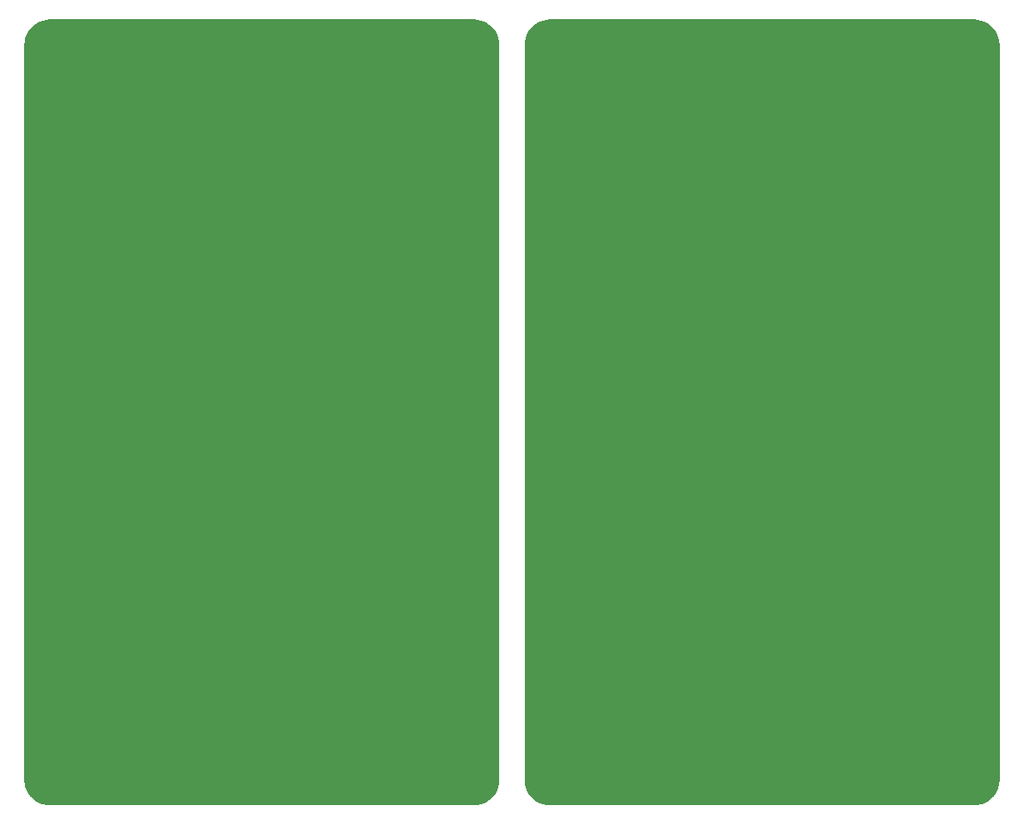
<source format=gbo>
%MOIN*%
%OFA0B0*%
%FSLAX25Y25*%
%IPPOS*%
%LPD*%
%AMOC8*
5,1,8,0,0,$1,22.5*%
%AMOC80*
5,1,8,0,0,$1,22.5*%
%ADD10R,0.0011X0.00107*%
%ADD11R,0.0021X0.00107*%
%ADD12R,0.0074X0.00107*%
%ADD13R,0.0032000000000000006X0.00107*%
%ADD14R,0.0054X0.00107*%
%ADD15R,0.0022X0.00107*%
%ADD16R,0.001X0.00107*%
%ADD17R,0.0031X0.00107*%
%ADD18R,0.0042X0.00107*%
%ADD19R,0.0309X0.00106*%
%ADD20R,0.013800000000000002X0.00106*%
%ADD21R,0.0127X0.00106*%
%ADD22R,0.013900000000000001X0.00106*%
%ADD23R,0.012800000000000002X0.00106*%
%ADD24R,0.0404X0.00106*%
%ADD25R,0.016X0.00106*%
%ADD26R,0.0171X0.00106*%
%ADD27R,0.017X0.00106*%
%ADD28R,0.0181X0.00106*%
%ADD29R,0.0479X0.00107*%
%ADD30R,0.0191X0.00107*%
%ADD31R,0.0202X0.00107*%
%ADD32R,0.0203X0.00107*%
%ADD33R,0.0192X0.00107*%
%ADD34R,0.0543X0.00106*%
%ADD35R,0.022399999999999996X0.00106*%
%ADD36R,0.022299999999999997X0.00106*%
%ADD37R,0.0596X0.00107*%
%ADD38R,0.0244X0.00107*%
%ADD39R,0.0245X0.00107*%
%ADD40R,0.0234X0.00107*%
%ADD41R,0.025600000000000005X0.00107*%
%ADD42R,0.0255X0.00107*%
%ADD43R,0.0234X0.00107*%
%ADD44R,0.0638X0.00106*%
%ADD45R,0.0266X0.00106*%
%ADD46R,0.0255X0.00106*%
%ADD47R,0.025600000000000005X0.00106*%
%ADD48R,0.027700000000000002X0.00106*%
%ADD49R,0.0702X0.00106*%
%ADD50R,0.027700000000000002X0.00106*%
%ADD51R,0.027700000000000002X0.00106*%
%ADD52R,0.027600000000000003X0.00106*%
%ADD53R,0.0266X0.00106*%
%ADD54R,0.0288X0.00106*%
%ADD55R,0.0734X0.00107*%
%ADD56R,0.0288X0.00107*%
%ADD57R,0.027700000000000002X0.00107*%
%ADD58R,0.0287X0.00107*%
%ADD59R,0.0287X0.00107*%
%ADD60R,0.0308X0.00107*%
%ADD61R,0.0777X0.00106*%
%ADD62R,0.0298X0.00106*%
%ADD63R,0.0309X0.00106*%
%ADD64R,0.033X0.00106*%
%ADD65R,0.080899999999999986X0.00106*%
%ADD66R,0.0298X0.00106*%
%ADD67R,0.0308X0.00106*%
%ADD68R,0.0351X0.00106*%
%ADD69R,0.0841X0.00107*%
%ADD70R,0.0298X0.00107*%
%ADD71R,0.0309X0.00107*%
%ADD72R,0.0319X0.00107*%
%ADD73R,0.0362X0.00107*%
%ADD74R,0.0872X0.00106*%
%ADD75R,0.0308X0.00106*%
%ADD76R,0.0319X0.00106*%
%ADD77R,0.0372X0.00106*%
%ADD78R,0.09039999999999998X0.00107*%
%ADD79R,0.0394X0.00107*%
%ADD80R,0.033X0.00107*%
%ADD81R,0.0936X0.00106*%
%ADD82R,0.0319X0.00106*%
%ADD83R,0.0404X0.00106*%
%ADD84R,0.0329X0.00106*%
%ADD85R,0.09569999999999998X0.00106*%
%ADD86R,0.0329X0.00106*%
%ADD87R,0.0426X0.00106*%
%ADD88R,0.0989X0.00107*%
%ADD89R,0.0329X0.00107*%
%ADD90R,0.0426X0.00107*%
%ADD91R,0.10210000000000001X0.00106*%
%ADD92R,0.0458X0.00106*%
%ADD93R,0.10320000000000001X0.00106*%
%ADD94R,0.033X0.00106*%
%ADD95R,0.0458X0.00106*%
%ADD96R,0.1064X0.00107*%
%ADD97R,0.0468X0.00107*%
%ADD98R,0.10850000000000001X0.00106*%
%ADD99R,0.0479X0.00106*%
%ADD100R,0.1117X0.00107*%
%ADD101R,0.047800000000000009X0.00107*%
%ADD102R,0.1128X0.00106*%
%ADD103R,0.05X0.00106*%
%ADD104R,0.1149X0.00106*%
%ADD105R,0.05X0.00106*%
%ADD106R,0.117X0.00107*%
%ADD107R,0.05X0.00107*%
%ADD108R,0.1191X0.00106*%
%ADD109R,0.051X0.00106*%
%ADD110R,0.1202X0.00107*%
%ADD111R,0.0521X0.00107*%
%ADD112R,0.1223X0.00106*%
%ADD113R,0.0522X0.00106*%
%ADD114R,0.1234X0.00106*%
%ADD115R,0.051X0.00106*%
%ADD116R,0.1266X0.00107*%
%ADD117R,0.0596X0.00106*%
%ADD118R,0.001X0.00106*%
%ADD119R,0.0021X0.00106*%
%ADD120R,0.0585X0.00106*%
%ADD121R,0.0521X0.00106*%
%ADD122R,0.0532X0.00106*%
%ADD123R,0.0011X0.00106*%
%ADD124R,0.0522X0.00106*%
%ADD125R,0.0511X0.00107*%
%ADD126R,0.0479X0.00106*%
%ADD127R,0.047800000000000009X0.00106*%
%ADD128R,0.0511X0.00106*%
%ADD129R,0.04689999999999999X0.00107*%
%ADD130R,0.0457X0.00106*%
%ADD131R,0.0447X0.00106*%
%ADD132R,0.0436X0.00106*%
%ADD133R,0.0511X0.00106*%
%ADD134R,0.051X0.00107*%
%ADD135R,0.0415X0.00106*%
%ADD136R,0.04250000000000001X0.00106*%
%ADD137R,0.0522X0.00106*%
%ADD138R,0.041399999999999992X0.00107*%
%ADD139R,0.0415X0.00107*%
%ADD140R,0.0415X0.00106*%
%ADD141R,0.0394X0.00106*%
%ADD142R,0.0393X0.00107*%
%ADD143R,0.0522X0.00107*%
%ADD144R,0.0383X0.00106*%
%ADD145R,0.0394X0.00106*%
%ADD146R,0.0521X0.00106*%
%ADD147R,0.0383X0.00106*%
%ADD148R,0.0372X0.00107*%
%ADD149R,0.0372X0.00106*%
%ADD150R,0.0373X0.00106*%
%ADD151R,0.0362X0.00107*%
%ADD152R,0.0362X0.00106*%
%ADD153R,0.0361X0.00106*%
%ADD154R,0.0362X0.00106*%
%ADD155R,0.0361X0.00106*%
%ADD156R,0.0351X0.00107*%
%ADD157R,0.0351X0.00106*%
%ADD158R,0.034X0.00106*%
%ADD159R,0.034X0.00106*%
%ADD160R,0.085099999999999981X0.00106*%
%ADD161R,0.034X0.00107*%
%ADD162R,0.0341X0.00107*%
%ADD163R,0.0829X0.00107*%
%ADD164R,0.0341X0.00106*%
%ADD165R,0.0819X0.00106*%
%ADD166R,0.0341X0.00106*%
%ADD167R,0.0797X0.00106*%
%ADD168R,0.0798X0.00107*%
%ADD169R,0.0787X0.00106*%
%ADD170R,0.0777X0.00107*%
%ADD171R,0.0744X0.00106*%
%ADD172R,0.0745X0.00106*%
%ADD173R,0.0723X0.00107*%
%ADD174R,0.0713X0.00106*%
%ADD175R,0.032X0.00106*%
%ADD176R,0.0691X0.00106*%
%ADD177R,0.032X0.00107*%
%ADD178R,0.0691X0.00107*%
%ADD179R,0.032X0.00106*%
%ADD180R,0.0681X0.00106*%
%ADD181R,0.067X0.00107*%
%ADD182R,0.0319X0.00106*%
%ADD183R,0.0638X0.00106*%
%ADD184R,0.0319X0.00107*%
%ADD185R,0.0617X0.00107*%
%ADD186R,0.0606X0.00106*%
%ADD187R,0.0585X0.00107*%
%ADD188R,0.0574X0.00106*%
%ADD189R,0.0617X0.00106*%
%ADD190R,0.0628X0.00106*%
%ADD191R,0.0627X0.00107*%
%ADD192R,0.0649X0.00106*%
%ADD193R,0.0659X0.00107*%
%ADD194R,0.068X0.00106*%
%ADD195R,0.0702X0.00107*%
%ADD196R,0.0713X0.00106*%
%ADD197R,0.0734X0.00106*%
%ADD198R,0.0755X0.00106*%
%ADD199R,0.0373X0.00107*%
%ADD200R,0.0766X0.00107*%
%ADD201R,0.0776X0.00106*%
%ADD202R,0.0362X0.00106*%
%ADD203R,0.0798X0.00106*%
%ADD204R,0.0404X0.00107*%
%ADD205R,0.0808X0.00107*%
%ADD206R,0.0404X0.00106*%
%ADD207R,0.0808X0.00106*%
%ADD208R,0.084X0.00107*%
%ADD209R,0.0426X0.00106*%
%ADD210R,0.0447X0.00106*%
%ADD211R,0.0457X0.00107*%
%ADD212R,0.0468X0.00106*%
%ADD213R,0.0361X0.00107*%
%ADD214R,0.0405X0.00106*%
%ADD215R,0.0372X0.00106*%
%ADD216R,0.0362X0.00106*%
%ADD217R,0.04250000000000001X0.00106*%
%ADD218R,0.0532X0.00107*%
%ADD219R,0.0372X0.00107*%
%ADD220R,0.0382X0.00106*%
%ADD221R,0.0447X0.00106*%
%ADD222R,0.0372X0.00106*%
%ADD223R,0.0382X0.00106*%
%ADD224R,0.0458X0.00107*%
%ADD225R,0.0383X0.00107*%
%ADD226R,0.0382X0.00107*%
%ADD227R,0.0393X0.00106*%
%ADD228R,0.0394X0.00106*%
%ADD229R,0.060700000000000004X0.00106*%
%ADD230R,0.0489X0.00107*%
%ADD231R,0.0404X0.00107*%
%ADD232R,0.0394X0.00107*%
%ADD233R,0.0638X0.00107*%
%ADD234R,0.049X0.00106*%
%ADD235R,0.0404X0.00106*%
%ADD236R,0.066X0.00106*%
%ADD237R,0.0405X0.00106*%
%ADD238R,0.04250000000000001X0.00107*%
%ADD239R,0.041399999999999992X0.00107*%
%ADD240R,0.0713X0.00107*%
%ADD241R,0.0744X0.00106*%
%ADD242R,0.0543X0.00106*%
%ADD243R,0.0447X0.00106*%
%ADD244R,0.0436X0.00106*%
%ADD245R,0.0777X0.00106*%
%ADD246R,0.0574X0.00107*%
%ADD247R,0.0447X0.00107*%
%ADD248R,0.044599999999999994X0.00107*%
%ADD249R,0.0586X0.00106*%
%ADD250R,0.0457X0.00106*%
%ADD251R,0.0617X0.00107*%
%ADD252R,0.0894X0.00107*%
%ADD253R,0.0479X0.00107*%
%ADD254R,0.049X0.00107*%
%ADD255R,0.0649X0.00106*%
%ADD256R,0.0958X0.00106*%
%ADD257R,0.0681X0.00106*%
%ADD258R,0.0532X0.00106*%
%ADD259R,0.0532X0.00106*%
%ADD260R,0.10210000000000001X0.00106*%
%ADD261R,0.0011X0.00106*%
%ADD262R,0.053100000000000008X0.00106*%
%ADD263R,0.0745X0.00107*%
%ADD264R,0.0574X0.00107*%
%ADD265R,0.116X0.00107*%
%ADD266R,0.0564X0.00107*%
%ADD267R,0.1425X0.00106*%
%ADD268R,0.1266X0.00106*%
%ADD269R,0.2532X0.00106*%
%ADD270R,0.1405X0.00107*%
%ADD271R,0.1256X0.00107*%
%ADD272R,0.1245X0.00107*%
%ADD273R,0.1255X0.00107*%
%ADD274R,0.0819X0.00107*%
%ADD275R,0.1404X0.00106*%
%ADD276R,0.1234X0.00106*%
%ADD277R,0.1235X0.00106*%
%ADD278R,0.0861X0.00106*%
%ADD279R,0.1393X0.00106*%
%ADD280R,0.1212X0.00106*%
%ADD281R,0.1213X0.00106*%
%ADD282R,0.0702X0.00106*%
%ADD283R,0.0883X0.00106*%
%ADD284R,0.1383X0.00107*%
%ADD285R,0.1202X0.00107*%
%ADD286R,0.1191X0.00107*%
%ADD287R,0.091499999999999984X0.00107*%
%ADD288R,0.1373X0.00106*%
%ADD289R,0.1181X0.00106*%
%ADD290R,0.1171X0.00106*%
%ADD291R,0.0724X0.00106*%
%ADD292R,0.0925X0.00106*%
%ADD293R,0.1372X0.00106*%
%ADD294R,0.1159X0.00106*%
%ADD295R,0.116X0.00106*%
%ADD296R,0.0703X0.00106*%
%ADD297R,0.0936X0.00106*%
%ADD298R,0.1352X0.00107*%
%ADD299R,0.1128X0.00107*%
%ADD300R,0.11380000000000001X0.00107*%
%ADD301R,0.0958X0.00107*%
%ADD302R,0.1351X0.00106*%
%ADD303R,0.1117X0.00106*%
%ADD304R,0.0489X0.00106*%
%ADD305R,0.11270000000000001X0.00106*%
%ADD306R,0.0969X0.00106*%
%ADD307R,0.134X0.00107*%
%ADD308R,0.1095X0.00107*%
%ADD309R,0.1096X0.00107*%
%ADD310R,0.097900000000000015X0.00107*%
%ADD311R,0.132X0.00106*%
%ADD312R,0.1075X0.00106*%
%ADD313R,0.10740000000000001X0.00106*%
%ADD314R,0.1063X0.00106*%
%ADD315R,0.0989X0.00106*%
%ADD316R,0.1298X0.00106*%
%ADD317R,0.1053X0.00106*%
%ADD318R,0.067X0.00106*%
%ADD319R,0.1X0.00106*%
%ADD320R,0.1308X0.00107*%
%ADD321R,0.1022X0.00107*%
%ADD322R,0.10210000000000001X0.00107*%
%ADD323R,0.1X0.00107*%
%ADD324R,0.1277X0.00106*%
%ADD325R,0.1X0.00106*%
%ADD326R,0.099000000000000019X0.00106*%
%ADD327R,0.0659X0.00106*%
%ADD328R,0.0989X0.00106*%
%ADD329R,0.1276X0.00107*%
%ADD330R,0.096799999999999983X0.00107*%
%ADD331R,0.0648X0.00107*%
%ADD332R,0.097900000000000015X0.00107*%
%ADD333R,0.0947X0.00106*%
%ADD334R,0.0627X0.00106*%
%ADD335R,0.091499999999999984X0.00106*%
%ADD336R,0.09039999999999998X0.00106*%
%ADD337R,0.0872X0.00107*%
%ADD338R,0.0883X0.00107*%
%ADD339R,0.0841X0.00106*%
%ADD340R,0.084X0.00106*%
%ADD341R,0.085099999999999981X0.00106*%
%ADD342R,0.0585X0.00106*%
%ADD343R,0.080899999999999986X0.00106*%
%ADD344R,0.0819X0.00106*%
%ADD345R,0.0564X0.00106*%
%ADD346R,0.080899999999999986X0.00106*%
%ADD347R,0.0777X0.00107*%
%ADD348R,0.0788X0.00107*%
%ADD349R,0.0776X0.00107*%
%ADD350R,0.0543X0.00107*%
%ADD351R,0.097900000000000015X0.00106*%
%ADD352R,0.0692X0.00107*%
%ADD353R,0.0692X0.00107*%
%ADD354R,0.0703X0.00107*%
%ADD355R,0.0969X0.00107*%
%ADD356R,0.027600000000000003X0.00106*%
%ADD357R,0.0649X0.00106*%
%ADD358R,0.027700000000000002X0.00106*%
%ADD359R,0.0958X0.00106*%
%ADD360R,0.025600000000000005X0.00106*%
%ADD361R,0.0595X0.00106*%
%ADD362R,0.0255X0.00106*%
%ADD363R,0.0553X0.00107*%
%ADD364R,0.053100000000000008X0.00107*%
%ADD365R,0.0542X0.00107*%
%ADD366R,0.047800000000000009X0.00106*%
%ADD367R,0.0212X0.00106*%
%ADD368R,0.0894X0.00106*%
%ADD369R,0.0405X0.00107*%
%ADD370R,0.0181X0.00107*%
%ADD371R,0.017X0.00106*%
%ADD372R,0.022299999999999997X0.00106*%
%ADD373R,0.0149X0.00106*%
%ADD374R,0.0297X0.00106*%
%ADD375R,0.0181X0.00106*%
%ADD376R,0.0118X0.00106*%
%ADD377R,0.0149X0.00106*%
%ADD378R,0.012800000000000002X0.00106*%
%ADD379R,0.0127X0.00106*%
%ADD380R,0.0096X0.00106*%
%ADD381R,0.0127X0.00106*%
%ADD382R,0.0787X0.00106*%
%ADD383R,0.0022X0.00107*%
%ADD384R,0.0095X0.00106*%
%ADD385R,0.0096X0.00106*%
%ADD386R,0.0149X0.00107*%
%ADD387R,0.0191X0.00106*%
%ADD388R,0.0213X0.00107*%
%ADD389R,0.0245X0.00106*%
%ADD390R,0.0266X0.00107*%
%ADD391R,0.0287X0.00106*%
%ADD392R,0.0287X0.00106*%
%ADD393R,0.0287X0.00106*%
%ADD394R,0.0287X0.00106*%
%ADD395R,0.027600000000000003X0.00107*%
%ADD396R,0.022399999999999996X0.00107*%
%ADD397R,0.022299999999999997X0.00107*%
%ADD398R,0.0234X0.00106*%
%ADD399R,0.0202X0.00106*%
%ADD400R,0.0234X0.00106*%
%ADD401R,0.0203X0.00106*%
%ADD402R,0.0192X0.00106*%
%ADD403R,0.0202X0.00106*%
%ADD404R,0.0159X0.00107*%
%ADD405R,0.013800000000000002X0.00107*%
%ADD406R,0.013900000000000001X0.00107*%
%ADD407R,0.0117X0.00106*%
%ADD408R,0.0074X0.00106*%
%ADD409R,0.0075X0.00106*%
%ADD410R,0.0085X0.00107*%
%ADD411C,0.006000000000000001*%
%ADD422R,0.0011X0.00107*%
%ADD423R,0.0021X0.00107*%
%ADD424R,0.0074X0.00107*%
%ADD425R,0.0032000000000000006X0.00107*%
%ADD426R,0.0054X0.00107*%
%ADD427R,0.0022X0.00107*%
%ADD428R,0.001X0.00107*%
%ADD429R,0.0031X0.00107*%
%ADD430R,0.0042X0.00107*%
%ADD431R,0.0309X0.00106*%
%ADD432R,0.013800000000000002X0.00106*%
%ADD433R,0.0127X0.00106*%
%ADD434R,0.013900000000000001X0.00106*%
%ADD435R,0.012800000000000002X0.00106*%
%ADD436R,0.0404X0.00106*%
%ADD437R,0.016X0.00106*%
%ADD438R,0.0171X0.00106*%
%ADD439R,0.017X0.00106*%
%ADD440R,0.0181X0.00106*%
%ADD441R,0.0479X0.00107*%
%ADD442R,0.0191X0.00107*%
%ADD443R,0.0202X0.00107*%
%ADD444R,0.0203X0.00107*%
%ADD445R,0.0192X0.00107*%
%ADD446R,0.0543X0.00106*%
%ADD447R,0.022399999999999996X0.00106*%
%ADD448R,0.022299999999999997X0.00106*%
%ADD449R,0.0596X0.00107*%
%ADD450R,0.0244X0.00107*%
%ADD451R,0.0245X0.00107*%
%ADD452R,0.0234X0.00107*%
%ADD453R,0.025600000000000005X0.00107*%
%ADD454R,0.0255X0.00107*%
%ADD455R,0.0234X0.00107*%
%ADD456R,0.0638X0.00106*%
%ADD457R,0.0266X0.00106*%
%ADD458R,0.0255X0.00106*%
%ADD459R,0.025600000000000005X0.00106*%
%ADD460R,0.027700000000000002X0.00106*%
%ADD461R,0.0702X0.00106*%
%ADD462R,0.027700000000000002X0.00106*%
%ADD463R,0.027700000000000002X0.00106*%
%ADD464R,0.027600000000000003X0.00106*%
%ADD465R,0.0266X0.00106*%
%ADD466R,0.0288X0.00106*%
%ADD467R,0.0734X0.00107*%
%ADD468R,0.0288X0.00107*%
%ADD469R,0.027700000000000002X0.00107*%
%ADD470R,0.0287X0.00107*%
%ADD471R,0.0287X0.00107*%
%ADD472R,0.0308X0.00107*%
%ADD473R,0.0777X0.00106*%
%ADD474R,0.0298X0.00106*%
%ADD475R,0.0309X0.00106*%
%ADD476R,0.033X0.00106*%
%ADD477R,0.080899999999999986X0.00106*%
%ADD478R,0.0298X0.00106*%
%ADD479R,0.0308X0.00106*%
%ADD480R,0.0351X0.00106*%
%ADD481R,0.0841X0.00107*%
%ADD482R,0.0298X0.00107*%
%ADD483R,0.0309X0.00107*%
%ADD484R,0.0319X0.00107*%
%ADD485R,0.0362X0.00107*%
%ADD486R,0.0872X0.00106*%
%ADD487R,0.0308X0.00106*%
%ADD488R,0.0319X0.00106*%
%ADD489R,0.0372X0.00106*%
%ADD490R,0.09039999999999998X0.00107*%
%ADD491R,0.0394X0.00107*%
%ADD492R,0.033X0.00107*%
%ADD493R,0.0936X0.00106*%
%ADD494R,0.0319X0.00106*%
%ADD495R,0.0404X0.00106*%
%ADD496R,0.0329X0.00106*%
%ADD497R,0.09569999999999998X0.00106*%
%ADD498R,0.0329X0.00106*%
%ADD499R,0.0426X0.00106*%
%ADD500R,0.0989X0.00107*%
%ADD501R,0.0329X0.00107*%
%ADD502R,0.0426X0.00107*%
%ADD503R,0.10210000000000001X0.00106*%
%ADD504R,0.0458X0.00106*%
%ADD505R,0.10320000000000001X0.00106*%
%ADD506R,0.033X0.00106*%
%ADD507R,0.0458X0.00106*%
%ADD508R,0.1064X0.00107*%
%ADD509R,0.0468X0.00107*%
%ADD510R,0.10850000000000001X0.00106*%
%ADD511R,0.0479X0.00106*%
%ADD512R,0.1117X0.00107*%
%ADD513R,0.047800000000000009X0.00107*%
%ADD514R,0.1128X0.00106*%
%ADD515R,0.05X0.00106*%
%ADD516R,0.1149X0.00106*%
%ADD517R,0.05X0.00106*%
%ADD518R,0.117X0.00107*%
%ADD519R,0.05X0.00107*%
%ADD520R,0.1191X0.00106*%
%ADD521R,0.051X0.00106*%
%ADD522R,0.1202X0.00107*%
%ADD523R,0.0521X0.00107*%
%ADD524R,0.1223X0.00106*%
%ADD525R,0.0522X0.00106*%
%ADD526R,0.1234X0.00106*%
%ADD527R,0.051X0.00106*%
%ADD528R,0.1266X0.00107*%
%ADD529R,0.0596X0.00106*%
%ADD530R,0.001X0.00106*%
%ADD531R,0.0021X0.00106*%
%ADD532R,0.0585X0.00106*%
%ADD533R,0.0521X0.00106*%
%ADD534R,0.0532X0.00106*%
%ADD535R,0.0011X0.00106*%
%ADD536R,0.0522X0.00106*%
%ADD537R,0.0511X0.00107*%
%ADD538R,0.0479X0.00106*%
%ADD539R,0.047800000000000009X0.00106*%
%ADD540R,0.0511X0.00106*%
%ADD541R,0.04689999999999999X0.00107*%
%ADD542R,0.0457X0.00106*%
%ADD543R,0.0447X0.00106*%
%ADD544R,0.0436X0.00106*%
%ADD545R,0.0511X0.00106*%
%ADD546R,0.051X0.00107*%
%ADD547R,0.0415X0.00106*%
%ADD548R,0.04250000000000001X0.00106*%
%ADD549R,0.0522X0.00106*%
%ADD550R,0.041399999999999992X0.00107*%
%ADD551R,0.0415X0.00107*%
%ADD552R,0.0415X0.00106*%
%ADD553R,0.0394X0.00106*%
%ADD554R,0.0393X0.00107*%
%ADD555R,0.0522X0.00107*%
%ADD556R,0.0383X0.00106*%
%ADD557R,0.0394X0.00106*%
%ADD558R,0.0521X0.00106*%
%ADD559R,0.0383X0.00106*%
%ADD560R,0.0372X0.00107*%
%ADD561R,0.0372X0.00106*%
%ADD562R,0.0373X0.00106*%
%ADD563R,0.0362X0.00107*%
%ADD564R,0.0362X0.00106*%
%ADD565R,0.0361X0.00106*%
%ADD566R,0.0362X0.00106*%
%ADD567R,0.0361X0.00106*%
%ADD568R,0.0351X0.00107*%
%ADD569R,0.0351X0.00106*%
%ADD570R,0.034X0.00106*%
%ADD571R,0.034X0.00106*%
%ADD572R,0.085099999999999981X0.00106*%
%ADD573R,0.034X0.00107*%
%ADD574R,0.0341X0.00107*%
%ADD575R,0.0829X0.00107*%
%ADD576R,0.0341X0.00106*%
%ADD577R,0.0819X0.00106*%
%ADD578R,0.0341X0.00106*%
%ADD579R,0.0797X0.00106*%
%ADD580R,0.0798X0.00107*%
%ADD581R,0.0787X0.00106*%
%ADD582R,0.0777X0.00107*%
%ADD583R,0.0744X0.00106*%
%ADD584R,0.0745X0.00106*%
%ADD585R,0.0723X0.00107*%
%ADD586R,0.0713X0.00106*%
%ADD587R,0.032X0.00106*%
%ADD588R,0.0691X0.00106*%
%ADD589R,0.032X0.00107*%
%ADD590R,0.0691X0.00107*%
%ADD591R,0.032X0.00106*%
%ADD592R,0.0681X0.00106*%
%ADD593R,0.067X0.00107*%
%ADD594R,0.0319X0.00106*%
%ADD595R,0.0638X0.00106*%
%ADD596R,0.0319X0.00107*%
%ADD597R,0.0617X0.00107*%
%ADD598R,0.0606X0.00106*%
%ADD599R,0.0585X0.00107*%
%ADD600R,0.0574X0.00106*%
%ADD601R,0.0617X0.00106*%
%ADD602R,0.0628X0.00106*%
%ADD603R,0.0627X0.00107*%
%ADD604R,0.0649X0.00106*%
%ADD605R,0.0659X0.00107*%
%ADD606R,0.068X0.00106*%
%ADD607R,0.0702X0.00107*%
%ADD608R,0.0713X0.00106*%
%ADD609R,0.0734X0.00106*%
%ADD610R,0.0755X0.00106*%
%ADD611R,0.0373X0.00107*%
%ADD612R,0.0766X0.00107*%
%ADD613R,0.0776X0.00106*%
%ADD614R,0.0362X0.00106*%
%ADD615R,0.0798X0.00106*%
%ADD616R,0.0404X0.00107*%
%ADD617R,0.0808X0.00107*%
%ADD618R,0.0404X0.00106*%
%ADD619R,0.0808X0.00106*%
%ADD620R,0.084X0.00107*%
%ADD621R,0.0426X0.00106*%
%ADD622R,0.0447X0.00106*%
%ADD623R,0.0457X0.00107*%
%ADD624R,0.0468X0.00106*%
%ADD625R,0.0361X0.00107*%
%ADD626R,0.0405X0.00106*%
%ADD627R,0.0372X0.00106*%
%ADD628R,0.0362X0.00106*%
%ADD629R,0.04250000000000001X0.00106*%
%ADD630R,0.0532X0.00107*%
%ADD631R,0.0372X0.00107*%
%ADD632R,0.0382X0.00106*%
%ADD633R,0.0447X0.00106*%
%ADD634R,0.0372X0.00106*%
%ADD635R,0.0382X0.00106*%
%ADD636R,0.0458X0.00107*%
%ADD637R,0.0383X0.00107*%
%ADD638R,0.0382X0.00107*%
%ADD639R,0.0393X0.00106*%
%ADD640R,0.0394X0.00106*%
%ADD641R,0.060700000000000004X0.00106*%
%ADD642R,0.0489X0.00107*%
%ADD643R,0.0404X0.00107*%
%ADD644R,0.0394X0.00107*%
%ADD645R,0.0638X0.00107*%
%ADD646R,0.049X0.00106*%
%ADD647R,0.0404X0.00106*%
%ADD648R,0.066X0.00106*%
%ADD649R,0.0405X0.00106*%
%ADD650R,0.04250000000000001X0.00107*%
%ADD651R,0.041399999999999992X0.00107*%
%ADD652R,0.0713X0.00107*%
%ADD653R,0.0744X0.00106*%
%ADD654R,0.0543X0.00106*%
%ADD655R,0.0447X0.00106*%
%ADD656R,0.0436X0.00106*%
%ADD657R,0.0777X0.00106*%
%ADD658R,0.0574X0.00107*%
%ADD659R,0.0447X0.00107*%
%ADD660R,0.044599999999999994X0.00107*%
%ADD661R,0.0586X0.00106*%
%ADD662R,0.0457X0.00106*%
%ADD663R,0.0617X0.00107*%
%ADD664R,0.0894X0.00107*%
%ADD665R,0.0479X0.00107*%
%ADD666R,0.049X0.00107*%
%ADD667R,0.0649X0.00106*%
%ADD668R,0.0958X0.00106*%
%ADD669R,0.0681X0.00106*%
%ADD670R,0.0532X0.00106*%
%ADD671R,0.0532X0.00106*%
%ADD672R,0.10210000000000001X0.00106*%
%ADD673R,0.0011X0.00106*%
%ADD674R,0.053100000000000008X0.00106*%
%ADD675R,0.0745X0.00107*%
%ADD676R,0.0574X0.00107*%
%ADD677R,0.116X0.00107*%
%ADD678R,0.0564X0.00107*%
%ADD679R,0.1425X0.00106*%
%ADD680R,0.1266X0.00106*%
%ADD681R,0.2532X0.00106*%
%ADD682R,0.1405X0.00107*%
%ADD683R,0.1256X0.00107*%
%ADD684R,0.1245X0.00107*%
%ADD685R,0.1255X0.00107*%
%ADD686R,0.0819X0.00107*%
%ADD687R,0.1404X0.00106*%
%ADD688R,0.1234X0.00106*%
%ADD689R,0.1235X0.00106*%
%ADD690R,0.0861X0.00106*%
%ADD691R,0.1393X0.00106*%
%ADD692R,0.1212X0.00106*%
%ADD693R,0.1213X0.00106*%
%ADD694R,0.0702X0.00106*%
%ADD695R,0.0883X0.00106*%
%ADD696R,0.1383X0.00107*%
%ADD697R,0.1202X0.00107*%
%ADD698R,0.1191X0.00107*%
%ADD699R,0.091499999999999984X0.00107*%
%ADD700R,0.1373X0.00106*%
%ADD701R,0.1181X0.00106*%
%ADD702R,0.1171X0.00106*%
%ADD703R,0.0724X0.00106*%
%ADD704R,0.0925X0.00106*%
%ADD705R,0.1372X0.00106*%
%ADD706R,0.1159X0.00106*%
%ADD707R,0.116X0.00106*%
%ADD708R,0.0703X0.00106*%
%ADD709R,0.0936X0.00106*%
%ADD710R,0.1352X0.00107*%
%ADD711R,0.1128X0.00107*%
%ADD712R,0.11380000000000001X0.00107*%
%ADD713R,0.0958X0.00107*%
%ADD714R,0.1351X0.00106*%
%ADD715R,0.1117X0.00106*%
%ADD716R,0.0489X0.00106*%
%ADD717R,0.11270000000000001X0.00106*%
%ADD718R,0.0969X0.00106*%
%ADD719R,0.134X0.00107*%
%ADD720R,0.1095X0.00107*%
%ADD721R,0.1096X0.00107*%
%ADD722R,0.097900000000000015X0.00107*%
%ADD723R,0.132X0.00106*%
%ADD724R,0.1075X0.00106*%
%ADD725R,0.10740000000000001X0.00106*%
%ADD726R,0.1063X0.00106*%
%ADD727R,0.0989X0.00106*%
%ADD728R,0.1298X0.00106*%
%ADD729R,0.1053X0.00106*%
%ADD730R,0.067X0.00106*%
%ADD731R,0.1X0.00106*%
%ADD732R,0.1308X0.00107*%
%ADD733R,0.1022X0.00107*%
%ADD734R,0.10210000000000001X0.00107*%
%ADD735R,0.1X0.00107*%
%ADD736R,0.1277X0.00106*%
%ADD737R,0.1X0.00106*%
%ADD738R,0.099000000000000019X0.00106*%
%ADD739R,0.0659X0.00106*%
%ADD740R,0.0989X0.00106*%
%ADD741R,0.1276X0.00107*%
%ADD742R,0.096799999999999983X0.00107*%
%ADD743R,0.0648X0.00107*%
%ADD744R,0.097900000000000015X0.00107*%
%ADD745R,0.0947X0.00106*%
%ADD746R,0.0627X0.00106*%
%ADD747R,0.091499999999999984X0.00106*%
%ADD748R,0.09039999999999998X0.00106*%
%ADD749R,0.0872X0.00107*%
%ADD750R,0.0883X0.00107*%
%ADD751R,0.0841X0.00106*%
%ADD752R,0.084X0.00106*%
%ADD753R,0.085099999999999981X0.00106*%
%ADD754R,0.0585X0.00106*%
%ADD755R,0.080899999999999986X0.00106*%
%ADD756R,0.0819X0.00106*%
%ADD757R,0.0564X0.00106*%
%ADD758R,0.080899999999999986X0.00106*%
%ADD759R,0.0777X0.00107*%
%ADD760R,0.0788X0.00107*%
%ADD761R,0.0776X0.00107*%
%ADD762R,0.0543X0.00107*%
%ADD763R,0.097900000000000015X0.00106*%
%ADD764R,0.0692X0.00107*%
%ADD765R,0.0692X0.00107*%
%ADD766R,0.0703X0.00107*%
%ADD767R,0.0969X0.00107*%
%ADD768R,0.027600000000000003X0.00106*%
%ADD769R,0.0649X0.00106*%
%ADD770R,0.027700000000000002X0.00106*%
%ADD771R,0.0958X0.00106*%
%ADD772R,0.025600000000000005X0.00106*%
%ADD773R,0.0595X0.00106*%
%ADD774R,0.0255X0.00106*%
%ADD775R,0.0553X0.00107*%
%ADD776R,0.053100000000000008X0.00107*%
%ADD777R,0.0542X0.00107*%
%ADD778R,0.047800000000000009X0.00106*%
%ADD779R,0.0212X0.00106*%
%ADD780R,0.0894X0.00106*%
%ADD781R,0.0405X0.00107*%
%ADD782R,0.0181X0.00107*%
%ADD783R,0.017X0.00106*%
%ADD784R,0.022299999999999997X0.00106*%
%ADD785R,0.0149X0.00106*%
%ADD786R,0.0297X0.00106*%
%ADD787R,0.0181X0.00106*%
%ADD788R,0.0118X0.00106*%
%ADD789R,0.0149X0.00106*%
%ADD790R,0.012800000000000002X0.00106*%
%ADD791R,0.0127X0.00106*%
%ADD792R,0.0096X0.00106*%
%ADD793R,0.0127X0.00106*%
%ADD794R,0.0787X0.00106*%
%ADD795R,0.0022X0.00107*%
%ADD796R,0.0095X0.00106*%
%ADD797R,0.0096X0.00106*%
%ADD798R,0.0149X0.00107*%
%ADD799R,0.0191X0.00106*%
%ADD800R,0.0213X0.00107*%
%ADD801R,0.0245X0.00106*%
%ADD802R,0.0266X0.00107*%
%ADD803R,0.0287X0.00106*%
%ADD804R,0.0287X0.00106*%
%ADD805R,0.0287X0.00106*%
%ADD806R,0.0287X0.00106*%
%ADD807R,0.027600000000000003X0.00107*%
%ADD808R,0.022399999999999996X0.00107*%
%ADD809R,0.022299999999999997X0.00107*%
%ADD810R,0.0234X0.00106*%
%ADD811R,0.0202X0.00106*%
%ADD812R,0.0234X0.00106*%
%ADD813R,0.0203X0.00106*%
%ADD814R,0.0192X0.00106*%
%ADD815R,0.0202X0.00106*%
%ADD816R,0.0159X0.00107*%
%ADD817R,0.013800000000000002X0.00107*%
%ADD818R,0.013900000000000001X0.00107*%
%ADD819R,0.0117X0.00106*%
%ADD820R,0.0074X0.00106*%
%ADD821R,0.0075X0.00106*%
%ADD822R,0.0085X0.00107*%
%ADD823C,0.006000000000000001*%
G75*
%LPD*%
D10*
X-0003937Y0070866D02*
X0034937Y0193780D03*
X0036427Y0193780D03*
X0035787Y0206333D03*
X0029617Y0214312D03*
X0048767Y0193780D03*
X0054296Y0206333D03*
X0054617Y0206333D03*
X0055147Y0206333D03*
X0055357Y0206333D03*
X0067807Y0209631D03*
X0077487Y0209099D03*
X0079937Y0206333D03*
X0080467Y0206333D03*
X0073657Y0193780D03*
X0067277Y0193780D03*
X0092487Y0206333D03*
X0093337Y0206333D03*
X0099507Y0193780D03*
X0124937Y0193780D03*
X0131957Y0193780D03*
X0137597Y0206333D03*
X0138017Y0206333D03*
X0138447Y0206333D03*
X0144617Y0193780D03*
X0150357Y0193780D03*
X0160357Y0193780D03*
X0162277Y0209631D03*
X0162487Y0209631D03*
X0163127Y0209631D03*
X0163657Y0209631D03*
X0158127Y0209631D03*
X0157597Y0209631D03*
X0157277Y0209631D03*
X0156847Y0209631D03*
X0156637Y0209631D03*
X0150997Y0209631D03*
X0150357Y0209631D03*
D11*
X0157857Y0209631D03*
X0073927Y0193780D03*
X0035307Y0193780D03*
X0036157Y0206333D03*
D12*
X0035891Y0193780D03*
D13*
X0048442Y0193780D03*
X0067592Y0193780D03*
X0099192Y0193780D03*
X0109402Y0193780D03*
X0115782Y0193780D03*
X0125252Y0193780D03*
X0144292Y0193780D03*
X0150681Y0209631D03*
X0160042Y0193780D03*
D14*
X0061212Y0193780D03*
D15*
X0067542Y0209631D03*
X0074242Y0193780D03*
X0163392Y0209631D03*
D16*
X0162702Y0209631D03*
X0162062Y0209631D03*
X0157062Y0209631D03*
X0137382Y0206333D03*
X0125572Y0193780D03*
X0109722Y0193780D03*
X0103552Y0206333D03*
X0098872Y0193780D03*
X0086212Y0193780D03*
X0035572Y0206333D03*
X0029402Y0214312D03*
D17*
X0086637Y0193780D03*
D18*
X0131582Y0193780D03*
X0150732Y0193780D03*
D19*
X0150677Y0194843D03*
X0144297Y0199418D03*
X0150677Y0212290D03*
X0160147Y0195694D03*
X0160147Y0194843D03*
X0067487Y0194843D03*
X0067487Y0212290D03*
X0067487Y0213354D03*
X0054827Y0209418D03*
X0035787Y0209418D03*
X0035787Y0193886D03*
D20*
X0048552Y0193886D03*
X0099192Y0193886D03*
X0109402Y0193886D03*
D21*
X0150627Y0193886D03*
X0061156Y0193886D03*
D22*
X0067487Y0193886D03*
X0086637Y0193886D03*
X0160147Y0193886D03*
D23*
X0144351Y0193886D03*
X0131692Y0193886D03*
X0125201Y0193886D03*
X0115731Y0193886D03*
X0073922Y0193886D03*
D24*
X0040942Y0198141D03*
X0040842Y0198034D03*
X0035842Y0193992D03*
D25*
X0048552Y0193992D03*
D26*
X0061156Y0193992D03*
X0080307Y0209524D03*
X0092967Y0209524D03*
X0150627Y0193992D03*
D27*
X0144351Y0193992D03*
X0160202Y0193992D03*
X0125201Y0193992D03*
X0115731Y0193992D03*
X0109352Y0193992D03*
X0099242Y0193992D03*
X0086581Y0193992D03*
X0073922Y0193992D03*
X0067542Y0193992D03*
D28*
X0067487Y0211439D03*
X0125257Y0213992D03*
X0131637Y0193992D03*
X0138017Y0209524D03*
X0160147Y0213992D03*
D29*
X0104087Y0208780D03*
X0086637Y0204312D03*
X0075997Y0206014D03*
X0059087Y0206014D03*
X0035787Y0194099D03*
D30*
X0048497Y0194099D03*
X0061156Y0194099D03*
X0150627Y0194099D03*
X0150627Y0209312D03*
X0150627Y0214099D03*
D31*
X0144292Y0194099D03*
X0125252Y0194099D03*
X0115782Y0194099D03*
X0109402Y0194099D03*
X0067492Y0194099D03*
X0067492Y0209312D03*
X0067492Y0211546D03*
D32*
X0073977Y0194099D03*
X0086637Y0194099D03*
X0160147Y0194099D03*
D33*
X0131692Y0194099D03*
X0099242Y0194099D03*
D34*
X0086637Y0204737D03*
X0039617Y0197077D03*
X0035787Y0194205D03*
D35*
X0048552Y0194205D03*
X0061212Y0194205D03*
X0109402Y0194205D03*
X0125252Y0194205D03*
D36*
X0131637Y0194205D03*
X0144297Y0194205D03*
X0150677Y0194205D03*
X0160147Y0194205D03*
X0150677Y0209205D03*
X0150677Y0211652D03*
X0115787Y0194205D03*
X0099297Y0194205D03*
X0086637Y0194205D03*
X0073977Y0194205D03*
X0067487Y0194205D03*
X0067487Y0209205D03*
D37*
X0086581Y0204950D03*
X0123922Y0201865D03*
X0035842Y0194312D03*
D38*
X0048552Y0194312D03*
X0061212Y0194312D03*
X0109402Y0194312D03*
D39*
X0099297Y0194312D03*
X0125257Y0194312D03*
X0144297Y0194312D03*
X0150677Y0194312D03*
X0160147Y0194312D03*
X0150677Y0213780D03*
X0067487Y0213780D03*
X0067487Y0209099D03*
X0067487Y0194312D03*
X0029507Y0213780D03*
D40*
X0073922Y0194312D03*
X0150622Y0209099D03*
D41*
X0086581Y0194312D03*
D42*
X0115836Y0194312D03*
D43*
X0115842Y0209099D03*
X0131692Y0194312D03*
D44*
X0123712Y0201226D03*
X0035842Y0194418D03*
D45*
X0048552Y0194418D03*
X0086632Y0194418D03*
X0109402Y0194418D03*
X0125252Y0194418D03*
X0144292Y0194418D03*
X0150681Y0194418D03*
X0160152Y0194418D03*
D46*
X0150627Y0211757D03*
X0131687Y0194418D03*
X0073927Y0194418D03*
X0061156Y0194418D03*
D47*
X0067542Y0194418D03*
X0067542Y0211757D03*
X0099242Y0194418D03*
D48*
X0115836Y0194418D03*
X0115836Y0208886D03*
D49*
X0035842Y0194524D03*
D50*
X0048497Y0194524D03*
X0131687Y0194524D03*
D51*
X0150627Y0194524D03*
X0061156Y0194524D03*
D52*
X0067542Y0194524D03*
X0073922Y0194524D03*
X0086581Y0194524D03*
X0099242Y0194524D03*
X0125201Y0213459D03*
X0160202Y0213459D03*
D53*
X0150681Y0213673D03*
X0150681Y0208992D03*
X0144292Y0194524D03*
X0160152Y0194524D03*
X0125252Y0194524D03*
X0109402Y0194524D03*
X0067492Y0213673D03*
D54*
X0048552Y0194737D03*
X0109402Y0194737D03*
X0115892Y0194524D03*
D55*
X0123232Y0202929D03*
X0035782Y0194631D03*
D56*
X0048552Y0194631D03*
X0109402Y0194631D03*
D57*
X0150627Y0211865D03*
X0150627Y0213567D03*
X0061156Y0194631D03*
D58*
X0067487Y0194631D03*
X0067487Y0208780D03*
X0086637Y0194631D03*
X0099297Y0194631D03*
X0131637Y0194631D03*
X0144297Y0194631D03*
X0160147Y0194631D03*
D59*
X0150677Y0194631D03*
X0125257Y0194631D03*
X0103657Y0209312D03*
X0073977Y0194631D03*
D60*
X0048552Y0194950D03*
X0109402Y0194950D03*
X0115892Y0194631D03*
X0125252Y0194950D03*
X0125252Y0196865D03*
X0125252Y0210482D03*
X0125252Y0212929D03*
X0125252Y0213248D03*
D61*
X0035787Y0194737D03*
D62*
X0061162Y0194737D03*
X0067542Y0208673D03*
X0067542Y0212076D03*
X0073922Y0194737D03*
X0086581Y0194737D03*
X0099242Y0194737D03*
X0125201Y0194737D03*
X0131692Y0194737D03*
X0144351Y0194737D03*
X0150622Y0194737D03*
X0160202Y0194737D03*
X0150622Y0208673D03*
D63*
X0150677Y0208460D03*
X0144297Y0201439D03*
X0144297Y0195056D03*
X0160147Y0205907D03*
X0160147Y0213035D03*
X0160147Y0213140D03*
X0086637Y0195056D03*
X0067487Y0195056D03*
X0067487Y0194737D03*
X0067487Y0208460D03*
X0029507Y0213035D03*
X0029507Y0213140D03*
D64*
X0029512Y0212503D03*
X0029512Y0211120D03*
X0029512Y0210907D03*
X0029512Y0210588D03*
X0029512Y0209205D03*
X0029512Y0208992D03*
X0029512Y0208673D03*
X0029612Y0203035D03*
X0029512Y0202609D03*
X0029512Y0201971D03*
X0029512Y0201652D03*
X0029512Y0201120D03*
X0029612Y0200588D03*
X0029612Y0200375D03*
X0029722Y0200056D03*
X0029831Y0199737D03*
X0041952Y0200375D03*
X0042062Y0200907D03*
X0042062Y0202609D03*
X0041952Y0203035D03*
X0041952Y0203141D03*
X0048552Y0202609D03*
X0048762Y0203460D03*
X0048552Y0201652D03*
X0048552Y0201120D03*
X0048552Y0200907D03*
X0048552Y0200056D03*
X0048552Y0199205D03*
X0048552Y0198992D03*
X0048552Y0198034D03*
X0048552Y0197609D03*
X0048552Y0196971D03*
X0048552Y0196439D03*
X0048552Y0195588D03*
X0048552Y0195375D03*
X0061212Y0195588D03*
X0061212Y0196120D03*
X0061212Y0197503D03*
X0061212Y0197609D03*
X0061212Y0198034D03*
X0061212Y0198673D03*
X0061212Y0199737D03*
X0061212Y0200588D03*
X0061212Y0201439D03*
X0061212Y0201652D03*
X0061212Y0202077D03*
X0061102Y0202609D03*
X0061002Y0203035D03*
X0061002Y0203141D03*
X0074082Y0203141D03*
X0074082Y0203035D03*
X0074192Y0203460D03*
X0099082Y0203141D03*
X0099082Y0203035D03*
X0099192Y0202609D03*
X0103762Y0209205D03*
X0109081Y0203673D03*
X0109192Y0203141D03*
X0109402Y0202503D03*
X0109402Y0202077D03*
X0109402Y0201652D03*
X0109402Y0201439D03*
X0109402Y0201120D03*
X0109402Y0200375D03*
X0109402Y0199737D03*
X0109402Y0199205D03*
X0109402Y0198673D03*
X0109402Y0198460D03*
X0109402Y0198141D03*
X0109402Y0198034D03*
X0109402Y0197609D03*
X0109402Y0196971D03*
X0109402Y0196120D03*
X0109402Y0195907D03*
X0109402Y0195588D03*
X0109402Y0195375D03*
X0115892Y0194737D03*
X0125252Y0195375D03*
X0125252Y0195588D03*
X0125252Y0195907D03*
X0125252Y0196439D03*
X0125252Y0196652D03*
X0125252Y0196971D03*
X0125252Y0197503D03*
X0125252Y0197609D03*
X0125252Y0198034D03*
X0125252Y0198460D03*
X0125252Y0198673D03*
X0125252Y0204205D03*
X0125252Y0204524D03*
X0125252Y0204737D03*
X0125252Y0205056D03*
X0125252Y0206120D03*
X0125252Y0206439D03*
X0125252Y0206652D03*
X0125252Y0206971D03*
X0125252Y0207077D03*
X0125252Y0207609D03*
X0125252Y0208035D03*
X0125252Y0208673D03*
X0125252Y0208992D03*
X0125252Y0209205D03*
X0125252Y0209524D03*
X0125252Y0210056D03*
X0125252Y0210374D03*
X0125252Y0210588D03*
X0125252Y0210907D03*
X0125252Y0211439D03*
X0125252Y0211652D03*
X0125252Y0212076D03*
X0125252Y0212503D03*
X0125252Y0212609D03*
X0131852Y0203141D03*
X0131852Y0203035D03*
X0131742Y0202609D03*
X0144192Y0203035D03*
X0144192Y0203141D03*
X0150681Y0203141D03*
X0150681Y0202503D03*
X0150681Y0202077D03*
X0150681Y0201652D03*
X0150681Y0200375D03*
X0150681Y0200056D03*
X0150681Y0199737D03*
X0150681Y0198034D03*
X0150681Y0197609D03*
X0150681Y0196971D03*
X0150681Y0195907D03*
X0150681Y0195588D03*
X0150681Y0195375D03*
X0150681Y0204205D03*
X0150681Y0204524D03*
X0150681Y0206120D03*
X0150681Y0206439D03*
X0150681Y0206971D03*
X0150681Y0207609D03*
X0150681Y0208035D03*
D65*
X0035837Y0194843D03*
D66*
X0048502Y0194843D03*
X0029562Y0213354D03*
X0073922Y0194843D03*
X0086581Y0194843D03*
X0099242Y0194843D03*
X0131692Y0194843D03*
X0144351Y0194843D03*
X0150622Y0213354D03*
D67*
X0125252Y0194843D03*
X0109402Y0194843D03*
X0109402Y0195269D03*
X0109402Y0196226D03*
X0092912Y0209418D03*
X0080252Y0209418D03*
X0061212Y0194843D03*
D68*
X0060787Y0203886D03*
X0048977Y0203886D03*
X0029937Y0199418D03*
X0086637Y0202822D03*
X0108976Y0203886D03*
X0115997Y0194843D03*
D69*
X0035787Y0194950D03*
D70*
X0061162Y0194950D03*
X0067542Y0212184D03*
X0115842Y0208780D03*
X0150622Y0208780D03*
X0150622Y0212184D03*
D71*
X0150677Y0212397D03*
X0150677Y0213248D03*
X0150677Y0208567D03*
X0144297Y0199950D03*
X0144297Y0194950D03*
X0150677Y0194950D03*
X0160147Y0194950D03*
X0160147Y0199950D03*
X0160147Y0213248D03*
X0131637Y0194950D03*
X0099297Y0194950D03*
X0073977Y0194950D03*
X0073977Y0195163D03*
X0067487Y0194950D03*
X0067487Y0208567D03*
X0067487Y0212397D03*
X0067487Y0213248D03*
X0029507Y0213248D03*
D72*
X0048497Y0201865D03*
X0048607Y0202184D03*
X0048607Y0202715D03*
X0048497Y0201013D03*
X0048497Y0200801D03*
X0048497Y0200163D03*
X0048497Y0199950D03*
X0048497Y0199312D03*
X0048497Y0199099D03*
X0048497Y0198248D03*
X0048497Y0197929D03*
X0048497Y0197716D03*
X0048497Y0196865D03*
X0048497Y0196333D03*
X0048497Y0195482D03*
X0048497Y0195163D03*
X0061156Y0195163D03*
X0061156Y0195482D03*
X0061156Y0195800D03*
X0061156Y0196333D03*
X0061156Y0196546D03*
X0061156Y0196865D03*
X0061156Y0197397D03*
X0061156Y0197716D03*
X0061156Y0198780D03*
X0061156Y0199099D03*
X0061156Y0199631D03*
X0061156Y0199950D03*
X0061156Y0200482D03*
X0061156Y0201013D03*
X0061156Y0201332D03*
X0061156Y0201546D03*
X0061156Y0201865D03*
X0061156Y0202184D03*
X0061156Y0202396D03*
X0067537Y0202715D03*
X0067537Y0202929D03*
X0067537Y0203779D03*
X0067537Y0204950D03*
X0067537Y0205482D03*
X0067537Y0206014D03*
X0067537Y0206333D03*
X0067537Y0206545D03*
X0067537Y0208248D03*
X0067537Y0212716D03*
X0067537Y0212929D03*
X0067537Y0201865D03*
X0067537Y0201013D03*
X0067537Y0200801D03*
X0067537Y0200163D03*
X0067537Y0199950D03*
X0067537Y0199312D03*
X0067537Y0199099D03*
X0067537Y0198248D03*
X0067537Y0197397D03*
X0067537Y0197184D03*
X0067537Y0196546D03*
X0067537Y0196333D03*
X0067537Y0195482D03*
X0067537Y0195163D03*
X0073927Y0196014D03*
X0073927Y0196333D03*
X0073927Y0196865D03*
X0073927Y0197184D03*
X0073927Y0197929D03*
X0073927Y0198780D03*
X0073927Y0199312D03*
X0073927Y0199631D03*
X0073927Y0200163D03*
X0073927Y0200482D03*
X0073927Y0201013D03*
X0073927Y0201332D03*
X0073927Y0201865D03*
X0074026Y0202715D03*
X0086587Y0202184D03*
X0086587Y0201865D03*
X0086587Y0201546D03*
X0086587Y0201332D03*
X0086587Y0201013D03*
X0086587Y0199631D03*
X0086587Y0198780D03*
X0086587Y0197716D03*
X0086587Y0196865D03*
X0086587Y0196333D03*
X0086587Y0196014D03*
X0086587Y0195482D03*
X0086587Y0195163D03*
X0086587Y0194950D03*
X0099247Y0195163D03*
X0099247Y0195482D03*
X0099247Y0195800D03*
X0099247Y0196014D03*
X0099247Y0196546D03*
X0099247Y0196865D03*
X0099247Y0197184D03*
X0099247Y0197397D03*
X0099247Y0197716D03*
X0099247Y0197929D03*
X0099247Y0198248D03*
X0099247Y0198567D03*
X0099247Y0198780D03*
X0099247Y0199099D03*
X0099247Y0199312D03*
X0099247Y0199631D03*
X0099247Y0199950D03*
X0099247Y0200482D03*
X0099247Y0201013D03*
X0099247Y0201332D03*
X0099247Y0201546D03*
X0099247Y0201865D03*
X0099247Y0202184D03*
X0099247Y0202396D03*
X0109347Y0202396D03*
X0109347Y0202184D03*
X0109347Y0201865D03*
X0109347Y0201546D03*
X0109347Y0201332D03*
X0109347Y0201013D03*
X0109457Y0200482D03*
X0109347Y0199950D03*
X0109347Y0199631D03*
X0109347Y0199312D03*
X0109347Y0199099D03*
X0109347Y0198567D03*
X0109347Y0197929D03*
X0109347Y0196014D03*
X0109457Y0195800D03*
X0109347Y0195482D03*
X0109347Y0195163D03*
X0125197Y0195482D03*
X0125197Y0195800D03*
X0125197Y0196333D03*
X0125197Y0197716D03*
X0125197Y0197929D03*
X0125197Y0198780D03*
X0125197Y0204312D03*
X0125197Y0204631D03*
X0125197Y0204950D03*
X0125197Y0206545D03*
X0125197Y0206865D03*
X0125197Y0207184D03*
X0125306Y0207929D03*
X0125197Y0208780D03*
X0125197Y0209099D03*
X0125197Y0209950D03*
X0125197Y0211333D03*
X0125197Y0211546D03*
X0125197Y0212184D03*
X0125197Y0212397D03*
X0125197Y0212716D03*
X0131687Y0202396D03*
X0131687Y0202184D03*
X0131687Y0201865D03*
X0131687Y0201546D03*
X0131687Y0201013D03*
X0131687Y0200801D03*
X0131687Y0200163D03*
X0131687Y0199950D03*
X0131687Y0199312D03*
X0131687Y0199099D03*
X0131687Y0198780D03*
X0131687Y0197397D03*
X0131687Y0197184D03*
X0131687Y0196865D03*
X0131687Y0196546D03*
X0131687Y0196333D03*
X0131687Y0195482D03*
X0131687Y0195163D03*
X0144247Y0196546D03*
X0144347Y0196333D03*
X0144347Y0195800D03*
X0144347Y0195482D03*
X0144347Y0195163D03*
X0144347Y0197716D03*
X0144347Y0197929D03*
X0144347Y0198248D03*
X0144347Y0198567D03*
X0144347Y0198780D03*
X0144347Y0199099D03*
X0144347Y0199631D03*
X0144347Y0200482D03*
X0144347Y0200801D03*
X0144347Y0201332D03*
X0144347Y0201865D03*
X0144247Y0202715D03*
X0150627Y0202396D03*
X0150627Y0202184D03*
X0150627Y0201546D03*
X0150627Y0200801D03*
X0150627Y0200482D03*
X0150627Y0200163D03*
X0150627Y0199950D03*
X0150627Y0199631D03*
X0150627Y0199312D03*
X0150627Y0198567D03*
X0150627Y0198248D03*
X0150627Y0197929D03*
X0150627Y0197716D03*
X0150627Y0196865D03*
X0150627Y0196333D03*
X0150627Y0196014D03*
X0150627Y0195800D03*
X0150627Y0195482D03*
X0150627Y0195163D03*
X0150627Y0203248D03*
X0150627Y0203779D03*
X0150627Y0204099D03*
X0150627Y0204312D03*
X0150627Y0204631D03*
X0150627Y0204950D03*
X0150627Y0206014D03*
X0150627Y0206333D03*
X0150627Y0206545D03*
X0150627Y0206865D03*
X0150627Y0207716D03*
X0150627Y0207929D03*
X0150627Y0208248D03*
X0150627Y0212929D03*
X0160197Y0212929D03*
X0160197Y0212397D03*
X0160197Y0211333D03*
X0160197Y0211014D03*
X0160197Y0210801D03*
X0160097Y0210163D03*
X0160197Y0209950D03*
X0160197Y0206333D03*
X0160197Y0204312D03*
X0160097Y0203567D03*
X0160197Y0203248D03*
X0160197Y0202929D03*
X0160197Y0202715D03*
X0160197Y0201865D03*
X0160197Y0201332D03*
X0160197Y0200801D03*
X0160197Y0200482D03*
X0160197Y0199631D03*
X0160097Y0199312D03*
X0160197Y0198780D03*
X0160197Y0198248D03*
X0160197Y0197184D03*
X0160197Y0196333D03*
X0160097Y0195163D03*
D73*
X0116052Y0194950D03*
X0041582Y0204099D03*
X0030202Y0198780D03*
D74*
X0035842Y0195056D03*
D75*
X0048552Y0195056D03*
X0109402Y0195056D03*
X0109402Y0198992D03*
X0125252Y0195056D03*
X0125252Y0213035D03*
X0125252Y0213140D03*
D76*
X0125197Y0211971D03*
X0125197Y0211120D03*
X0125197Y0209737D03*
X0125197Y0208460D03*
X0125197Y0208141D03*
X0125197Y0207503D03*
X0125197Y0205907D03*
X0125197Y0205588D03*
X0125306Y0205375D03*
X0125197Y0203992D03*
X0125197Y0199205D03*
X0125197Y0198992D03*
X0125197Y0198141D03*
X0125197Y0197077D03*
X0125197Y0196120D03*
X0131687Y0196120D03*
X0131687Y0195907D03*
X0131687Y0195588D03*
X0131687Y0195375D03*
X0131687Y0195056D03*
X0131687Y0196971D03*
X0131687Y0197503D03*
X0131687Y0197609D03*
X0131687Y0198034D03*
X0131687Y0198141D03*
X0131687Y0198460D03*
X0131687Y0198673D03*
X0131687Y0199524D03*
X0131687Y0199737D03*
X0131687Y0200375D03*
X0131687Y0200588D03*
X0131687Y0200907D03*
X0131687Y0201439D03*
X0131687Y0201971D03*
X0131687Y0202077D03*
X0131687Y0202503D03*
X0144247Y0202503D03*
X0144347Y0202077D03*
X0144347Y0201652D03*
X0144347Y0201120D03*
X0144347Y0200588D03*
X0144347Y0199737D03*
X0144347Y0198141D03*
X0144247Y0198034D03*
X0144347Y0197503D03*
X0144347Y0197077D03*
X0144347Y0196652D03*
X0144247Y0195375D03*
X0150627Y0195056D03*
X0150627Y0196120D03*
X0150627Y0196439D03*
X0150627Y0196652D03*
X0150627Y0197077D03*
X0150627Y0197503D03*
X0150627Y0198141D03*
X0150627Y0198460D03*
X0150627Y0198673D03*
X0150627Y0198992D03*
X0150627Y0199205D03*
X0150627Y0199524D03*
X0150627Y0200588D03*
X0150627Y0200907D03*
X0150627Y0201120D03*
X0150627Y0201439D03*
X0150627Y0201971D03*
X0150627Y0202609D03*
X0150627Y0203035D03*
X0150627Y0203460D03*
X0150627Y0203673D03*
X0150627Y0203992D03*
X0150627Y0204737D03*
X0150627Y0205056D03*
X0150627Y0205375D03*
X0150627Y0205588D03*
X0150627Y0205907D03*
X0150627Y0206652D03*
X0150627Y0207077D03*
X0150627Y0207503D03*
X0150627Y0208141D03*
X0150627Y0212503D03*
X0150627Y0212609D03*
X0150627Y0213035D03*
X0150627Y0213140D03*
X0160197Y0212503D03*
X0160197Y0211971D03*
X0160197Y0211652D03*
X0160197Y0205375D03*
X0160197Y0205056D03*
X0160197Y0204737D03*
X0160097Y0204205D03*
X0160197Y0203992D03*
X0160197Y0202609D03*
X0160097Y0202077D03*
X0160197Y0201439D03*
X0160197Y0199737D03*
X0160197Y0199205D03*
X0160197Y0198141D03*
X0160197Y0197609D03*
X0160197Y0197503D03*
X0160097Y0196971D03*
X0160197Y0196652D03*
X0160197Y0195375D03*
X0160197Y0195056D03*
X0115947Y0208673D03*
X0109347Y0202609D03*
X0109457Y0201971D03*
X0109457Y0200907D03*
X0109347Y0200588D03*
X0109457Y0200056D03*
X0109457Y0199524D03*
X0109347Y0197503D03*
X0109347Y0197077D03*
X0109347Y0196652D03*
X0109347Y0196439D03*
X0099247Y0196439D03*
X0099247Y0196652D03*
X0099247Y0197077D03*
X0099247Y0197503D03*
X0099247Y0198141D03*
X0099247Y0198460D03*
X0099247Y0198992D03*
X0099247Y0200056D03*
X0099247Y0200375D03*
X0099247Y0200907D03*
X0099247Y0201652D03*
X0099247Y0201971D03*
X0099247Y0202077D03*
X0099247Y0202503D03*
X0099247Y0196120D03*
X0099247Y0195588D03*
X0099247Y0195375D03*
X0099247Y0195056D03*
X0086587Y0196652D03*
X0086587Y0197077D03*
X0086587Y0197503D03*
X0086587Y0198141D03*
X0086587Y0198460D03*
X0086587Y0198992D03*
X0086587Y0199205D03*
X0086587Y0200056D03*
X0086587Y0200375D03*
X0086587Y0200907D03*
X0086587Y0201971D03*
X0073927Y0201971D03*
X0073927Y0202077D03*
X0073927Y0201439D03*
X0073927Y0200907D03*
X0073927Y0200588D03*
X0073927Y0200056D03*
X0073927Y0199737D03*
X0073927Y0199205D03*
X0073927Y0198460D03*
X0073927Y0198141D03*
X0073927Y0198034D03*
X0073927Y0197609D03*
X0073927Y0197503D03*
X0073927Y0197077D03*
X0073927Y0196652D03*
X0073927Y0195588D03*
X0073927Y0195375D03*
X0073927Y0195056D03*
X0067537Y0195907D03*
X0067537Y0196120D03*
X0067537Y0196971D03*
X0067537Y0197609D03*
X0067537Y0198034D03*
X0067537Y0198460D03*
X0067537Y0198673D03*
X0067537Y0199524D03*
X0067537Y0199737D03*
X0067537Y0200375D03*
X0067537Y0200588D03*
X0067537Y0201439D03*
X0067537Y0201652D03*
X0067537Y0202077D03*
X0067537Y0202503D03*
X0067537Y0203141D03*
X0067537Y0203460D03*
X0067537Y0203673D03*
X0067537Y0203992D03*
X0067537Y0204205D03*
X0067537Y0204737D03*
X0067537Y0205056D03*
X0067537Y0206971D03*
X0067537Y0207503D03*
X0067537Y0207609D03*
X0067537Y0208141D03*
X0067537Y0212503D03*
X0067537Y0213035D03*
X0067537Y0213140D03*
X0061156Y0202503D03*
X0061156Y0201971D03*
X0061156Y0201120D03*
X0061156Y0200907D03*
X0061156Y0200375D03*
X0061156Y0200056D03*
X0061156Y0199524D03*
X0061156Y0199205D03*
X0061156Y0198992D03*
X0061156Y0198460D03*
X0061156Y0198141D03*
X0061156Y0197077D03*
X0061156Y0196971D03*
X0061156Y0196652D03*
X0061156Y0196439D03*
X0061156Y0195907D03*
X0061156Y0195375D03*
X0061156Y0195056D03*
X0048607Y0202503D03*
X0048497Y0202077D03*
X0048497Y0201971D03*
X0048497Y0201439D03*
X0048497Y0200588D03*
X0048497Y0200375D03*
X0048497Y0199737D03*
X0048497Y0199524D03*
X0048497Y0198673D03*
X0048497Y0198460D03*
X0048497Y0198141D03*
X0048497Y0197503D03*
X0048497Y0197077D03*
X0048497Y0196652D03*
X0048497Y0196120D03*
X0048497Y0195907D03*
X0042007Y0200588D03*
X0042007Y0202503D03*
D77*
X0049402Y0204737D03*
X0108552Y0204737D03*
X0116102Y0195056D03*
X0143442Y0204737D03*
D78*
X0035782Y0195163D03*
D79*
X0030572Y0198248D03*
X0029931Y0204312D03*
X0041102Y0204950D03*
X0049722Y0205162D03*
X0098232Y0204950D03*
X0108232Y0205162D03*
X0116102Y0195163D03*
D80*
X0109402Y0196333D03*
X0109402Y0196546D03*
X0109402Y0196865D03*
X0109402Y0197184D03*
X0109402Y0197397D03*
X0109402Y0197716D03*
X0109402Y0198248D03*
X0109402Y0198780D03*
X0109402Y0200163D03*
X0109402Y0200801D03*
X0109192Y0203248D03*
X0099192Y0202929D03*
X0099192Y0202715D03*
X0099082Y0203248D03*
X0125252Y0204099D03*
X0125252Y0205162D03*
X0125252Y0205482D03*
X0125252Y0205801D03*
X0125252Y0206014D03*
X0125252Y0206333D03*
X0125252Y0207397D03*
X0125252Y0207716D03*
X0125252Y0208248D03*
X0125252Y0208567D03*
X0125252Y0209312D03*
X0125252Y0209631D03*
X0125252Y0210163D03*
X0125252Y0210801D03*
X0125252Y0211014D03*
X0125252Y0211865D03*
X0131952Y0203567D03*
X0131852Y0203248D03*
X0131742Y0202929D03*
X0131742Y0202715D03*
X0125252Y0199312D03*
X0125252Y0199099D03*
X0125252Y0198567D03*
X0125252Y0198248D03*
X0125252Y0197397D03*
X0125252Y0197184D03*
X0125252Y0196546D03*
X0125252Y0196014D03*
X0125252Y0195163D03*
X0144192Y0202929D03*
X0144082Y0203248D03*
X0150681Y0203567D03*
X0150681Y0202929D03*
X0150681Y0202715D03*
X0150681Y0201865D03*
X0150681Y0201332D03*
X0150681Y0201013D03*
X0150681Y0199099D03*
X0150681Y0198780D03*
X0150681Y0197397D03*
X0150681Y0197184D03*
X0150681Y0196546D03*
X0150681Y0205162D03*
X0150681Y0205482D03*
X0150681Y0205801D03*
X0150681Y0207184D03*
X0150681Y0207397D03*
X0150681Y0212716D03*
X0074082Y0202929D03*
X0061102Y0202929D03*
X0061102Y0202715D03*
X0061002Y0203248D03*
X0060892Y0203567D03*
X0061212Y0200801D03*
X0061212Y0200163D03*
X0061212Y0199312D03*
X0061212Y0198567D03*
X0061212Y0198248D03*
X0061212Y0197929D03*
X0061212Y0197184D03*
X0061212Y0196014D03*
X0048762Y0203248D03*
X0048552Y0202396D03*
X0048552Y0201546D03*
X0048552Y0201332D03*
X0048552Y0200482D03*
X0048552Y0199631D03*
X0048552Y0198780D03*
X0048552Y0198567D03*
X0048552Y0197397D03*
X0048552Y0197184D03*
X0048552Y0196546D03*
X0048552Y0196014D03*
X0048552Y0195800D03*
X0041852Y0199950D03*
X0041952Y0200163D03*
X0041952Y0200482D03*
X0042062Y0200801D03*
X0042062Y0201013D03*
X0042062Y0202396D03*
X0042062Y0202715D03*
X0041952Y0202929D03*
X0029612Y0202715D03*
X0029512Y0202184D03*
X0029512Y0201546D03*
X0029612Y0200482D03*
X0029722Y0200163D03*
X0029722Y0199950D03*
X0029512Y0208567D03*
X0029512Y0209312D03*
X0029512Y0209631D03*
X0029512Y0209950D03*
X0029512Y0210482D03*
X0029512Y0211546D03*
X0029512Y0211865D03*
X0029512Y0212184D03*
X0029512Y0212397D03*
X0029512Y0212716D03*
X0029512Y0212929D03*
D81*
X0035842Y0195269D03*
D82*
X0029457Y0201226D03*
X0048497Y0201226D03*
X0048607Y0202822D03*
X0048497Y0198886D03*
X0048497Y0197290D03*
X0048497Y0195694D03*
X0048497Y0195269D03*
X0061156Y0195269D03*
X0061156Y0196226D03*
X0061156Y0197290D03*
X0061156Y0197822D03*
X0061156Y0198354D03*
X0061156Y0198886D03*
X0061156Y0199418D03*
X0061156Y0199843D03*
X0061156Y0200269D03*
X0061156Y0200694D03*
X0061156Y0201758D03*
X0061156Y0202290D03*
X0067537Y0202290D03*
X0067537Y0201226D03*
X0067537Y0198886D03*
X0067537Y0197822D03*
X0067537Y0196758D03*
X0067537Y0195694D03*
X0067537Y0195269D03*
X0067537Y0204418D03*
X0067537Y0205269D03*
X0067537Y0205694D03*
X0067537Y0206226D03*
X0067537Y0206758D03*
X0067537Y0207290D03*
X0067537Y0207822D03*
X0067537Y0208354D03*
X0067437Y0212821D03*
X0074026Y0202822D03*
X0073927Y0202290D03*
X0073927Y0201758D03*
X0073927Y0200694D03*
X0073927Y0199418D03*
X0073927Y0198886D03*
X0073927Y0198354D03*
X0073927Y0196758D03*
X0073927Y0196226D03*
X0073927Y0195694D03*
X0073927Y0195269D03*
X0086587Y0195269D03*
X0086587Y0195694D03*
X0086587Y0196226D03*
X0086587Y0197290D03*
X0086587Y0197822D03*
X0086587Y0198354D03*
X0086587Y0199418D03*
X0086587Y0199843D03*
X0086587Y0200269D03*
X0086587Y0200694D03*
X0086587Y0201758D03*
X0099137Y0202822D03*
X0099247Y0202290D03*
X0099247Y0201226D03*
X0099247Y0200694D03*
X0099247Y0200269D03*
X0099247Y0199843D03*
X0099247Y0199418D03*
X0099247Y0197822D03*
X0099247Y0196226D03*
X0099247Y0195269D03*
X0109457Y0197290D03*
X0109457Y0197822D03*
X0109347Y0198354D03*
X0109347Y0200269D03*
X0109457Y0201226D03*
X0109347Y0202290D03*
X0109347Y0202822D03*
X0125197Y0205269D03*
X0125197Y0206226D03*
X0125197Y0207822D03*
X0125197Y0209418D03*
X0125197Y0210269D03*
X0125197Y0210693D03*
X0131797Y0202822D03*
X0131687Y0202290D03*
X0131687Y0201758D03*
X0131687Y0201226D03*
X0131687Y0200269D03*
X0131687Y0199418D03*
X0131687Y0198886D03*
X0131687Y0198354D03*
X0131687Y0197822D03*
X0131687Y0196758D03*
X0131687Y0196226D03*
X0131687Y0195694D03*
X0131687Y0195269D03*
X0125197Y0195269D03*
X0125197Y0197290D03*
X0125197Y0198354D03*
X0144347Y0198886D03*
X0144347Y0200269D03*
X0144247Y0202290D03*
X0144347Y0196758D03*
X0144347Y0196226D03*
X0144347Y0195269D03*
X0150627Y0195269D03*
X0150627Y0195694D03*
X0150627Y0197290D03*
X0150627Y0198886D03*
X0150627Y0199843D03*
X0150627Y0200269D03*
X0150627Y0201226D03*
X0150627Y0201758D03*
X0150627Y0202822D03*
X0150627Y0204418D03*
X0150627Y0205269D03*
X0150627Y0205694D03*
X0150627Y0206226D03*
X0150627Y0207290D03*
X0150627Y0208354D03*
X0150627Y0212821D03*
X0160097Y0212290D03*
X0160197Y0212821D03*
X0160197Y0210693D03*
X0160197Y0210269D03*
X0160197Y0205694D03*
X0160097Y0205269D03*
X0160197Y0204843D03*
X0160197Y0203886D03*
X0160197Y0203354D03*
X0160197Y0202290D03*
X0160197Y0201758D03*
X0160197Y0200269D03*
X0160197Y0198886D03*
X0160197Y0197822D03*
X0160197Y0196758D03*
X0160197Y0196226D03*
D83*
X0143072Y0205269D03*
X0116262Y0195269D03*
X0108182Y0205269D03*
X0075202Y0205269D03*
X0059882Y0205269D03*
X0049772Y0205269D03*
D84*
X0067487Y0204843D03*
X0067487Y0203886D03*
X0067487Y0203354D03*
X0067487Y0202822D03*
X0067487Y0201758D03*
X0067487Y0200694D03*
X0067487Y0200269D03*
X0067487Y0199843D03*
X0067487Y0199418D03*
X0067487Y0198354D03*
X0067487Y0197290D03*
X0067487Y0196226D03*
X0073977Y0197290D03*
X0073977Y0197822D03*
X0073977Y0199843D03*
X0073977Y0200269D03*
X0073977Y0201226D03*
X0086637Y0201226D03*
X0086637Y0202290D03*
X0086637Y0198886D03*
X0086637Y0196758D03*
X0099297Y0196758D03*
X0099297Y0197290D03*
X0099297Y0198354D03*
X0099297Y0198886D03*
X0099297Y0201758D03*
X0099297Y0195694D03*
X0131637Y0197290D03*
X0131637Y0199843D03*
X0131637Y0200694D03*
X0144297Y0200694D03*
X0144297Y0201226D03*
X0144297Y0201758D03*
X0144297Y0199843D03*
X0144297Y0198354D03*
X0144297Y0197822D03*
X0144297Y0197290D03*
X0144297Y0195694D03*
X0160147Y0195269D03*
X0160147Y0197290D03*
X0160147Y0198354D03*
X0160147Y0199418D03*
X0160147Y0199843D03*
X0160147Y0200694D03*
X0160147Y0201226D03*
X0160147Y0202822D03*
X0160147Y0204418D03*
X0160147Y0206226D03*
X0160147Y0209843D03*
X0160147Y0211226D03*
X0160147Y0211757D03*
D85*
X0035837Y0195375D03*
D86*
X0048657Y0203035D03*
X0048657Y0203141D03*
X0067487Y0203035D03*
X0067487Y0202609D03*
X0067487Y0201971D03*
X0067487Y0201120D03*
X0067487Y0200907D03*
X0067487Y0200056D03*
X0067487Y0199205D03*
X0067487Y0198992D03*
X0067487Y0198141D03*
X0067487Y0197503D03*
X0067487Y0197077D03*
X0067487Y0196652D03*
X0067487Y0196439D03*
X0067487Y0195588D03*
X0067487Y0195375D03*
X0067487Y0204524D03*
X0067487Y0205375D03*
X0067487Y0205588D03*
X0067487Y0205907D03*
X0067487Y0206120D03*
X0067487Y0206439D03*
X0067487Y0206652D03*
X0067487Y0207077D03*
X0067487Y0208035D03*
X0067487Y0212609D03*
X0073977Y0202609D03*
X0073977Y0202503D03*
X0073977Y0201652D03*
X0073977Y0201120D03*
X0073977Y0200375D03*
X0073977Y0199524D03*
X0073977Y0198992D03*
X0073977Y0198673D03*
X0073977Y0196971D03*
X0073977Y0196439D03*
X0073977Y0196120D03*
X0073977Y0195907D03*
X0086637Y0195907D03*
X0086637Y0196120D03*
X0086637Y0196439D03*
X0086637Y0196971D03*
X0086637Y0197609D03*
X0086637Y0198034D03*
X0086637Y0198673D03*
X0086637Y0199524D03*
X0086637Y0199737D03*
X0086637Y0200588D03*
X0086637Y0201120D03*
X0086637Y0201439D03*
X0086637Y0201652D03*
X0086637Y0202077D03*
X0086637Y0202503D03*
X0086637Y0195588D03*
X0086637Y0195375D03*
X0099297Y0195907D03*
X0099297Y0196971D03*
X0099297Y0197609D03*
X0099297Y0198034D03*
X0099297Y0198673D03*
X0099297Y0199205D03*
X0099297Y0199524D03*
X0099297Y0199737D03*
X0099297Y0200588D03*
X0099297Y0201120D03*
X0099297Y0201439D03*
X0109297Y0203035D03*
X0131637Y0201652D03*
X0131637Y0201120D03*
X0131637Y0200056D03*
X0131637Y0199205D03*
X0131637Y0198992D03*
X0131637Y0197077D03*
X0131637Y0196652D03*
X0131637Y0196439D03*
X0144297Y0196439D03*
X0144297Y0196120D03*
X0144297Y0195907D03*
X0144297Y0195588D03*
X0144297Y0196971D03*
X0144297Y0197609D03*
X0144297Y0198460D03*
X0144297Y0198673D03*
X0144297Y0198992D03*
X0144297Y0199205D03*
X0144297Y0199524D03*
X0144297Y0200056D03*
X0144297Y0200375D03*
X0144297Y0200907D03*
X0144297Y0201971D03*
X0144297Y0202609D03*
X0160147Y0202503D03*
X0160147Y0201971D03*
X0160147Y0201652D03*
X0160147Y0201120D03*
X0160147Y0200907D03*
X0160147Y0200588D03*
X0160147Y0200375D03*
X0160147Y0200056D03*
X0160147Y0199524D03*
X0160147Y0198992D03*
X0160147Y0198673D03*
X0160147Y0198460D03*
X0160147Y0198034D03*
X0160147Y0197077D03*
X0160147Y0196439D03*
X0160147Y0196120D03*
X0160147Y0195907D03*
X0160147Y0195588D03*
X0160147Y0203035D03*
X0160147Y0203141D03*
X0160147Y0203460D03*
X0160147Y0203673D03*
X0160147Y0204524D03*
X0160147Y0205588D03*
X0160147Y0206120D03*
X0160147Y0209737D03*
X0160147Y0210056D03*
X0160147Y0210374D03*
X0160147Y0210588D03*
X0160147Y0210907D03*
X0160147Y0211120D03*
X0160147Y0211439D03*
X0160147Y0212076D03*
X0160147Y0212609D03*
D87*
X0142752Y0205588D03*
X0116262Y0195375D03*
X0107861Y0205588D03*
X0103922Y0208992D03*
X0097752Y0205588D03*
X0075522Y0205588D03*
X0050092Y0205588D03*
X0040522Y0205588D03*
D88*
X0035787Y0195482D03*
D89*
X0048657Y0202929D03*
X0067487Y0203248D03*
X0067487Y0203567D03*
X0067487Y0204099D03*
X0067487Y0204312D03*
X0067487Y0204631D03*
X0067487Y0205162D03*
X0067487Y0205801D03*
X0067487Y0206865D03*
X0067487Y0207184D03*
X0067487Y0207397D03*
X0067487Y0207716D03*
X0067487Y0207929D03*
X0067487Y0202396D03*
X0067487Y0202184D03*
X0067487Y0201546D03*
X0067487Y0201332D03*
X0067487Y0200482D03*
X0067487Y0199631D03*
X0067487Y0198780D03*
X0067487Y0198567D03*
X0067487Y0197929D03*
X0067487Y0197716D03*
X0067487Y0196865D03*
X0067487Y0196014D03*
X0067487Y0195800D03*
X0073977Y0195800D03*
X0073977Y0195482D03*
X0073977Y0196546D03*
X0073977Y0197397D03*
X0073977Y0197716D03*
X0073977Y0198248D03*
X0073977Y0198567D03*
X0073977Y0199099D03*
X0073977Y0199950D03*
X0073977Y0200801D03*
X0073977Y0201546D03*
X0073977Y0202184D03*
X0073977Y0202396D03*
X0086637Y0200801D03*
X0086637Y0200482D03*
X0086637Y0200163D03*
X0086637Y0199950D03*
X0086637Y0199312D03*
X0086637Y0199099D03*
X0086637Y0198567D03*
X0086637Y0198248D03*
X0086637Y0197929D03*
X0086637Y0197397D03*
X0086637Y0197184D03*
X0086637Y0196546D03*
X0086637Y0195800D03*
X0098977Y0203567D03*
X0099297Y0200801D03*
X0099297Y0200163D03*
X0099297Y0196333D03*
X0109297Y0202715D03*
X0109297Y0202929D03*
X0131637Y0201332D03*
X0131637Y0200482D03*
X0131637Y0199631D03*
X0131637Y0198567D03*
X0131637Y0198248D03*
X0131637Y0197929D03*
X0131637Y0197716D03*
X0131637Y0196014D03*
X0131637Y0195800D03*
X0144297Y0196014D03*
X0144297Y0196865D03*
X0144297Y0197184D03*
X0144297Y0197397D03*
X0144297Y0199312D03*
X0144297Y0200163D03*
X0144297Y0201013D03*
X0144297Y0201546D03*
X0144297Y0202184D03*
X0144297Y0202396D03*
X0160147Y0202396D03*
X0160147Y0202184D03*
X0160147Y0201546D03*
X0160147Y0201013D03*
X0160147Y0200163D03*
X0160147Y0199099D03*
X0160147Y0198567D03*
X0160147Y0197929D03*
X0160147Y0197716D03*
X0160147Y0197397D03*
X0160147Y0196865D03*
X0160147Y0196546D03*
X0160147Y0196014D03*
X0160147Y0195800D03*
X0160147Y0195482D03*
X0160147Y0203779D03*
X0160147Y0204099D03*
X0160147Y0204631D03*
X0160147Y0204950D03*
X0160147Y0205162D03*
X0160147Y0205482D03*
X0160147Y0205801D03*
X0160147Y0206014D03*
X0160147Y0210482D03*
X0160147Y0211546D03*
X0160147Y0211865D03*
X0160147Y0212184D03*
X0160147Y0212716D03*
D90*
X0142862Y0205482D03*
X0116262Y0207929D03*
X0116372Y0195482D03*
X0075412Y0205482D03*
X0040522Y0197716D03*
X0031052Y0197716D03*
X0030092Y0204631D03*
D91*
X0035837Y0195588D03*
D92*
X0030252Y0205056D03*
X0116531Y0207609D03*
X0116422Y0195588D03*
X0142382Y0205907D03*
D93*
X0035782Y0195694D03*
D94*
X0041852Y0199843D03*
X0041952Y0200269D03*
X0042062Y0200694D03*
X0042062Y0201226D03*
X0042062Y0201758D03*
X0042062Y0202290D03*
X0041952Y0202822D03*
X0041852Y0203354D03*
X0048552Y0202290D03*
X0048552Y0201758D03*
X0048552Y0200694D03*
X0048552Y0200269D03*
X0048552Y0199843D03*
X0048552Y0199418D03*
X0048552Y0198354D03*
X0048552Y0197822D03*
X0048552Y0196758D03*
X0048552Y0196226D03*
X0048762Y0203354D03*
X0061212Y0201226D03*
X0061212Y0196758D03*
X0061212Y0195694D03*
X0074192Y0203354D03*
X0109192Y0203354D03*
X0109402Y0201758D03*
X0109402Y0200694D03*
X0109402Y0199843D03*
X0109402Y0199418D03*
X0109402Y0198886D03*
X0109402Y0196758D03*
X0109402Y0195694D03*
X0125252Y0195694D03*
X0125252Y0196226D03*
X0125252Y0196758D03*
X0125252Y0197822D03*
X0125252Y0198886D03*
X0125252Y0199418D03*
X0125252Y0203886D03*
X0125252Y0204418D03*
X0125252Y0204843D03*
X0125252Y0205694D03*
X0125252Y0206758D03*
X0125252Y0207290D03*
X0125252Y0208354D03*
X0125252Y0208886D03*
X0125252Y0209843D03*
X0125252Y0211226D03*
X0125252Y0211757D03*
X0125252Y0212290D03*
X0125252Y0212821D03*
X0144082Y0203354D03*
X0144192Y0202822D03*
X0150681Y0202290D03*
X0150681Y0203354D03*
X0150681Y0203886D03*
X0150681Y0204843D03*
X0150681Y0206758D03*
X0150681Y0207822D03*
X0150681Y0200694D03*
X0150681Y0199418D03*
X0150681Y0198354D03*
X0150681Y0197822D03*
X0150681Y0196758D03*
X0150681Y0196226D03*
X0029612Y0200269D03*
X0029512Y0202290D03*
X0029512Y0208354D03*
X0029512Y0209843D03*
X0029512Y0210269D03*
X0029512Y0211226D03*
X0029512Y0211757D03*
D95*
X0104082Y0208886D03*
X0116531Y0195694D03*
D96*
X0035842Y0195800D03*
D97*
X0040202Y0197397D03*
X0116582Y0195800D03*
X0116692Y0207397D03*
D98*
X0035837Y0195907D03*
D99*
X0035787Y0209205D03*
X0054827Y0209205D03*
X0080257Y0209205D03*
X0116636Y0195907D03*
D100*
X0035787Y0196014D03*
D101*
X0116741Y0196014D03*
D102*
X0035842Y0196120D03*
D103*
X0039831Y0206120D03*
X0050782Y0206120D03*
X0076212Y0206120D03*
X0107172Y0206120D03*
X0116951Y0207077D03*
X0117062Y0206971D03*
X0118122Y0206120D03*
X0119832Y0204737D03*
X0120151Y0204524D03*
X0116852Y0196120D03*
X0142062Y0206120D03*
D104*
X0035837Y0196226D03*
D105*
X0086632Y0204418D03*
X0116951Y0196226D03*
X0118662Y0205694D03*
X0118022Y0206226D03*
D106*
X0035842Y0196333D03*
D107*
X0039831Y0197184D03*
X0117062Y0196333D03*
X0120682Y0204099D03*
X0117592Y0206545D03*
D108*
X0035837Y0196439D03*
D109*
X0030412Y0205375D03*
X0086581Y0204524D03*
X0117222Y0196439D03*
X0119032Y0205375D03*
X0118392Y0205907D03*
X0117751Y0206439D03*
D110*
X0080252Y0206865D03*
X0054832Y0206865D03*
X0035782Y0196546D03*
D111*
X0030467Y0205482D03*
X0117277Y0196546D03*
X0117597Y0196865D03*
X0118017Y0197184D03*
X0118337Y0197397D03*
X0118977Y0197929D03*
X0120466Y0199099D03*
D112*
X0035787Y0196652D03*
D113*
X0117382Y0196652D03*
D114*
X0035842Y0196758D03*
D115*
X0117541Y0196758D03*
X0120202Y0198886D03*
X0119242Y0205269D03*
D116*
X0035782Y0196865D03*
D117*
X0032432Y0196971D03*
X0035842Y0208992D03*
X0054882Y0208992D03*
D118*
X0036742Y0209524D03*
X0035891Y0196971D03*
X0035572Y0196971D03*
D119*
X0036157Y0196971D03*
D120*
X0039297Y0196971D03*
X0123977Y0201652D03*
D121*
X0120787Y0203992D03*
X0120357Y0198992D03*
X0119937Y0198673D03*
X0119617Y0198460D03*
X0119297Y0198141D03*
X0118446Y0197503D03*
X0117807Y0196971D03*
X0104187Y0208673D03*
D122*
X0032012Y0197077D03*
X0030622Y0205588D03*
D123*
X0034937Y0209524D03*
X0035146Y0209524D03*
X0034827Y0197077D03*
X0053977Y0209524D03*
X0055787Y0209524D03*
X0079297Y0209524D03*
D124*
X0117912Y0197077D03*
X0120571Y0199205D03*
D125*
X0119777Y0198567D03*
X0119987Y0204631D03*
X0119347Y0205162D03*
X0118927Y0205482D03*
X0118287Y0206014D03*
X0117856Y0206333D03*
X0031796Y0197184D03*
D126*
X0031637Y0197290D03*
D127*
X0040042Y0197290D03*
D128*
X0117327Y0206758D03*
X0119777Y0204843D03*
X0120307Y0204418D03*
X0120947Y0203886D03*
X0120837Y0199418D03*
X0118177Y0197290D03*
D129*
X0031477Y0197397D03*
D130*
X0031317Y0197503D03*
X0050466Y0205907D03*
D131*
X0040417Y0197609D03*
X0040306Y0197503D03*
D132*
X0031212Y0197609D03*
X0030042Y0204737D03*
X0059612Y0205588D03*
X0133232Y0205588D03*
D133*
X0133927Y0206120D03*
X0120517Y0204205D03*
X0119456Y0205056D03*
X0118817Y0205588D03*
X0117436Y0206652D03*
X0119137Y0198034D03*
X0118607Y0197609D03*
X0097007Y0206120D03*
X0058926Y0206120D03*
D134*
X0117222Y0206865D03*
X0119561Y0204950D03*
X0120412Y0204312D03*
X0120732Y0199312D03*
X0118712Y0197716D03*
D135*
X0132917Y0205269D03*
X0030997Y0197822D03*
D136*
X0040627Y0197822D03*
D137*
X0118872Y0197822D03*
D138*
X0030891Y0197929D03*
D139*
X0040787Y0197929D03*
X0086637Y0203779D03*
X0097807Y0205482D03*
X0133127Y0205482D03*
X0138017Y0209312D03*
D140*
X0133017Y0205375D03*
X0116207Y0208035D03*
X0108017Y0205375D03*
X0097917Y0205375D03*
X0075256Y0205375D03*
X0059827Y0205375D03*
X0030786Y0198034D03*
D141*
X0030681Y0198141D03*
X0143232Y0205056D03*
D142*
X0054827Y0209312D03*
X0040997Y0198248D03*
X0029826Y0204099D03*
D143*
X0118551Y0205801D03*
X0120042Y0198780D03*
X0119402Y0198248D03*
D144*
X0108497Y0204843D03*
X0086587Y0203354D03*
X0074877Y0204843D03*
X0049457Y0204843D03*
X0041157Y0204843D03*
X0030517Y0198354D03*
X0029776Y0203886D03*
X0132647Y0204843D03*
D145*
X0041102Y0198354D03*
D146*
X0076426Y0206226D03*
X0119507Y0198354D03*
D147*
X0132757Y0205056D03*
X0098177Y0205056D03*
X0086587Y0203460D03*
X0060307Y0204737D03*
X0041157Y0198460D03*
X0030517Y0198460D03*
D148*
X0030362Y0198567D03*
X0041211Y0198567D03*
X0060362Y0204631D03*
X0074722Y0204631D03*
D149*
X0041211Y0204737D03*
X0030362Y0198673D03*
D150*
X0029826Y0203992D03*
X0041317Y0198673D03*
X0049297Y0204524D03*
X0060467Y0204524D03*
X0074827Y0204737D03*
X0108657Y0204524D03*
X0132487Y0204737D03*
D151*
X0143712Y0204312D03*
X0074562Y0204312D03*
X0041371Y0198780D03*
X0029772Y0203779D03*
X0029672Y0203567D03*
D152*
X0030202Y0198886D03*
X0049242Y0204418D03*
X0098602Y0204418D03*
X0116052Y0208354D03*
X0143602Y0204418D03*
D153*
X0132327Y0204418D03*
X0041477Y0198886D03*
D154*
X0030092Y0198992D03*
X0086581Y0203035D03*
X0086581Y0203141D03*
X0132432Y0204524D03*
X0143602Y0204524D03*
D155*
X0098497Y0204524D03*
X0041477Y0198992D03*
D156*
X0041526Y0199099D03*
X0041637Y0199312D03*
X0041747Y0203779D03*
X0048977Y0204099D03*
X0060577Y0204312D03*
X0060677Y0204099D03*
X0074296Y0203779D03*
X0074407Y0204099D03*
X0086637Y0202929D03*
X0098657Y0204312D03*
X0098767Y0204099D03*
X0108867Y0204099D03*
X0132167Y0204099D03*
X0132277Y0204312D03*
X0143767Y0204099D03*
X0030147Y0199099D03*
X0029937Y0199312D03*
X0029617Y0203248D03*
D157*
X0030037Y0199205D03*
X0041637Y0199205D03*
X0041637Y0203992D03*
X0041526Y0204205D03*
X0048977Y0203992D03*
X0049087Y0204205D03*
X0060577Y0204205D03*
X0074407Y0203992D03*
X0074507Y0204205D03*
X0108867Y0204205D03*
X0108976Y0203992D03*
X0115997Y0208460D03*
X0143767Y0204205D03*
X0143867Y0203992D03*
D158*
X0143922Y0203886D03*
X0131902Y0203354D03*
X0099031Y0203354D03*
X0074352Y0203886D03*
X0041692Y0203886D03*
X0041692Y0199418D03*
X0029562Y0202822D03*
D159*
X0029881Y0199524D03*
X0041692Y0199524D03*
X0041902Y0200056D03*
X0060732Y0203992D03*
X0074242Y0203673D03*
X0086581Y0202609D03*
X0098922Y0203673D03*
X0099031Y0203460D03*
X0131902Y0203460D03*
X0144032Y0203460D03*
X0144032Y0203673D03*
D160*
X0122647Y0199524D03*
X0086587Y0205907D03*
D161*
X0086581Y0202715D03*
X0086581Y0202396D03*
X0074242Y0203567D03*
X0098922Y0203779D03*
X0109032Y0203779D03*
X0143922Y0203779D03*
X0144032Y0203567D03*
X0160092Y0209631D03*
X0048922Y0203779D03*
X0041902Y0203248D03*
X0029562Y0202929D03*
X0029881Y0199631D03*
D162*
X0041797Y0199631D03*
X0041797Y0203567D03*
X0048817Y0203567D03*
X0060837Y0203779D03*
X0074137Y0203248D03*
X0109137Y0203567D03*
X0115947Y0208567D03*
X0132007Y0203779D03*
D163*
X0122647Y0199631D03*
D164*
X0132007Y0203673D03*
X0132116Y0203992D03*
X0109137Y0203460D03*
X0098817Y0203992D03*
X0060946Y0203460D03*
X0060837Y0203673D03*
X0048817Y0203673D03*
X0041797Y0203673D03*
X0041797Y0203460D03*
X0041797Y0199737D03*
X0029667Y0203141D03*
D165*
X0080257Y0208460D03*
X0122807Y0199737D03*
D166*
X0132116Y0203886D03*
X0098817Y0203886D03*
X0060946Y0203354D03*
X0029667Y0203354D03*
X0029776Y0199843D03*
D167*
X0122807Y0199843D03*
D168*
X0122912Y0199950D03*
D169*
X0122967Y0200056D03*
D170*
X0123017Y0200163D03*
X0138017Y0208567D03*
D171*
X0123072Y0200269D03*
D172*
X0123177Y0200375D03*
X0092967Y0208673D03*
X0035837Y0208673D03*
D173*
X0123177Y0200482D03*
D174*
X0123337Y0200588D03*
X0105677Y0206652D03*
D175*
X0061051Y0202822D03*
X0029562Y0201758D03*
X0029562Y0200694D03*
X0029562Y0208886D03*
X0029562Y0209418D03*
X0029562Y0210693D03*
X0029562Y0212290D03*
X0029562Y0212821D03*
D176*
X0123337Y0200694D03*
D177*
X0029562Y0200801D03*
X0029562Y0201013D03*
X0029562Y0201332D03*
X0029562Y0201865D03*
X0029562Y0202396D03*
X0029562Y0208248D03*
X0029562Y0208780D03*
X0029562Y0209099D03*
X0029562Y0210163D03*
X0029562Y0210801D03*
X0029562Y0211014D03*
X0029562Y0211333D03*
D178*
X0035787Y0208780D03*
X0054827Y0208780D03*
X0123447Y0200801D03*
D179*
X0029562Y0200907D03*
X0029562Y0201439D03*
X0029562Y0202077D03*
X0029562Y0202503D03*
X0029562Y0208141D03*
X0029562Y0208460D03*
X0029562Y0209524D03*
X0029562Y0209737D03*
X0029562Y0210056D03*
X0029562Y0210374D03*
X0029562Y0211439D03*
X0029562Y0211652D03*
X0029562Y0211971D03*
X0029562Y0212076D03*
X0029562Y0212609D03*
D180*
X0086587Y0205375D03*
X0104987Y0207503D03*
X0123496Y0202503D03*
X0123496Y0200907D03*
D181*
X0123552Y0201013D03*
X0104831Y0207716D03*
D182*
X0042116Y0202077D03*
X0042116Y0201971D03*
X0042116Y0201652D03*
X0042116Y0201439D03*
X0042116Y0201120D03*
D183*
X0123601Y0201120D03*
D184*
X0042116Y0201332D03*
X0042116Y0201546D03*
X0042116Y0201865D03*
X0042116Y0202184D03*
D185*
X0123706Y0201332D03*
D186*
X0123872Y0201439D03*
D187*
X0123867Y0201546D03*
X0141527Y0206333D03*
X0104507Y0208248D03*
X0096427Y0206333D03*
X0076746Y0206333D03*
X0039297Y0206333D03*
D188*
X0086581Y0204843D03*
X0123922Y0201758D03*
D189*
X0123817Y0201971D03*
X0104567Y0208141D03*
D190*
X0123762Y0202077D03*
D191*
X0123657Y0202184D03*
D192*
X0123657Y0202290D03*
X0080257Y0208886D03*
X0054827Y0208886D03*
X0035787Y0208886D03*
D193*
X0123496Y0202396D03*
D194*
X0123391Y0202609D03*
X0106051Y0206439D03*
D195*
X0105841Y0206545D03*
X0105202Y0207184D03*
X0105092Y0207397D03*
X0123391Y0202715D03*
D196*
X0123337Y0202822D03*
X0105146Y0207290D03*
D197*
X0123122Y0203035D03*
X0138022Y0208673D03*
X0080252Y0208673D03*
X0054832Y0208673D03*
D198*
X0123127Y0203141D03*
D199*
X0132487Y0204631D03*
X0086637Y0203248D03*
X0049297Y0204631D03*
X0041317Y0204631D03*
D200*
X0122962Y0203248D03*
D201*
X0122912Y0203354D03*
D202*
X0132222Y0204205D03*
X0098711Y0204205D03*
X0074672Y0204524D03*
X0041371Y0204524D03*
X0029772Y0203673D03*
X0029672Y0203460D03*
D203*
X0122912Y0203460D03*
D204*
X0132862Y0205162D03*
X0143182Y0205162D03*
X0098071Y0205162D03*
X0086581Y0203567D03*
D205*
X0086581Y0205801D03*
X0122862Y0203567D03*
D206*
X0086581Y0203673D03*
X0049882Y0205375D03*
X0040732Y0205375D03*
X0029881Y0204205D03*
D207*
X0054882Y0208460D03*
X0122752Y0203673D03*
D208*
X0122702Y0203779D03*
D209*
X0086581Y0203886D03*
D210*
X0086587Y0203992D03*
D211*
X0086637Y0204099D03*
X0097487Y0205801D03*
X0133447Y0205801D03*
X0142487Y0205801D03*
D212*
X0137961Y0209205D03*
X0133602Y0205907D03*
X0116582Y0207503D03*
X0097332Y0205907D03*
X0086581Y0204205D03*
X0075842Y0205907D03*
X0059241Y0205907D03*
X0040202Y0205907D03*
D213*
X0041477Y0204312D03*
X0049137Y0204312D03*
X0108817Y0204312D03*
D214*
X0097967Y0205269D03*
X0029987Y0204418D03*
D215*
X0041422Y0204418D03*
D216*
X0060522Y0204418D03*
X0074562Y0204418D03*
X0108712Y0204418D03*
D217*
X0029987Y0204524D03*
D218*
X0086581Y0204631D03*
D219*
X0098441Y0204631D03*
X0108552Y0204631D03*
X0116102Y0208248D03*
X0143552Y0204631D03*
D220*
X0098391Y0204737D03*
D221*
X0050197Y0205694D03*
X0030097Y0204843D03*
D222*
X0060251Y0204843D03*
X0098342Y0204843D03*
D223*
X0143392Y0204843D03*
D224*
X0107592Y0205801D03*
X0059402Y0205801D03*
X0030252Y0204950D03*
D225*
X0049567Y0204950D03*
X0060197Y0204950D03*
X0074987Y0204950D03*
X0103817Y0209099D03*
X0132647Y0204950D03*
X0143287Y0204950D03*
D226*
X0108392Y0204950D03*
D227*
X0108337Y0205056D03*
X0049617Y0205056D03*
X0040997Y0205056D03*
D228*
X0060041Y0205056D03*
X0075042Y0205056D03*
D229*
X0086637Y0205056D03*
D230*
X0107327Y0206014D03*
X0050627Y0206014D03*
X0039986Y0206014D03*
X0030307Y0205162D03*
D231*
X0040942Y0205162D03*
X0075092Y0205162D03*
D232*
X0060041Y0205162D03*
D233*
X0086581Y0205162D03*
D234*
X0030412Y0205269D03*
D235*
X0040842Y0205269D03*
D236*
X0086581Y0205269D03*
D237*
X0116157Y0208141D03*
X0142967Y0205375D03*
D238*
X0107966Y0205482D03*
X0049987Y0205482D03*
X0040627Y0205482D03*
X0035837Y0209312D03*
D239*
X0059722Y0205482D03*
D240*
X0086637Y0205482D03*
X0105467Y0206865D03*
D241*
X0086581Y0205588D03*
X0160202Y0206439D03*
D242*
X0039617Y0206226D03*
X0030677Y0205694D03*
D243*
X0040417Y0205694D03*
X0075627Y0205694D03*
D244*
X0059512Y0205694D03*
X0097592Y0205694D03*
X0107702Y0205694D03*
X0116422Y0207822D03*
X0133342Y0205694D03*
X0142702Y0205694D03*
D245*
X0086637Y0205694D03*
D246*
X0106582Y0206333D03*
X0051262Y0206333D03*
X0030732Y0205801D03*
D247*
X0040306Y0205801D03*
X0050307Y0205801D03*
X0116477Y0207716D03*
D248*
X0075732Y0205801D03*
D249*
X0030891Y0205907D03*
D250*
X0107487Y0205907D03*
D251*
X0030947Y0206014D03*
D252*
X0086581Y0206014D03*
D253*
X0097167Y0206014D03*
X0133767Y0206014D03*
D254*
X0142222Y0206014D03*
X0116902Y0207184D03*
D255*
X0031107Y0206120D03*
D256*
X0086581Y0206120D03*
D257*
X0031367Y0206226D03*
D258*
X0051052Y0206226D03*
X0096792Y0206226D03*
X0106902Y0206226D03*
X0141792Y0206226D03*
D259*
X0058712Y0206226D03*
D260*
X0086587Y0206226D03*
D261*
X0091847Y0206226D03*
D262*
X0134137Y0206226D03*
D263*
X0031687Y0206333D03*
D264*
X0058392Y0206333D03*
D265*
X0086532Y0206333D03*
D266*
X0134402Y0206333D03*
D267*
X0034986Y0206439D03*
D268*
X0034192Y0208035D03*
X0054832Y0206439D03*
X0138022Y0206439D03*
D269*
X0086581Y0206439D03*
D270*
X0034986Y0206545D03*
D271*
X0054882Y0206545D03*
D272*
X0080257Y0206545D03*
D273*
X0092967Y0206545D03*
X0137967Y0206545D03*
D274*
X0160147Y0206545D03*
D275*
X0034882Y0206652D03*
D276*
X0054882Y0206652D03*
X0092961Y0206652D03*
X0137961Y0206652D03*
D277*
X0080307Y0206652D03*
D278*
X0160147Y0206652D03*
D279*
X0034827Y0206758D03*
D280*
X0054882Y0206758D03*
D281*
X0080307Y0206758D03*
X0092967Y0206758D03*
X0137967Y0206758D03*
D282*
X0105622Y0206758D03*
D283*
X0160147Y0206758D03*
D284*
X0034877Y0206865D03*
D285*
X0092912Y0206865D03*
D286*
X0137967Y0206865D03*
D287*
X0160197Y0206865D03*
X0160197Y0209099D03*
D288*
X0034827Y0206971D03*
D289*
X0054827Y0206971D03*
X0080257Y0206971D03*
X0138017Y0206971D03*
D290*
X0092967Y0206971D03*
D291*
X0105412Y0206971D03*
D292*
X0160147Y0206971D03*
D293*
X0034722Y0207077D03*
D294*
X0054827Y0207077D03*
D295*
X0080252Y0207077D03*
X0092912Y0207077D03*
X0138022Y0207077D03*
D296*
X0105307Y0207077D03*
D297*
X0160202Y0207077D03*
X0160202Y0208992D03*
D298*
X0034722Y0207184D03*
D299*
X0054882Y0207184D03*
D300*
X0080252Y0207184D03*
X0092912Y0207184D03*
X0138022Y0207184D03*
D301*
X0160202Y0207184D03*
D302*
X0034617Y0207290D03*
D303*
X0054827Y0207290D03*
X0080257Y0207290D03*
X0092917Y0207290D03*
D304*
X0116797Y0207290D03*
D305*
X0137967Y0207290D03*
D306*
X0160147Y0207290D03*
D307*
X0034562Y0207397D03*
D308*
X0054827Y0207397D03*
D309*
X0080252Y0207397D03*
X0092912Y0207397D03*
X0138022Y0207397D03*
D310*
X0160197Y0207397D03*
X0160197Y0208567D03*
X0080307Y0207929D03*
D311*
X0034562Y0207503D03*
D312*
X0054827Y0207503D03*
D313*
X0080252Y0207503D03*
X0092912Y0207503D03*
D314*
X0137967Y0207503D03*
D315*
X0160147Y0207503D03*
D316*
X0034452Y0207609D03*
D317*
X0054827Y0207609D03*
X0080257Y0207609D03*
X0092917Y0207609D03*
X0138017Y0207609D03*
D318*
X0104932Y0207609D03*
D319*
X0160202Y0207609D03*
X0160202Y0208035D03*
X0160202Y0208141D03*
X0160202Y0208460D03*
D320*
X0034402Y0207716D03*
D321*
X0054882Y0207716D03*
D322*
X0080307Y0207716D03*
X0092967Y0207716D03*
X0137967Y0207716D03*
D323*
X0160202Y0207716D03*
X0160202Y0207929D03*
X0160202Y0208248D03*
D324*
X0034347Y0207822D03*
D325*
X0054882Y0207822D03*
X0092961Y0207822D03*
X0160202Y0207822D03*
X0160202Y0208354D03*
D326*
X0080252Y0207822D03*
D327*
X0104777Y0207822D03*
D328*
X0138017Y0207822D03*
D329*
X0034242Y0207929D03*
D330*
X0054832Y0207929D03*
X0092912Y0207929D03*
D331*
X0104722Y0207929D03*
D332*
X0137967Y0207929D03*
D333*
X0138017Y0208035D03*
X0092917Y0208035D03*
X0080257Y0208035D03*
X0054827Y0208035D03*
D334*
X0104617Y0208035D03*
D335*
X0092967Y0208141D03*
X0054877Y0208141D03*
X0035837Y0208141D03*
X0137967Y0208141D03*
D336*
X0080252Y0208141D03*
D337*
X0035842Y0208248D03*
X0160202Y0209312D03*
D338*
X0138017Y0208248D03*
X0092917Y0208248D03*
X0080257Y0208248D03*
X0054827Y0208248D03*
D339*
X0054827Y0208354D03*
X0035787Y0208354D03*
X0160147Y0209418D03*
D340*
X0080252Y0208354D03*
D341*
X0092967Y0208354D03*
X0137967Y0208354D03*
D342*
X0104407Y0208354D03*
D343*
X0035837Y0208460D03*
D344*
X0092917Y0208460D03*
D345*
X0104402Y0208460D03*
D346*
X0137967Y0208460D03*
D347*
X0035787Y0208567D03*
D348*
X0054882Y0208567D03*
D349*
X0080252Y0208567D03*
X0092912Y0208567D03*
D350*
X0104297Y0208567D03*
X0138017Y0209099D03*
X0054827Y0209099D03*
D351*
X0160197Y0208673D03*
D352*
X0080252Y0208780D03*
D353*
X0092912Y0208780D03*
D354*
X0137967Y0208780D03*
D355*
X0160147Y0208780D03*
D356*
X0067542Y0208886D03*
D357*
X0092917Y0208886D03*
X0138017Y0208886D03*
D358*
X0150627Y0208886D03*
D359*
X0160202Y0208886D03*
D360*
X0067542Y0208992D03*
X0029562Y0213673D03*
D361*
X0080307Y0208992D03*
X0092967Y0208992D03*
X0137967Y0208992D03*
D362*
X0115836Y0208992D03*
D363*
X0035837Y0209099D03*
D364*
X0080307Y0209099D03*
D365*
X0092912Y0209099D03*
D366*
X0092912Y0209205D03*
D367*
X0115731Y0209205D03*
D368*
X0160202Y0209205D03*
D369*
X0092967Y0209312D03*
X0080307Y0209312D03*
D370*
X0067487Y0214099D03*
X0115787Y0209312D03*
D371*
X0067542Y0209418D03*
D372*
X0103447Y0209418D03*
X0029507Y0213886D03*
D373*
X0115737Y0209418D03*
D374*
X0137967Y0209418D03*
D375*
X0150677Y0209418D03*
D376*
X0035891Y0209524D03*
D377*
X0054877Y0209524D03*
X0067537Y0214204D03*
X0150627Y0214204D03*
D378*
X0067542Y0209524D03*
D379*
X0103287Y0209524D03*
D380*
X0115782Y0209524D03*
D381*
X0150627Y0209524D03*
D382*
X0160197Y0209524D03*
D383*
X0067222Y0209631D03*
D384*
X0067487Y0211226D03*
D385*
X0150681Y0211226D03*
D386*
X0150627Y0211333D03*
X0067537Y0211333D03*
D387*
X0150627Y0211439D03*
D388*
X0150627Y0211546D03*
D389*
X0160147Y0213673D03*
X0125257Y0213673D03*
X0067487Y0211652D03*
D390*
X0067492Y0211865D03*
X0029512Y0213567D03*
X0125252Y0213567D03*
X0160152Y0213567D03*
D391*
X0067487Y0213459D03*
X0067487Y0211971D03*
D392*
X0029507Y0213459D03*
X0150677Y0213459D03*
X0150677Y0212076D03*
X0150677Y0211971D03*
D393*
X0125257Y0213354D03*
D394*
X0160147Y0213354D03*
D395*
X0067542Y0213567D03*
D396*
X0125252Y0213780D03*
D397*
X0160147Y0213780D03*
D398*
X0067542Y0213886D03*
D399*
X0125252Y0213886D03*
D400*
X0150622Y0213886D03*
D401*
X0160147Y0213886D03*
D402*
X0029562Y0213992D03*
D403*
X0067492Y0213992D03*
X0150681Y0213992D03*
D404*
X0029507Y0214099D03*
D405*
X0125252Y0214099D03*
D406*
X0160147Y0214099D03*
D407*
X0029507Y0214204D03*
D408*
X0125252Y0214204D03*
D409*
X0160147Y0214204D03*
D410*
X0150627Y0214312D03*
X0067537Y0214312D03*
D411*
X0003649Y0081460D02*
X0004505Y0080317D01*
X0005513Y0079309D01*
X0006655Y0078452D01*
X0007908Y0077769D01*
X0009245Y0077271D01*
X0010639Y0076968D01*
X0012062Y0076866D01*
X0182062Y0076866D01*
X0183485Y0076968D01*
X0184878Y0077271D01*
X0186216Y0077769D01*
X0187468Y0078452D01*
X0188611Y0079309D01*
X0189619Y0080317D01*
X0190475Y0081460D01*
X0191157Y0082712D01*
X0191657Y0084049D01*
X0191960Y0085443D01*
X0192062Y0086866D01*
X0192062Y0381866D01*
X0191960Y0383289D01*
X0191657Y0384683D01*
X0191157Y0386020D01*
X0190475Y0387272D01*
X0189619Y0388415D01*
X0188611Y0389423D01*
X0187468Y0390279D01*
X0186216Y0390962D01*
X0184878Y0391461D01*
X0183485Y0391764D01*
X0182062Y0391866D01*
X0012062Y0391866D01*
X0010639Y0391764D01*
X0009245Y0391461D01*
X0007908Y0390962D01*
X0006655Y0390279D01*
X0005513Y0389423D01*
X0004505Y0388415D01*
X0003649Y0387272D01*
X0002966Y0386020D01*
X0002467Y0384683D01*
X0002164Y0383289D01*
X0002062Y0381866D01*
X0002062Y0086866D01*
X0002164Y0085443D01*
X0002467Y0084049D01*
X0002966Y0082712D01*
X0003649Y0081460D01*
X0003543Y0081654D02*
X0190581Y0081654D01*
X0190908Y0082253D02*
X0003216Y0082253D01*
X0002914Y0082851D02*
X0191210Y0082851D01*
X0191433Y0083450D02*
X0002690Y0083450D01*
X0002467Y0084047D02*
X0191657Y0084047D01*
X0191786Y0084646D02*
X0002337Y0084646D01*
X0002207Y0085245D02*
X0191917Y0085245D01*
X0191989Y0085844D02*
X0002134Y0085844D01*
X0002091Y0086442D02*
X0192032Y0086442D01*
X0192062Y0087041D02*
X0002062Y0087041D01*
X0002062Y0087639D02*
X0192062Y0087639D01*
X0192062Y0088238D02*
X0002062Y0088238D01*
X0002062Y0088836D02*
X0192062Y0088836D01*
X0192062Y0089434D02*
X0002062Y0089434D01*
X0002062Y0090033D02*
X0192062Y0090033D01*
X0192062Y0090632D02*
X0002062Y0090632D01*
X0002062Y0091230D02*
X0192062Y0091230D01*
X0192062Y0091829D02*
X0002062Y0091829D01*
X0002062Y0092427D02*
X0192062Y0092427D01*
X0192062Y0093026D02*
X0002062Y0093026D01*
X0002062Y0093624D02*
X0192062Y0093624D01*
X0192062Y0094223D02*
X0002062Y0094223D01*
X0002062Y0094821D02*
X0192062Y0094821D01*
X0192062Y0095420D02*
X0002062Y0095420D01*
X0002062Y0096018D02*
X0192062Y0096018D01*
X0192062Y0096617D02*
X0002062Y0096617D01*
X0002062Y0097215D02*
X0192062Y0097215D01*
X0192062Y0097814D02*
X0002062Y0097814D01*
X0002062Y0098411D02*
X0192062Y0098411D01*
X0192062Y0099011D02*
X0002062Y0099011D01*
X0002062Y0099609D02*
X0192062Y0099609D01*
X0192062Y0100208D02*
X0002062Y0100208D01*
X0002062Y0100806D02*
X0192062Y0100806D01*
X0192062Y0101404D02*
X0002062Y0101404D01*
X0002062Y0102003D02*
X0192062Y0102003D01*
X0192062Y0102602D02*
X0002062Y0102602D01*
X0002062Y0103200D02*
X0192062Y0103200D01*
X0192062Y0103799D02*
X0002062Y0103799D01*
X0002062Y0104397D02*
X0192062Y0104397D01*
X0192062Y0104996D02*
X0002062Y0104996D01*
X0002062Y0105595D02*
X0192062Y0105595D01*
X0192062Y0106193D02*
X0002062Y0106193D01*
X0002062Y0106792D02*
X0192062Y0106792D01*
X0192062Y0107390D02*
X0002062Y0107390D01*
X0002062Y0107989D02*
X0192062Y0107989D01*
X0192062Y0108586D02*
X0002062Y0108586D01*
X0002062Y0109186D02*
X0192062Y0109186D01*
X0192062Y0109783D02*
X0002062Y0109783D01*
X0002062Y0110383D02*
X0192062Y0110383D01*
X0192062Y0110981D02*
X0002062Y0110981D01*
X0002062Y0111579D02*
X0192062Y0111579D01*
X0192062Y0112178D02*
X0002062Y0112178D01*
X0002062Y0112777D02*
X0192062Y0112777D01*
X0192062Y0113375D02*
X0002062Y0113375D01*
X0002062Y0113974D02*
X0192062Y0113974D01*
X0192062Y0114572D02*
X0002062Y0114572D01*
X0002062Y0115171D02*
X0192062Y0115171D01*
X0192062Y0115769D02*
X0002062Y0115769D01*
X0002062Y0116368D02*
X0192062Y0116368D01*
X0192062Y0116965D02*
X0002062Y0116965D01*
X0002062Y0117565D02*
X0192062Y0117565D01*
X0192062Y0118163D02*
X0002062Y0118163D01*
X0002062Y0118761D02*
X0192062Y0118761D01*
X0192062Y0119360D02*
X0002062Y0119360D01*
X0002062Y0119959D02*
X0192062Y0119959D01*
X0192062Y0120557D02*
X0002062Y0120557D01*
X0002062Y0121156D02*
X0192062Y0121156D01*
X0192062Y0121754D02*
X0002062Y0121754D01*
X0002062Y0122353D02*
X0192062Y0122353D01*
X0192062Y0122951D02*
X0002062Y0122951D01*
X0002062Y0123550D02*
X0192062Y0123550D01*
X0192062Y0124147D02*
X0002062Y0124147D01*
X0002062Y0124747D02*
X0192062Y0124747D01*
X0192062Y0125345D02*
X0002062Y0125345D01*
X0002062Y0125943D02*
X0192062Y0125943D01*
X0192062Y0126542D02*
X0002062Y0126542D01*
X0002062Y0127141D02*
X0192062Y0127141D01*
X0192062Y0127739D02*
X0002062Y0127739D01*
X0002062Y0128338D02*
X0192062Y0128338D01*
X0192062Y0128936D02*
X0002062Y0128936D01*
X0002062Y0129535D02*
X0192062Y0129535D01*
X0192062Y0130134D02*
X0002062Y0130134D01*
X0002062Y0130732D02*
X0192062Y0130732D01*
X0192062Y0131331D02*
X0002062Y0131331D01*
X0002062Y0131929D02*
X0192062Y0131929D01*
X0192062Y0132528D02*
X0002062Y0132528D01*
X0002062Y0133126D02*
X0192062Y0133126D01*
X0192062Y0133725D02*
X0002062Y0133725D01*
X0002062Y0134323D02*
X0192062Y0134323D01*
X0192062Y0134922D02*
X0002062Y0134922D01*
X0002062Y0135519D02*
X0192062Y0135519D01*
X0192062Y0136119D02*
X0002062Y0136119D01*
X0002062Y0136717D02*
X0192062Y0136717D01*
X0192062Y0137316D02*
X0002062Y0137316D01*
X0002062Y0137914D02*
X0192062Y0137914D01*
X0192062Y0138513D02*
X0002062Y0138513D01*
X0002062Y0139110D02*
X0192062Y0139110D01*
X0192062Y0139710D02*
X0002062Y0139710D01*
X0002062Y0140308D02*
X0192062Y0140308D01*
X0192062Y0140907D02*
X0002062Y0140907D01*
X0002062Y0141505D02*
X0192062Y0141505D01*
X0192062Y0142104D02*
X0002062Y0142104D01*
X0002062Y0142702D02*
X0192062Y0142702D01*
X0192062Y0143301D02*
X0002062Y0143301D01*
X0002062Y0143899D02*
X0192062Y0143899D01*
X0192062Y0144498D02*
X0002062Y0144498D01*
X0002062Y0145096D02*
X0192062Y0145096D01*
X0192062Y0145695D02*
X0002062Y0145695D01*
X0002062Y0146293D02*
X0192062Y0146293D01*
X0192062Y0146892D02*
X0002062Y0146892D01*
X0002062Y0147490D02*
X0192062Y0147490D01*
X0192062Y0148089D02*
X0002062Y0148089D01*
X0002062Y0148687D02*
X0192062Y0148687D01*
X0192062Y0149286D02*
X0002062Y0149286D01*
X0002062Y0149884D02*
X0192062Y0149884D01*
X0192062Y0150482D02*
X0002062Y0150482D01*
X0002062Y0151081D02*
X0192062Y0151081D01*
X0192062Y0151680D02*
X0002062Y0151680D01*
X0002062Y0152278D02*
X0192062Y0152278D01*
X0192062Y0152877D02*
X0002062Y0152877D01*
X0002062Y0153475D02*
X0192062Y0153475D01*
X0192062Y0154073D02*
X0002062Y0154073D01*
X0002062Y0154672D02*
X0192062Y0154672D01*
X0192062Y0155271D02*
X0002062Y0155271D01*
X0002062Y0155869D02*
X0192062Y0155869D01*
X0192062Y0156468D02*
X0002062Y0156468D01*
X0002062Y0157067D02*
X0192062Y0157067D01*
X0192062Y0157665D02*
X0002062Y0157665D01*
X0002062Y0158264D02*
X0192062Y0158264D01*
X0192062Y0158862D02*
X0002062Y0158862D01*
X0002062Y0159461D02*
X0192062Y0159461D01*
X0192062Y0160059D02*
X0002062Y0160059D01*
X0002062Y0160658D02*
X0192062Y0160658D01*
X0192062Y0161256D02*
X0002062Y0161256D01*
X0002062Y0161855D02*
X0192062Y0161855D01*
X0192062Y0162453D02*
X0002062Y0162453D01*
X0002062Y0163052D02*
X0192062Y0163052D01*
X0192062Y0163649D02*
X0002062Y0163649D01*
X0002062Y0164249D02*
X0192062Y0164249D01*
X0192062Y0164847D02*
X0002062Y0164847D01*
X0002062Y0165446D02*
X0192062Y0165446D01*
X0192062Y0166044D02*
X0002062Y0166044D01*
X0002062Y0166643D02*
X0192062Y0166643D01*
X0192062Y0167241D02*
X0002062Y0167241D01*
X0002062Y0167840D02*
X0192062Y0167840D01*
X0192062Y0168438D02*
X0002062Y0168438D01*
X0002062Y0169037D02*
X0192062Y0169037D01*
X0192062Y0169635D02*
X0002062Y0169635D01*
X0002062Y0170234D02*
X0192062Y0170234D01*
X0192062Y0170832D02*
X0002062Y0170832D01*
X0002062Y0171431D02*
X0192062Y0171431D01*
X0192062Y0172029D02*
X0002062Y0172029D01*
X0002062Y0172628D02*
X0192062Y0172628D01*
X0192062Y0173226D02*
X0002062Y0173226D01*
X0002062Y0173825D02*
X0192062Y0173825D01*
X0192062Y0174423D02*
X0002062Y0174423D01*
X0002062Y0175022D02*
X0192062Y0175022D01*
X0192062Y0175620D02*
X0002062Y0175620D01*
X0002062Y0176219D02*
X0192062Y0176219D01*
X0192062Y0176817D02*
X0002062Y0176817D01*
X0002062Y0177416D02*
X0192062Y0177416D01*
X0192062Y0178014D02*
X0002062Y0178014D01*
X0002062Y0178612D02*
X0192062Y0178612D01*
X0192062Y0179211D02*
X0002062Y0179211D01*
X0002062Y0179810D02*
X0192062Y0179810D01*
X0192062Y0180408D02*
X0002062Y0180408D01*
X0002062Y0181007D02*
X0192062Y0181007D01*
X0192062Y0181605D02*
X0002062Y0181605D01*
X0002062Y0182204D02*
X0192062Y0182204D01*
X0192062Y0182803D02*
X0002062Y0182803D01*
X0002062Y0183401D02*
X0192062Y0183401D01*
X0192062Y0184000D02*
X0002062Y0184000D01*
X0002062Y0184598D02*
X0192062Y0184598D01*
X0192062Y0185197D02*
X0002062Y0185197D01*
X0002062Y0185795D02*
X0192062Y0185795D01*
X0192062Y0186394D02*
X0002062Y0186394D01*
X0002062Y0186992D02*
X0192062Y0186992D01*
X0192062Y0187591D02*
X0002062Y0187591D01*
X0002062Y0188189D02*
X0192062Y0188189D01*
X0192062Y0188788D02*
X0002062Y0188788D01*
X0002062Y0189386D02*
X0192062Y0189386D01*
X0192062Y0189985D02*
X0002062Y0189985D01*
X0002062Y0190583D02*
X0192062Y0190583D01*
X0192062Y0191182D02*
X0002062Y0191182D01*
X0002062Y0191780D02*
X0192062Y0191780D01*
X0192062Y0192379D02*
X0002062Y0192379D01*
X0002062Y0192977D02*
X0192062Y0192977D01*
X0192062Y0193575D02*
X0002062Y0193575D01*
X0002062Y0194174D02*
X0192062Y0194174D01*
X0192062Y0194773D02*
X0002062Y0194773D01*
X0002062Y0195371D02*
X0192062Y0195371D01*
X0192062Y0195970D02*
X0002062Y0195970D01*
X0002062Y0196568D02*
X0192062Y0196568D01*
X0192062Y0197166D02*
X0002062Y0197166D01*
X0002062Y0197765D02*
X0192062Y0197765D01*
X0192062Y0198364D02*
X0002062Y0198364D01*
X0002062Y0198962D02*
X0192062Y0198962D01*
X0192062Y0199561D02*
X0002062Y0199561D01*
X0002062Y0200159D02*
X0192062Y0200159D01*
X0192062Y0200758D02*
X0002062Y0200758D01*
X0002062Y0201356D02*
X0192062Y0201356D01*
X0192062Y0201955D02*
X0002062Y0201955D01*
X0002062Y0202552D02*
X0192062Y0202552D01*
X0192062Y0203152D02*
X0002062Y0203152D01*
X0002062Y0203750D02*
X0192062Y0203750D01*
X0192062Y0204348D02*
X0002062Y0204348D01*
X0002062Y0204947D02*
X0192062Y0204947D01*
X0192062Y0205546D02*
X0002062Y0205546D01*
X0002062Y0206144D02*
X0192062Y0206144D01*
X0192062Y0206743D02*
X0002062Y0206743D01*
X0002062Y0207341D02*
X0192062Y0207341D01*
X0192062Y0207940D02*
X0002062Y0207940D01*
X0002062Y0208537D02*
X0192062Y0208537D01*
X0192062Y0209137D02*
X0002062Y0209137D01*
X0002062Y0209736D02*
X0192062Y0209736D01*
X0192062Y0210334D02*
X0002062Y0210334D01*
X0002062Y0210933D02*
X0192062Y0210933D01*
X0192062Y0211531D02*
X0002062Y0211531D01*
X0002062Y0212130D02*
X0192062Y0212130D01*
X0192062Y0212727D02*
X0002062Y0212727D01*
X0002062Y0213327D02*
X0192062Y0213327D01*
X0192062Y0213925D02*
X0002062Y0213925D01*
X0002062Y0214523D02*
X0192062Y0214523D01*
X0192062Y0215122D02*
X0002062Y0215122D01*
X0002062Y0215721D02*
X0192062Y0215721D01*
X0192062Y0216319D02*
X0002062Y0216319D01*
X0002062Y0216918D02*
X0192062Y0216918D01*
X0192062Y0217516D02*
X0002062Y0217516D01*
X0002062Y0218115D02*
X0192062Y0218115D01*
X0192062Y0218712D02*
X0002062Y0218712D01*
X0002062Y0219312D02*
X0192062Y0219312D01*
X0192062Y0219910D02*
X0002062Y0219910D01*
X0002062Y0220509D02*
X0192062Y0220509D01*
X0192062Y0221107D02*
X0002062Y0221107D01*
X0002062Y0221706D02*
X0192062Y0221706D01*
X0192062Y0222304D02*
X0002062Y0222304D01*
X0002062Y0222902D02*
X0192062Y0222902D01*
X0192062Y0223501D02*
X0002062Y0223501D01*
X0002062Y0224100D02*
X0192062Y0224100D01*
X0192062Y0224698D02*
X0002062Y0224698D01*
X0002062Y0225297D02*
X0192062Y0225297D01*
X0192062Y0225895D02*
X0002062Y0225895D01*
X0002062Y0226494D02*
X0192062Y0226494D01*
X0192062Y0227091D02*
X0002062Y0227091D01*
X0002062Y0227691D02*
X0192062Y0227691D01*
X0192062Y0228289D02*
X0002062Y0228289D01*
X0002062Y0228887D02*
X0192062Y0228887D01*
X0192062Y0229486D02*
X0002062Y0229486D01*
X0002062Y0230085D02*
X0192062Y0230085D01*
X0192062Y0230683D02*
X0002062Y0230683D01*
X0002062Y0231282D02*
X0192062Y0231282D01*
X0192062Y0231880D02*
X0002062Y0231880D01*
X0002062Y0232479D02*
X0192062Y0232479D01*
X0192062Y0233076D02*
X0002062Y0233076D01*
X0002062Y0233676D02*
X0192062Y0233676D01*
X0192062Y0234274D02*
X0002062Y0234274D01*
X0002062Y0234873D02*
X0192062Y0234873D01*
X0192062Y0235471D02*
X0002062Y0235471D01*
X0002062Y0236070D02*
X0192062Y0236070D01*
X0192062Y0236669D02*
X0002062Y0236669D01*
X0002062Y0237266D02*
X0192062Y0237266D01*
X0192062Y0237866D02*
X0002062Y0237866D01*
X0002062Y0238464D02*
X0192062Y0238464D01*
X0192062Y0239062D02*
X0002062Y0239062D01*
X0002062Y0239661D02*
X0192062Y0239661D01*
X0192062Y0240260D02*
X0002062Y0240260D01*
X0002062Y0240858D02*
X0192062Y0240858D01*
X0192062Y0241457D02*
X0002062Y0241457D01*
X0002062Y0242055D02*
X0192062Y0242055D01*
X0192062Y0242654D02*
X0002062Y0242654D01*
X0002062Y0243251D02*
X0192062Y0243251D01*
X0192062Y0243851D02*
X0002062Y0243851D01*
X0002062Y0244449D02*
X0192062Y0244449D01*
X0192062Y0245048D02*
X0002062Y0245048D01*
X0002062Y0245646D02*
X0192062Y0245646D01*
X0192062Y0246245D02*
X0002062Y0246245D01*
X0002062Y0246843D02*
X0192062Y0246843D01*
X0192062Y0247441D02*
X0002062Y0247441D01*
X0002062Y0248040D02*
X0192062Y0248040D01*
X0192062Y0248639D02*
X0002062Y0248639D01*
X0002062Y0249237D02*
X0192062Y0249237D01*
X0192062Y0249836D02*
X0002062Y0249836D01*
X0002062Y0250434D02*
X0192062Y0250434D01*
X0192062Y0251033D02*
X0002062Y0251033D01*
X0002062Y0251630D02*
X0192062Y0251630D01*
X0192062Y0252230D02*
X0002062Y0252230D01*
X0002062Y0252828D02*
X0192062Y0252828D01*
X0192062Y0253426D02*
X0002062Y0253426D01*
X0002062Y0254025D02*
X0192062Y0254025D01*
X0192062Y0254624D02*
X0002062Y0254624D01*
X0002062Y0255221D02*
X0192062Y0255221D01*
X0192062Y0255821D02*
X0002062Y0255821D01*
X0002062Y0256419D02*
X0192062Y0256419D01*
X0192062Y0257018D02*
X0002062Y0257018D01*
X0002062Y0257615D02*
X0192062Y0257615D01*
X0192062Y0258215D02*
X0002062Y0258215D01*
X0002062Y0258813D02*
X0192062Y0258813D01*
X0192062Y0259412D02*
X0002062Y0259412D01*
X0002062Y0260010D02*
X0192062Y0260010D01*
X0192062Y0260608D02*
X0002062Y0260608D01*
X0002062Y0261207D02*
X0192062Y0261207D01*
X0192062Y0261805D02*
X0002062Y0261805D01*
X0002062Y0262405D02*
X0192062Y0262405D01*
X0192062Y0263003D02*
X0002062Y0263003D01*
X0002062Y0263602D02*
X0192062Y0263602D01*
X0192062Y0264200D02*
X0002062Y0264200D01*
X0002062Y0264799D02*
X0192062Y0264799D01*
X0192062Y0265397D02*
X0002062Y0265397D01*
X0002062Y0265996D02*
X0192062Y0265996D01*
X0192062Y0266593D02*
X0002062Y0266593D01*
X0002062Y0267193D02*
X0192062Y0267193D01*
X0192062Y0267791D02*
X0002062Y0267791D01*
X0002062Y0268390D02*
X0192062Y0268390D01*
X0192062Y0268988D02*
X0002062Y0268988D01*
X0002062Y0269587D02*
X0192062Y0269587D01*
X0192062Y0270185D02*
X0002062Y0270185D01*
X0002062Y0270784D02*
X0192062Y0270784D01*
X0192062Y0271382D02*
X0002062Y0271382D01*
X0002062Y0271980D02*
X0192062Y0271980D01*
X0192062Y0272579D02*
X0002062Y0272579D01*
X0002062Y0273178D02*
X0192062Y0273178D01*
X0192062Y0273776D02*
X0002062Y0273776D01*
X0002062Y0274375D02*
X0192062Y0274375D01*
X0192062Y0274973D02*
X0002062Y0274973D01*
X0002062Y0275572D02*
X0192062Y0275572D01*
X0192062Y0276170D02*
X0002062Y0276170D01*
X0002062Y0276769D02*
X0192062Y0276769D01*
X0192062Y0277367D02*
X0002062Y0277367D01*
X0002062Y0277965D02*
X0192062Y0277965D01*
X0192062Y0278564D02*
X0002062Y0278564D01*
X0002062Y0279162D02*
X0192062Y0279162D01*
X0192062Y0279760D02*
X0002062Y0279760D01*
X0002062Y0280360D02*
X0192062Y0280360D01*
X0192062Y0280958D02*
X0002062Y0280958D01*
X0002062Y0281557D02*
X0192062Y0281557D01*
X0192062Y0282155D02*
X0002062Y0282155D01*
X0002062Y0282754D02*
X0192062Y0282754D01*
X0192062Y0283352D02*
X0002062Y0283352D01*
X0002062Y0283951D02*
X0192062Y0283951D01*
X0192062Y0284549D02*
X0002062Y0284549D01*
X0002062Y0285147D02*
X0192062Y0285147D01*
X0192062Y0285746D02*
X0002062Y0285746D01*
X0002062Y0286345D02*
X0192062Y0286345D01*
X0192062Y0286943D02*
X0002062Y0286943D01*
X0002062Y0287542D02*
X0192062Y0287542D01*
X0192062Y0288140D02*
X0002062Y0288140D01*
X0002062Y0288739D02*
X0192062Y0288739D01*
X0192062Y0289338D02*
X0002062Y0289338D01*
X0002062Y0289936D02*
X0192062Y0289936D01*
X0192062Y0290534D02*
X0002062Y0290534D01*
X0002062Y0291132D02*
X0192062Y0291132D01*
X0192062Y0291732D02*
X0002062Y0291732D01*
X0002062Y0292330D02*
X0192062Y0292330D01*
X0192062Y0292929D02*
X0002062Y0292929D01*
X0002062Y0293527D02*
X0192062Y0293527D01*
X0192062Y0294126D02*
X0002062Y0294126D01*
X0002062Y0294724D02*
X0192062Y0294724D01*
X0192062Y0295323D02*
X0002062Y0295323D01*
X0002062Y0295921D02*
X0192062Y0295921D01*
X0192062Y0296519D02*
X0002062Y0296519D01*
X0002062Y0297118D02*
X0192062Y0297118D01*
X0192062Y0297717D02*
X0002062Y0297717D01*
X0002062Y0298315D02*
X0192062Y0298315D01*
X0192062Y0298914D02*
X0002062Y0298914D01*
X0002062Y0299512D02*
X0192062Y0299512D01*
X0192062Y0300111D02*
X0002062Y0300111D01*
X0002062Y0300709D02*
X0192062Y0300709D01*
X0192062Y0301308D02*
X0002062Y0301308D01*
X0002062Y0301906D02*
X0192062Y0301906D01*
X0192062Y0302504D02*
X0002062Y0302504D01*
X0002062Y0303103D02*
X0192062Y0303103D01*
X0192062Y0303701D02*
X0002062Y0303701D01*
X0002062Y0304300D02*
X0192062Y0304300D01*
X0192062Y0304899D02*
X0002062Y0304899D01*
X0002062Y0305497D02*
X0192062Y0305497D01*
X0192062Y0306096D02*
X0002062Y0306096D01*
X0002062Y0306694D02*
X0192062Y0306694D01*
X0192062Y0307293D02*
X0002062Y0307293D01*
X0002062Y0307891D02*
X0192062Y0307891D01*
X0192062Y0308490D02*
X0002062Y0308490D01*
X0002062Y0309088D02*
X0192062Y0309088D01*
X0192062Y0309686D02*
X0002062Y0309686D01*
X0002062Y0310285D02*
X0192062Y0310285D01*
X0192062Y0310884D02*
X0002062Y0310884D01*
X0002062Y0311482D02*
X0192062Y0311482D01*
X0192062Y0312081D02*
X0002062Y0312081D01*
X0002062Y0312679D02*
X0192062Y0312679D01*
X0192062Y0313278D02*
X0002062Y0313278D01*
X0002062Y0313876D02*
X0192062Y0313876D01*
X0192062Y0314475D02*
X0002062Y0314475D01*
X0002062Y0315073D02*
X0192062Y0315073D01*
X0192062Y0315672D02*
X0002062Y0315672D01*
X0002062Y0316271D02*
X0192062Y0316271D01*
X0192062Y0316869D02*
X0002062Y0316869D01*
X0002062Y0317468D02*
X0192062Y0317468D01*
X0192062Y0318066D02*
X0002062Y0318066D01*
X0002062Y0318665D02*
X0192062Y0318665D01*
X0192062Y0319263D02*
X0002062Y0319263D01*
X0002062Y0319862D02*
X0192062Y0319862D01*
X0192062Y0320460D02*
X0002062Y0320460D01*
X0002062Y0321058D02*
X0192062Y0321058D01*
X0192062Y0321657D02*
X0002062Y0321657D01*
X0002062Y0322255D02*
X0192062Y0322255D01*
X0192062Y0322854D02*
X0002062Y0322854D01*
X0002062Y0323453D02*
X0192062Y0323453D01*
X0192062Y0324051D02*
X0002062Y0324051D01*
X0002062Y0324650D02*
X0192062Y0324650D01*
X0192062Y0325248D02*
X0002062Y0325248D01*
X0002062Y0325847D02*
X0192062Y0325847D01*
X0192062Y0326445D02*
X0002062Y0326445D01*
X0002062Y0327044D02*
X0192062Y0327044D01*
X0192062Y0327642D02*
X0002062Y0327642D01*
X0002062Y0328240D02*
X0192062Y0328240D01*
X0192062Y0328839D02*
X0002062Y0328839D01*
X0002062Y0329438D02*
X0192062Y0329438D01*
X0192062Y0330036D02*
X0002062Y0330036D01*
X0002062Y0330635D02*
X0192062Y0330635D01*
X0192062Y0331233D02*
X0002062Y0331233D01*
X0002062Y0331832D02*
X0192062Y0331832D01*
X0192062Y0332430D02*
X0002062Y0332430D01*
X0002062Y0333029D02*
X0192062Y0333029D01*
X0192062Y0333627D02*
X0002062Y0333627D01*
X0002062Y0334225D02*
X0192062Y0334225D01*
X0192062Y0334824D02*
X0002062Y0334824D01*
X0002062Y0335423D02*
X0192062Y0335423D01*
X0192062Y0336021D02*
X0002062Y0336021D01*
X0002062Y0336620D02*
X0192062Y0336620D01*
X0192062Y0337218D02*
X0002062Y0337218D01*
X0002062Y0337817D02*
X0192062Y0337817D01*
X0192062Y0338415D02*
X0002062Y0338415D01*
X0002062Y0339014D02*
X0192062Y0339014D01*
X0192062Y0339612D02*
X0002062Y0339612D01*
X0002062Y0340211D02*
X0192062Y0340211D01*
X0192062Y0340809D02*
X0002062Y0340809D01*
X0002062Y0341408D02*
X0192062Y0341408D01*
X0192062Y0342007D02*
X0002062Y0342007D01*
X0002062Y0342605D02*
X0192062Y0342605D01*
X0192062Y0343204D02*
X0002062Y0343204D01*
X0002062Y0343802D02*
X0192062Y0343802D01*
X0192062Y0344401D02*
X0002062Y0344401D01*
X0002062Y0344999D02*
X0192062Y0344999D01*
X0192062Y0345597D02*
X0002062Y0345597D01*
X0002062Y0346196D02*
X0192062Y0346196D01*
X0192062Y0346794D02*
X0002062Y0346794D01*
X0002062Y0347393D02*
X0192062Y0347393D01*
X0192062Y0347992D02*
X0002062Y0347992D01*
X0002062Y0348590D02*
X0192062Y0348590D01*
X0192062Y0349189D02*
X0002062Y0349189D01*
X0002062Y0349787D02*
X0192062Y0349787D01*
X0192062Y0350386D02*
X0002062Y0350386D01*
X0002062Y0350984D02*
X0192062Y0350984D01*
X0192062Y0351583D02*
X0002062Y0351583D01*
X0002062Y0352181D02*
X0192062Y0352181D01*
X0192062Y0352779D02*
X0002062Y0352779D01*
X0002062Y0353378D02*
X0192062Y0353378D01*
X0192062Y0353977D02*
X0002062Y0353977D01*
X0002062Y0354575D02*
X0192062Y0354575D01*
X0192062Y0355174D02*
X0002062Y0355174D01*
X0002062Y0355772D02*
X0192062Y0355772D01*
X0192062Y0356371D02*
X0002062Y0356371D01*
X0002062Y0356969D02*
X0192062Y0356969D01*
X0192062Y0357568D02*
X0002062Y0357568D01*
X0002062Y0358166D02*
X0192062Y0358166D01*
X0192062Y0358765D02*
X0002062Y0358765D01*
X0002062Y0359363D02*
X0192062Y0359363D01*
X0192062Y0359962D02*
X0002062Y0359962D01*
X0002062Y0360560D02*
X0192062Y0360560D01*
X0192062Y0361159D02*
X0002062Y0361159D01*
X0002062Y0361757D02*
X0192062Y0361757D01*
X0192062Y0362356D02*
X0002062Y0362356D01*
X0002062Y0362954D02*
X0192062Y0362954D01*
X0192062Y0363553D02*
X0002062Y0363553D01*
X0002062Y0364151D02*
X0192062Y0364151D01*
X0192062Y0364750D02*
X0002062Y0364750D01*
X0002062Y0365348D02*
X0192062Y0365348D01*
X0192062Y0365947D02*
X0002062Y0365947D01*
X0002062Y0366545D02*
X0192062Y0366545D01*
X0192062Y0367144D02*
X0002062Y0367144D01*
X0002062Y0367743D02*
X0192062Y0367743D01*
X0192062Y0368341D02*
X0002062Y0368341D01*
X0002062Y0368940D02*
X0192062Y0368940D01*
X0192062Y0369538D02*
X0002062Y0369538D01*
X0002062Y0370137D02*
X0192062Y0370137D01*
X0192062Y0370735D02*
X0002062Y0370735D01*
X0002062Y0371333D02*
X0192062Y0371333D01*
X0192062Y0371932D02*
X0002062Y0371932D01*
X0002062Y0372531D02*
X0192062Y0372531D01*
X0192062Y0373129D02*
X0002062Y0373129D01*
X0002062Y0373728D02*
X0192062Y0373728D01*
X0192062Y0374326D02*
X0002062Y0374326D01*
X0002062Y0374925D02*
X0192062Y0374925D01*
X0192062Y0375523D02*
X0002062Y0375523D01*
X0002062Y0376122D02*
X0192062Y0376122D01*
X0192062Y0376720D02*
X0002062Y0376720D01*
X0002062Y0377318D02*
X0192062Y0377318D01*
X0192062Y0377917D02*
X0002062Y0377917D01*
X0002062Y0378516D02*
X0192062Y0378516D01*
X0192062Y0379114D02*
X0002062Y0379114D01*
X0002062Y0379713D02*
X0192062Y0379713D01*
X0192062Y0380311D02*
X0002062Y0380311D01*
X0002062Y0380910D02*
X0192062Y0380910D01*
X0192062Y0381508D02*
X0002062Y0381508D01*
X0002079Y0382107D02*
X0192045Y0382107D01*
X0192002Y0382705D02*
X0002122Y0382705D01*
X0002167Y0383304D02*
X0191957Y0383304D01*
X0191826Y0383902D02*
X0002297Y0383902D01*
X0002427Y0384501D02*
X0191697Y0384501D01*
X0191502Y0385099D02*
X0002622Y0385099D01*
X0002845Y0385698D02*
X0191279Y0385698D01*
X0191008Y0386296D02*
X0003117Y0386296D01*
X0003443Y0386895D02*
X0190681Y0386895D01*
X0190309Y0387493D02*
X0003815Y0387493D01*
X0004263Y0388092D02*
X0189861Y0388092D01*
X0189344Y0388690D02*
X0004780Y0388690D01*
X0005378Y0389289D02*
X0188745Y0389289D01*
X0187991Y0389887D02*
X0006133Y0389887D01*
X0007035Y0390486D02*
X0187089Y0390486D01*
X0185889Y0391084D02*
X0008235Y0391084D01*
X0010265Y0391683D02*
X0183859Y0391683D01*
X0190172Y0081056D02*
X0003952Y0081056D01*
X0004400Y0080457D02*
X0189724Y0080457D01*
X0189160Y0079859D02*
X0004963Y0079859D01*
X0005578Y0079259D02*
X0188546Y0079259D01*
X0187746Y0078662D02*
X0006378Y0078662D01*
X0007371Y0078063D02*
X0186753Y0078063D01*
X0185398Y0077465D02*
X0008726Y0077465D01*
X0012062Y0076866D02*
X0037062Y0076866D01*
X0182062Y0076866D01*
G04 next file*
%LPD*%
G75*
D422*
X0196850Y0070866D02*
X0235725Y0193780D03*
X0237215Y0193780D03*
X0236574Y0206333D03*
X0230405Y0214312D03*
X0249555Y0193780D03*
X0255085Y0206333D03*
X0255405Y0206333D03*
X0255934Y0206333D03*
X0256144Y0206333D03*
X0268595Y0209631D03*
X0278275Y0209099D03*
X0280725Y0206333D03*
X0281255Y0206333D03*
X0274445Y0193780D03*
X0268065Y0193780D03*
X0293275Y0206333D03*
X0294125Y0206333D03*
X0300294Y0193780D03*
X0325725Y0193780D03*
X0332744Y0193780D03*
X0338385Y0206333D03*
X0338805Y0206333D03*
X0339235Y0206333D03*
X0345405Y0193780D03*
X0351145Y0193780D03*
X0361145Y0193780D03*
X0363065Y0209631D03*
X0363275Y0209631D03*
X0363914Y0209631D03*
X0364445Y0209631D03*
X0358914Y0209631D03*
X0358385Y0209631D03*
X0358065Y0209631D03*
X0357635Y0209631D03*
X0357425Y0209631D03*
X0351785Y0209631D03*
X0351145Y0209631D03*
D423*
X0358644Y0209631D03*
X0274715Y0193780D03*
X0236095Y0193780D03*
X0236945Y0206333D03*
D424*
X0236680Y0193780D03*
D425*
X0249230Y0193780D03*
X0268380Y0193780D03*
X0299980Y0193780D03*
X0310190Y0193780D03*
X0316570Y0193780D03*
X0326040Y0193780D03*
X0345080Y0193780D03*
X0351470Y0209631D03*
X0360830Y0193780D03*
D426*
X0262000Y0193780D03*
D427*
X0268330Y0209631D03*
X0275030Y0193780D03*
X0364180Y0209631D03*
D428*
X0363490Y0209631D03*
X0362849Y0209631D03*
X0357850Y0209631D03*
X0338170Y0206333D03*
X0326360Y0193780D03*
X0310510Y0193780D03*
X0304340Y0206333D03*
X0299660Y0193780D03*
X0287000Y0193780D03*
X0236360Y0206333D03*
X0230189Y0214312D03*
D429*
X0287425Y0193780D03*
D430*
X0332369Y0193780D03*
X0351520Y0193780D03*
D431*
X0351465Y0194843D03*
X0345085Y0199418D03*
X0351465Y0212290D03*
X0360935Y0195694D03*
X0360935Y0194843D03*
X0268275Y0194843D03*
X0268275Y0212290D03*
X0268275Y0213354D03*
X0255615Y0209418D03*
X0236574Y0209418D03*
X0236574Y0193886D03*
D432*
X0249339Y0193886D03*
X0299980Y0193886D03*
X0310190Y0193886D03*
D433*
X0351415Y0193886D03*
X0261945Y0193886D03*
D434*
X0268275Y0193886D03*
X0287425Y0193886D03*
X0360935Y0193886D03*
D435*
X0345140Y0193886D03*
X0332480Y0193886D03*
X0325990Y0193886D03*
X0316520Y0193886D03*
X0274710Y0193886D03*
D436*
X0241730Y0198141D03*
X0241630Y0198034D03*
X0236629Y0193992D03*
D437*
X0249339Y0193992D03*
D438*
X0261945Y0193992D03*
X0281095Y0209524D03*
X0293755Y0209524D03*
X0351415Y0193992D03*
D439*
X0345140Y0193992D03*
X0360990Y0193992D03*
X0325990Y0193992D03*
X0316520Y0193992D03*
X0310140Y0193992D03*
X0300030Y0193992D03*
X0287370Y0193992D03*
X0274710Y0193992D03*
X0268330Y0193992D03*
D440*
X0268275Y0211439D03*
X0326045Y0213992D03*
X0332425Y0193992D03*
X0338805Y0209524D03*
X0360935Y0213992D03*
D441*
X0304875Y0208780D03*
X0287425Y0204312D03*
X0276784Y0206014D03*
X0259875Y0206014D03*
X0236574Y0194099D03*
D442*
X0249284Y0194099D03*
X0261945Y0194099D03*
X0351415Y0194099D03*
X0351415Y0209312D03*
X0351415Y0214099D03*
D443*
X0345080Y0194099D03*
X0326040Y0194099D03*
X0316570Y0194099D03*
X0310190Y0194099D03*
X0268280Y0194099D03*
X0268280Y0209312D03*
X0268280Y0211546D03*
D444*
X0274765Y0194099D03*
X0287425Y0194099D03*
X0360935Y0194099D03*
D445*
X0332480Y0194099D03*
X0300030Y0194099D03*
D446*
X0287425Y0204737D03*
X0240404Y0197077D03*
X0236574Y0194205D03*
D447*
X0249339Y0194205D03*
X0262000Y0194205D03*
X0310190Y0194205D03*
X0326040Y0194205D03*
D448*
X0332425Y0194205D03*
X0345085Y0194205D03*
X0351465Y0194205D03*
X0360935Y0194205D03*
X0351465Y0209205D03*
X0351465Y0211652D03*
X0316575Y0194205D03*
X0300085Y0194205D03*
X0287425Y0194205D03*
X0274765Y0194205D03*
X0268275Y0194205D03*
X0268275Y0209205D03*
D449*
X0287370Y0204950D03*
X0324710Y0201865D03*
X0236629Y0194312D03*
D450*
X0249339Y0194312D03*
X0262000Y0194312D03*
X0310190Y0194312D03*
D451*
X0300085Y0194312D03*
X0326045Y0194312D03*
X0345085Y0194312D03*
X0351465Y0194312D03*
X0360935Y0194312D03*
X0351465Y0213780D03*
X0268275Y0213780D03*
X0268275Y0209099D03*
X0268275Y0194312D03*
X0230295Y0213780D03*
D452*
X0274710Y0194312D03*
X0351410Y0209099D03*
D453*
X0287370Y0194312D03*
D454*
X0316625Y0194312D03*
D455*
X0316630Y0209099D03*
X0332480Y0194312D03*
D456*
X0324500Y0201226D03*
X0236629Y0194418D03*
D457*
X0249339Y0194418D03*
X0287420Y0194418D03*
X0310190Y0194418D03*
X0326040Y0194418D03*
X0345080Y0194418D03*
X0351470Y0194418D03*
X0360940Y0194418D03*
D458*
X0351415Y0211757D03*
X0332475Y0194418D03*
X0274715Y0194418D03*
X0261945Y0194418D03*
D459*
X0268330Y0194418D03*
X0268330Y0211757D03*
X0300030Y0194418D03*
D460*
X0316625Y0194418D03*
X0316625Y0208886D03*
D461*
X0236629Y0194524D03*
D462*
X0249284Y0194524D03*
X0332475Y0194524D03*
D463*
X0351415Y0194524D03*
X0261945Y0194524D03*
D464*
X0268330Y0194524D03*
X0274710Y0194524D03*
X0287370Y0194524D03*
X0300030Y0194524D03*
X0325990Y0213459D03*
X0360990Y0213459D03*
D465*
X0351470Y0213673D03*
X0351470Y0208992D03*
X0345080Y0194524D03*
X0360940Y0194524D03*
X0326040Y0194524D03*
X0310190Y0194524D03*
X0268280Y0213673D03*
D466*
X0249339Y0194737D03*
X0310190Y0194737D03*
X0316680Y0194524D03*
D467*
X0324020Y0202929D03*
X0236570Y0194631D03*
D468*
X0249339Y0194631D03*
X0310190Y0194631D03*
D469*
X0351415Y0211865D03*
X0351415Y0213567D03*
X0261945Y0194631D03*
D470*
X0268275Y0194631D03*
X0268275Y0208780D03*
X0287425Y0194631D03*
X0300085Y0194631D03*
X0332425Y0194631D03*
X0345085Y0194631D03*
X0360935Y0194631D03*
D471*
X0351465Y0194631D03*
X0326045Y0194631D03*
X0304445Y0209312D03*
X0274765Y0194631D03*
D472*
X0249339Y0194950D03*
X0310190Y0194950D03*
X0316680Y0194631D03*
X0326040Y0194950D03*
X0326040Y0196865D03*
X0326040Y0210482D03*
X0326040Y0212929D03*
X0326040Y0213248D03*
D473*
X0236574Y0194737D03*
D474*
X0261950Y0194737D03*
X0268330Y0208673D03*
X0268330Y0212076D03*
X0274710Y0194737D03*
X0287370Y0194737D03*
X0300030Y0194737D03*
X0325990Y0194737D03*
X0332480Y0194737D03*
X0345140Y0194737D03*
X0351410Y0194737D03*
X0360990Y0194737D03*
X0351410Y0208673D03*
D475*
X0351465Y0208460D03*
X0345085Y0201439D03*
X0345085Y0195056D03*
X0360935Y0205907D03*
X0360935Y0213035D03*
X0360935Y0213140D03*
X0287425Y0195056D03*
X0268275Y0195056D03*
X0268275Y0194737D03*
X0268275Y0208460D03*
X0230295Y0213035D03*
X0230295Y0213140D03*
D476*
X0230300Y0212503D03*
X0230300Y0211120D03*
X0230300Y0210907D03*
X0230300Y0210588D03*
X0230300Y0209205D03*
X0230300Y0208992D03*
X0230300Y0208673D03*
X0230399Y0203035D03*
X0230300Y0202609D03*
X0230300Y0201971D03*
X0230300Y0201652D03*
X0230300Y0201120D03*
X0230399Y0200588D03*
X0230399Y0200375D03*
X0230510Y0200056D03*
X0230620Y0199737D03*
X0242740Y0200375D03*
X0242850Y0200907D03*
X0242850Y0202609D03*
X0242740Y0203035D03*
X0242740Y0203141D03*
X0249339Y0202609D03*
X0249549Y0203460D03*
X0249339Y0201652D03*
X0249339Y0201120D03*
X0249339Y0200907D03*
X0249339Y0200056D03*
X0249339Y0199205D03*
X0249339Y0198992D03*
X0249339Y0198034D03*
X0249339Y0197609D03*
X0249339Y0196971D03*
X0249339Y0196439D03*
X0249339Y0195588D03*
X0249339Y0195375D03*
X0262000Y0195588D03*
X0262000Y0196120D03*
X0262000Y0197503D03*
X0262000Y0197609D03*
X0262000Y0198034D03*
X0262000Y0198673D03*
X0262000Y0199737D03*
X0262000Y0200588D03*
X0262000Y0201439D03*
X0262000Y0201652D03*
X0262000Y0202077D03*
X0261890Y0202609D03*
X0261790Y0203035D03*
X0261790Y0203141D03*
X0274870Y0203141D03*
X0274870Y0203035D03*
X0274980Y0203460D03*
X0299870Y0203141D03*
X0299870Y0203035D03*
X0299980Y0202609D03*
X0304550Y0209205D03*
X0309870Y0203673D03*
X0309980Y0203141D03*
X0310190Y0202503D03*
X0310190Y0202077D03*
X0310190Y0201652D03*
X0310190Y0201439D03*
X0310190Y0201120D03*
X0310190Y0200375D03*
X0310190Y0199737D03*
X0310190Y0199205D03*
X0310190Y0198673D03*
X0310190Y0198460D03*
X0310190Y0198141D03*
X0310190Y0198034D03*
X0310190Y0197609D03*
X0310190Y0196971D03*
X0310190Y0196120D03*
X0310190Y0195907D03*
X0310190Y0195588D03*
X0310190Y0195375D03*
X0316680Y0194737D03*
X0326040Y0195375D03*
X0326040Y0195588D03*
X0326040Y0195907D03*
X0326040Y0196439D03*
X0326040Y0196652D03*
X0326040Y0196971D03*
X0326040Y0197503D03*
X0326040Y0197609D03*
X0326040Y0198034D03*
X0326040Y0198460D03*
X0326040Y0198673D03*
X0326040Y0204205D03*
X0326040Y0204524D03*
X0326040Y0204737D03*
X0326040Y0205056D03*
X0326040Y0206120D03*
X0326040Y0206439D03*
X0326040Y0206652D03*
X0326040Y0206971D03*
X0326040Y0207077D03*
X0326040Y0207609D03*
X0326040Y0208035D03*
X0326040Y0208673D03*
X0326040Y0208992D03*
X0326040Y0209205D03*
X0326040Y0209524D03*
X0326040Y0210056D03*
X0326040Y0210374D03*
X0326040Y0210588D03*
X0326040Y0210907D03*
X0326040Y0211439D03*
X0326040Y0211652D03*
X0326040Y0212076D03*
X0326040Y0212503D03*
X0326040Y0212609D03*
X0332640Y0203141D03*
X0332640Y0203035D03*
X0332529Y0202609D03*
X0344980Y0203035D03*
X0344980Y0203141D03*
X0351470Y0203141D03*
X0351470Y0202503D03*
X0351470Y0202077D03*
X0351470Y0201652D03*
X0351470Y0200375D03*
X0351470Y0200056D03*
X0351470Y0199737D03*
X0351470Y0198034D03*
X0351470Y0197609D03*
X0351470Y0196971D03*
X0351470Y0195907D03*
X0351470Y0195588D03*
X0351470Y0195375D03*
X0351470Y0204205D03*
X0351470Y0204524D03*
X0351470Y0206120D03*
X0351470Y0206439D03*
X0351470Y0206971D03*
X0351470Y0207609D03*
X0351470Y0208035D03*
D477*
X0236625Y0194843D03*
D478*
X0249290Y0194843D03*
X0230350Y0213354D03*
X0274710Y0194843D03*
X0287370Y0194843D03*
X0300030Y0194843D03*
X0332480Y0194843D03*
X0345140Y0194843D03*
X0351410Y0213354D03*
D479*
X0326040Y0194843D03*
X0310190Y0194843D03*
X0310190Y0195269D03*
X0310190Y0196226D03*
X0293700Y0209418D03*
X0281040Y0209418D03*
X0262000Y0194843D03*
D480*
X0261574Y0203886D03*
X0249765Y0203886D03*
X0230724Y0199418D03*
X0287425Y0202822D03*
X0309765Y0203886D03*
X0316785Y0194843D03*
D481*
X0236574Y0194950D03*
D482*
X0261950Y0194950D03*
X0268330Y0212184D03*
X0316630Y0208780D03*
X0351410Y0208780D03*
X0351410Y0212184D03*
D483*
X0351465Y0212397D03*
X0351465Y0213248D03*
X0351465Y0208567D03*
X0345085Y0199950D03*
X0345085Y0194950D03*
X0351465Y0194950D03*
X0360935Y0194950D03*
X0360935Y0199950D03*
X0360935Y0213248D03*
X0332425Y0194950D03*
X0300085Y0194950D03*
X0274765Y0194950D03*
X0274765Y0195163D03*
X0268275Y0194950D03*
X0268275Y0208567D03*
X0268275Y0212397D03*
X0268275Y0213248D03*
X0230295Y0213248D03*
D484*
X0249284Y0201865D03*
X0249395Y0202184D03*
X0249395Y0202715D03*
X0249284Y0201013D03*
X0249284Y0200801D03*
X0249284Y0200163D03*
X0249284Y0199950D03*
X0249284Y0199312D03*
X0249284Y0199099D03*
X0249284Y0198248D03*
X0249284Y0197929D03*
X0249284Y0197716D03*
X0249284Y0196865D03*
X0249284Y0196333D03*
X0249284Y0195482D03*
X0249284Y0195163D03*
X0261945Y0195163D03*
X0261945Y0195482D03*
X0261945Y0195800D03*
X0261945Y0196333D03*
X0261945Y0196546D03*
X0261945Y0196865D03*
X0261945Y0197397D03*
X0261945Y0197716D03*
X0261945Y0198780D03*
X0261945Y0199099D03*
X0261945Y0199631D03*
X0261945Y0199950D03*
X0261945Y0200482D03*
X0261945Y0201013D03*
X0261945Y0201332D03*
X0261945Y0201546D03*
X0261945Y0201865D03*
X0261945Y0202184D03*
X0261945Y0202396D03*
X0268325Y0202715D03*
X0268325Y0202929D03*
X0268325Y0203779D03*
X0268325Y0204950D03*
X0268325Y0205482D03*
X0268325Y0206014D03*
X0268325Y0206333D03*
X0268325Y0206545D03*
X0268325Y0208248D03*
X0268325Y0212716D03*
X0268325Y0212929D03*
X0268325Y0201865D03*
X0268325Y0201013D03*
X0268325Y0200801D03*
X0268325Y0200163D03*
X0268325Y0199950D03*
X0268325Y0199312D03*
X0268325Y0199099D03*
X0268325Y0198248D03*
X0268325Y0197397D03*
X0268325Y0197184D03*
X0268325Y0196546D03*
X0268325Y0196333D03*
X0268325Y0195482D03*
X0268325Y0195163D03*
X0274715Y0196014D03*
X0274715Y0196333D03*
X0274715Y0196865D03*
X0274715Y0197184D03*
X0274715Y0197929D03*
X0274715Y0198780D03*
X0274715Y0199312D03*
X0274715Y0199631D03*
X0274715Y0200163D03*
X0274715Y0200482D03*
X0274715Y0201013D03*
X0274715Y0201332D03*
X0274715Y0201865D03*
X0274814Y0202715D03*
X0287375Y0202184D03*
X0287375Y0201865D03*
X0287375Y0201546D03*
X0287375Y0201332D03*
X0287375Y0201013D03*
X0287375Y0199631D03*
X0287375Y0198780D03*
X0287375Y0197716D03*
X0287375Y0196865D03*
X0287375Y0196333D03*
X0287375Y0196014D03*
X0287375Y0195482D03*
X0287375Y0195163D03*
X0287375Y0194950D03*
X0300035Y0195163D03*
X0300035Y0195482D03*
X0300035Y0195800D03*
X0300035Y0196014D03*
X0300035Y0196546D03*
X0300035Y0196865D03*
X0300035Y0197184D03*
X0300035Y0197397D03*
X0300035Y0197716D03*
X0300035Y0197929D03*
X0300035Y0198248D03*
X0300035Y0198567D03*
X0300035Y0198780D03*
X0300035Y0199099D03*
X0300035Y0199312D03*
X0300035Y0199631D03*
X0300035Y0199950D03*
X0300035Y0200482D03*
X0300035Y0201013D03*
X0300035Y0201332D03*
X0300035Y0201546D03*
X0300035Y0201865D03*
X0300035Y0202184D03*
X0300035Y0202396D03*
X0310135Y0202396D03*
X0310135Y0202184D03*
X0310135Y0201865D03*
X0310135Y0201546D03*
X0310135Y0201332D03*
X0310135Y0201013D03*
X0310245Y0200482D03*
X0310135Y0199950D03*
X0310135Y0199631D03*
X0310135Y0199312D03*
X0310135Y0199099D03*
X0310135Y0198567D03*
X0310135Y0197929D03*
X0310135Y0196014D03*
X0310245Y0195800D03*
X0310135Y0195482D03*
X0310135Y0195163D03*
X0325985Y0195482D03*
X0325985Y0195800D03*
X0325985Y0196333D03*
X0325985Y0197716D03*
X0325985Y0197929D03*
X0325985Y0198780D03*
X0325985Y0204312D03*
X0325985Y0204631D03*
X0325985Y0204950D03*
X0325985Y0206545D03*
X0325985Y0206865D03*
X0325985Y0207184D03*
X0326095Y0207929D03*
X0325985Y0208780D03*
X0325985Y0209099D03*
X0325985Y0209950D03*
X0325985Y0211333D03*
X0325985Y0211546D03*
X0325985Y0212184D03*
X0325985Y0212397D03*
X0325985Y0212716D03*
X0332475Y0202396D03*
X0332475Y0202184D03*
X0332475Y0201865D03*
X0332475Y0201546D03*
X0332475Y0201013D03*
X0332475Y0200801D03*
X0332475Y0200163D03*
X0332475Y0199950D03*
X0332475Y0199312D03*
X0332475Y0199099D03*
X0332475Y0198780D03*
X0332475Y0197397D03*
X0332475Y0197184D03*
X0332475Y0196865D03*
X0332475Y0196546D03*
X0332475Y0196333D03*
X0332475Y0195482D03*
X0332475Y0195163D03*
X0345035Y0196546D03*
X0345135Y0196333D03*
X0345135Y0195800D03*
X0345135Y0195482D03*
X0345135Y0195163D03*
X0345135Y0197716D03*
X0345135Y0197929D03*
X0345135Y0198248D03*
X0345135Y0198567D03*
X0345135Y0198780D03*
X0345135Y0199099D03*
X0345135Y0199631D03*
X0345135Y0200482D03*
X0345135Y0200801D03*
X0345135Y0201332D03*
X0345135Y0201865D03*
X0345035Y0202715D03*
X0351415Y0202396D03*
X0351415Y0202184D03*
X0351415Y0201546D03*
X0351415Y0200801D03*
X0351415Y0200482D03*
X0351415Y0200163D03*
X0351415Y0199950D03*
X0351415Y0199631D03*
X0351415Y0199312D03*
X0351415Y0198567D03*
X0351415Y0198248D03*
X0351415Y0197929D03*
X0351415Y0197716D03*
X0351415Y0196865D03*
X0351415Y0196333D03*
X0351415Y0196014D03*
X0351415Y0195800D03*
X0351415Y0195482D03*
X0351415Y0195163D03*
X0351415Y0203248D03*
X0351415Y0203779D03*
X0351415Y0204099D03*
X0351415Y0204312D03*
X0351415Y0204631D03*
X0351415Y0204950D03*
X0351415Y0206014D03*
X0351415Y0206333D03*
X0351415Y0206545D03*
X0351415Y0206865D03*
X0351415Y0207716D03*
X0351415Y0207929D03*
X0351415Y0208248D03*
X0351415Y0212929D03*
X0360985Y0212929D03*
X0360985Y0212397D03*
X0360985Y0211333D03*
X0360985Y0211014D03*
X0360985Y0210801D03*
X0360885Y0210163D03*
X0360985Y0209950D03*
X0360985Y0206333D03*
X0360985Y0204312D03*
X0360885Y0203567D03*
X0360985Y0203248D03*
X0360985Y0202929D03*
X0360985Y0202715D03*
X0360985Y0201865D03*
X0360985Y0201332D03*
X0360985Y0200801D03*
X0360985Y0200482D03*
X0360985Y0199631D03*
X0360885Y0199312D03*
X0360985Y0198780D03*
X0360985Y0198248D03*
X0360985Y0197184D03*
X0360985Y0196333D03*
X0360885Y0195163D03*
D485*
X0316840Y0194950D03*
X0242370Y0204099D03*
X0230989Y0198780D03*
D486*
X0236629Y0195056D03*
D487*
X0249339Y0195056D03*
X0310190Y0195056D03*
X0310190Y0198992D03*
X0326040Y0195056D03*
X0326040Y0213035D03*
X0326040Y0213140D03*
D488*
X0325985Y0211971D03*
X0325985Y0211120D03*
X0325985Y0209737D03*
X0325985Y0208460D03*
X0325985Y0208141D03*
X0325985Y0207503D03*
X0325985Y0205907D03*
X0325985Y0205588D03*
X0326095Y0205375D03*
X0325985Y0203992D03*
X0325985Y0199205D03*
X0325985Y0198992D03*
X0325985Y0198141D03*
X0325985Y0197077D03*
X0325985Y0196120D03*
X0332475Y0196120D03*
X0332475Y0195907D03*
X0332475Y0195588D03*
X0332475Y0195375D03*
X0332475Y0195056D03*
X0332475Y0196971D03*
X0332475Y0197503D03*
X0332475Y0197609D03*
X0332475Y0198034D03*
X0332475Y0198141D03*
X0332475Y0198460D03*
X0332475Y0198673D03*
X0332475Y0199524D03*
X0332475Y0199737D03*
X0332475Y0200375D03*
X0332475Y0200588D03*
X0332475Y0200907D03*
X0332475Y0201439D03*
X0332475Y0201971D03*
X0332475Y0202077D03*
X0332475Y0202503D03*
X0345035Y0202503D03*
X0345135Y0202077D03*
X0345135Y0201652D03*
X0345135Y0201120D03*
X0345135Y0200588D03*
X0345135Y0199737D03*
X0345135Y0198141D03*
X0345035Y0198034D03*
X0345135Y0197503D03*
X0345135Y0197077D03*
X0345135Y0196652D03*
X0345035Y0195375D03*
X0351415Y0195056D03*
X0351415Y0196120D03*
X0351415Y0196439D03*
X0351415Y0196652D03*
X0351415Y0197077D03*
X0351415Y0197503D03*
X0351415Y0198141D03*
X0351415Y0198460D03*
X0351415Y0198673D03*
X0351415Y0198992D03*
X0351415Y0199205D03*
X0351415Y0199524D03*
X0351415Y0200588D03*
X0351415Y0200907D03*
X0351415Y0201120D03*
X0351415Y0201439D03*
X0351415Y0201971D03*
X0351415Y0202609D03*
X0351415Y0203035D03*
X0351415Y0203460D03*
X0351415Y0203673D03*
X0351415Y0203992D03*
X0351415Y0204737D03*
X0351415Y0205056D03*
X0351415Y0205375D03*
X0351415Y0205588D03*
X0351415Y0205907D03*
X0351415Y0206652D03*
X0351415Y0207077D03*
X0351415Y0207503D03*
X0351415Y0208141D03*
X0351415Y0212503D03*
X0351415Y0212609D03*
X0351415Y0213035D03*
X0351415Y0213140D03*
X0360985Y0212503D03*
X0360985Y0211971D03*
X0360985Y0211652D03*
X0360985Y0205375D03*
X0360985Y0205056D03*
X0360985Y0204737D03*
X0360885Y0204205D03*
X0360985Y0203992D03*
X0360985Y0202609D03*
X0360885Y0202077D03*
X0360985Y0201439D03*
X0360985Y0199737D03*
X0360985Y0199205D03*
X0360985Y0198141D03*
X0360985Y0197609D03*
X0360985Y0197503D03*
X0360885Y0196971D03*
X0360985Y0196652D03*
X0360985Y0195375D03*
X0360985Y0195056D03*
X0316735Y0208673D03*
X0310135Y0202609D03*
X0310245Y0201971D03*
X0310245Y0200907D03*
X0310135Y0200588D03*
X0310245Y0200056D03*
X0310245Y0199524D03*
X0310135Y0197503D03*
X0310135Y0197077D03*
X0310135Y0196652D03*
X0310135Y0196439D03*
X0300035Y0196439D03*
X0300035Y0196652D03*
X0300035Y0197077D03*
X0300035Y0197503D03*
X0300035Y0198141D03*
X0300035Y0198460D03*
X0300035Y0198992D03*
X0300035Y0200056D03*
X0300035Y0200375D03*
X0300035Y0200907D03*
X0300035Y0201652D03*
X0300035Y0201971D03*
X0300035Y0202077D03*
X0300035Y0202503D03*
X0300035Y0196120D03*
X0300035Y0195588D03*
X0300035Y0195375D03*
X0300035Y0195056D03*
X0287375Y0196652D03*
X0287375Y0197077D03*
X0287375Y0197503D03*
X0287375Y0198141D03*
X0287375Y0198460D03*
X0287375Y0198992D03*
X0287375Y0199205D03*
X0287375Y0200056D03*
X0287375Y0200375D03*
X0287375Y0200907D03*
X0287375Y0201971D03*
X0274715Y0201971D03*
X0274715Y0202077D03*
X0274715Y0201439D03*
X0274715Y0200907D03*
X0274715Y0200588D03*
X0274715Y0200056D03*
X0274715Y0199737D03*
X0274715Y0199205D03*
X0274715Y0198460D03*
X0274715Y0198141D03*
X0274715Y0198034D03*
X0274715Y0197609D03*
X0274715Y0197503D03*
X0274715Y0197077D03*
X0274715Y0196652D03*
X0274715Y0195588D03*
X0274715Y0195375D03*
X0274715Y0195056D03*
X0268325Y0195907D03*
X0268325Y0196120D03*
X0268325Y0196971D03*
X0268325Y0197609D03*
X0268325Y0198034D03*
X0268325Y0198460D03*
X0268325Y0198673D03*
X0268325Y0199524D03*
X0268325Y0199737D03*
X0268325Y0200375D03*
X0268325Y0200588D03*
X0268325Y0201439D03*
X0268325Y0201652D03*
X0268325Y0202077D03*
X0268325Y0202503D03*
X0268325Y0203141D03*
X0268325Y0203460D03*
X0268325Y0203673D03*
X0268325Y0203992D03*
X0268325Y0204205D03*
X0268325Y0204737D03*
X0268325Y0205056D03*
X0268325Y0206971D03*
X0268325Y0207503D03*
X0268325Y0207609D03*
X0268325Y0208141D03*
X0268325Y0212503D03*
X0268325Y0213035D03*
X0268325Y0213140D03*
X0261945Y0202503D03*
X0261945Y0201971D03*
X0261945Y0201120D03*
X0261945Y0200907D03*
X0261945Y0200375D03*
X0261945Y0200056D03*
X0261945Y0199524D03*
X0261945Y0199205D03*
X0261945Y0198992D03*
X0261945Y0198460D03*
X0261945Y0198141D03*
X0261945Y0197077D03*
X0261945Y0196971D03*
X0261945Y0196652D03*
X0261945Y0196439D03*
X0261945Y0195907D03*
X0261945Y0195375D03*
X0261945Y0195056D03*
X0249395Y0202503D03*
X0249284Y0202077D03*
X0249284Y0201971D03*
X0249284Y0201439D03*
X0249284Y0200588D03*
X0249284Y0200375D03*
X0249284Y0199737D03*
X0249284Y0199524D03*
X0249284Y0198673D03*
X0249284Y0198460D03*
X0249284Y0198141D03*
X0249284Y0197503D03*
X0249284Y0197077D03*
X0249284Y0196652D03*
X0249284Y0196120D03*
X0249284Y0195907D03*
X0242795Y0200588D03*
X0242795Y0202503D03*
D489*
X0250190Y0204737D03*
X0309340Y0204737D03*
X0316890Y0195056D03*
X0344230Y0204737D03*
D490*
X0236570Y0195163D03*
D491*
X0231360Y0198248D03*
X0230720Y0204312D03*
X0241889Y0204950D03*
X0250510Y0205162D03*
X0299020Y0204950D03*
X0309020Y0205162D03*
X0316890Y0195163D03*
D492*
X0310190Y0196333D03*
X0310190Y0196546D03*
X0310190Y0196865D03*
X0310190Y0197184D03*
X0310190Y0197397D03*
X0310190Y0197716D03*
X0310190Y0198248D03*
X0310190Y0198780D03*
X0310190Y0200163D03*
X0310190Y0200801D03*
X0309980Y0203248D03*
X0299980Y0202929D03*
X0299980Y0202715D03*
X0299870Y0203248D03*
X0326040Y0204099D03*
X0326040Y0205162D03*
X0326040Y0205482D03*
X0326040Y0205801D03*
X0326040Y0206014D03*
X0326040Y0206333D03*
X0326040Y0207397D03*
X0326040Y0207716D03*
X0326040Y0208248D03*
X0326040Y0208567D03*
X0326040Y0209312D03*
X0326040Y0209631D03*
X0326040Y0210163D03*
X0326040Y0210801D03*
X0326040Y0211014D03*
X0326040Y0211865D03*
X0332740Y0203567D03*
X0332640Y0203248D03*
X0332529Y0202929D03*
X0332529Y0202715D03*
X0326040Y0199312D03*
X0326040Y0199099D03*
X0326040Y0198567D03*
X0326040Y0198248D03*
X0326040Y0197397D03*
X0326040Y0197184D03*
X0326040Y0196546D03*
X0326040Y0196014D03*
X0326040Y0195163D03*
X0344980Y0202929D03*
X0344870Y0203248D03*
X0351470Y0203567D03*
X0351470Y0202929D03*
X0351470Y0202715D03*
X0351470Y0201865D03*
X0351470Y0201332D03*
X0351470Y0201013D03*
X0351470Y0199099D03*
X0351470Y0198780D03*
X0351470Y0197397D03*
X0351470Y0197184D03*
X0351470Y0196546D03*
X0351470Y0205162D03*
X0351470Y0205482D03*
X0351470Y0205801D03*
X0351470Y0207184D03*
X0351470Y0207397D03*
X0351470Y0212716D03*
X0274870Y0202929D03*
X0261890Y0202929D03*
X0261890Y0202715D03*
X0261790Y0203248D03*
X0261680Y0203567D03*
X0262000Y0200801D03*
X0262000Y0200163D03*
X0262000Y0199312D03*
X0262000Y0198567D03*
X0262000Y0198248D03*
X0262000Y0197929D03*
X0262000Y0197184D03*
X0262000Y0196014D03*
X0249549Y0203248D03*
X0249339Y0202396D03*
X0249339Y0201546D03*
X0249339Y0201332D03*
X0249339Y0200482D03*
X0249339Y0199631D03*
X0249339Y0198780D03*
X0249339Y0198567D03*
X0249339Y0197397D03*
X0249339Y0197184D03*
X0249339Y0196546D03*
X0249339Y0196014D03*
X0249339Y0195800D03*
X0242640Y0199950D03*
X0242740Y0200163D03*
X0242740Y0200482D03*
X0242850Y0200801D03*
X0242850Y0201013D03*
X0242850Y0202396D03*
X0242850Y0202715D03*
X0242740Y0202929D03*
X0230399Y0202715D03*
X0230300Y0202184D03*
X0230300Y0201546D03*
X0230399Y0200482D03*
X0230510Y0200163D03*
X0230510Y0199950D03*
X0230300Y0208567D03*
X0230300Y0209312D03*
X0230300Y0209631D03*
X0230300Y0209950D03*
X0230300Y0210482D03*
X0230300Y0211546D03*
X0230300Y0211865D03*
X0230300Y0212184D03*
X0230300Y0212397D03*
X0230300Y0212716D03*
X0230300Y0212929D03*
D493*
X0236629Y0195269D03*
D494*
X0230245Y0201226D03*
X0249284Y0201226D03*
X0249395Y0202822D03*
X0249284Y0198886D03*
X0249284Y0197290D03*
X0249284Y0195694D03*
X0249284Y0195269D03*
X0261945Y0195269D03*
X0261945Y0196226D03*
X0261945Y0197290D03*
X0261945Y0197822D03*
X0261945Y0198354D03*
X0261945Y0198886D03*
X0261945Y0199418D03*
X0261945Y0199843D03*
X0261945Y0200269D03*
X0261945Y0200694D03*
X0261945Y0201758D03*
X0261945Y0202290D03*
X0268325Y0202290D03*
X0268325Y0201226D03*
X0268325Y0198886D03*
X0268325Y0197822D03*
X0268325Y0196758D03*
X0268325Y0195694D03*
X0268325Y0195269D03*
X0268325Y0204418D03*
X0268325Y0205269D03*
X0268325Y0205694D03*
X0268325Y0206226D03*
X0268325Y0206758D03*
X0268325Y0207290D03*
X0268325Y0207822D03*
X0268325Y0208354D03*
X0268225Y0212821D03*
X0274814Y0202822D03*
X0274715Y0202290D03*
X0274715Y0201758D03*
X0274715Y0200694D03*
X0274715Y0199418D03*
X0274715Y0198886D03*
X0274715Y0198354D03*
X0274715Y0196758D03*
X0274715Y0196226D03*
X0274715Y0195694D03*
X0274715Y0195269D03*
X0287375Y0195269D03*
X0287375Y0195694D03*
X0287375Y0196226D03*
X0287375Y0197290D03*
X0287375Y0197822D03*
X0287375Y0198354D03*
X0287375Y0199418D03*
X0287375Y0199843D03*
X0287375Y0200269D03*
X0287375Y0200694D03*
X0287375Y0201758D03*
X0299925Y0202822D03*
X0300035Y0202290D03*
X0300035Y0201226D03*
X0300035Y0200694D03*
X0300035Y0200269D03*
X0300035Y0199843D03*
X0300035Y0199418D03*
X0300035Y0197822D03*
X0300035Y0196226D03*
X0300035Y0195269D03*
X0310245Y0197290D03*
X0310245Y0197822D03*
X0310135Y0198354D03*
X0310135Y0200269D03*
X0310245Y0201226D03*
X0310135Y0202290D03*
X0310135Y0202822D03*
X0325985Y0205269D03*
X0325985Y0206226D03*
X0325985Y0207822D03*
X0325985Y0209418D03*
X0325985Y0210269D03*
X0325985Y0210693D03*
X0332585Y0202822D03*
X0332475Y0202290D03*
X0332475Y0201758D03*
X0332475Y0201226D03*
X0332475Y0200269D03*
X0332475Y0199418D03*
X0332475Y0198886D03*
X0332475Y0198354D03*
X0332475Y0197822D03*
X0332475Y0196758D03*
X0332475Y0196226D03*
X0332475Y0195694D03*
X0332475Y0195269D03*
X0325985Y0195269D03*
X0325985Y0197290D03*
X0325985Y0198354D03*
X0345135Y0198886D03*
X0345135Y0200269D03*
X0345035Y0202290D03*
X0345135Y0196758D03*
X0345135Y0196226D03*
X0345135Y0195269D03*
X0351415Y0195269D03*
X0351415Y0195694D03*
X0351415Y0197290D03*
X0351415Y0198886D03*
X0351415Y0199843D03*
X0351415Y0200269D03*
X0351415Y0201226D03*
X0351415Y0201758D03*
X0351415Y0202822D03*
X0351415Y0204418D03*
X0351415Y0205269D03*
X0351415Y0205694D03*
X0351415Y0206226D03*
X0351415Y0207290D03*
X0351415Y0208354D03*
X0351415Y0212821D03*
X0360885Y0212290D03*
X0360985Y0212821D03*
X0360985Y0210693D03*
X0360985Y0210269D03*
X0360985Y0205694D03*
X0360885Y0205269D03*
X0360985Y0204843D03*
X0360985Y0203886D03*
X0360985Y0203354D03*
X0360985Y0202290D03*
X0360985Y0201758D03*
X0360985Y0200269D03*
X0360985Y0198886D03*
X0360985Y0197822D03*
X0360985Y0196758D03*
X0360985Y0196226D03*
D495*
X0343860Y0205269D03*
X0317050Y0195269D03*
X0308970Y0205269D03*
X0275990Y0205269D03*
X0260670Y0205269D03*
X0250559Y0205269D03*
D496*
X0268275Y0204843D03*
X0268275Y0203886D03*
X0268275Y0203354D03*
X0268275Y0202822D03*
X0268275Y0201758D03*
X0268275Y0200694D03*
X0268275Y0200269D03*
X0268275Y0199843D03*
X0268275Y0199418D03*
X0268275Y0198354D03*
X0268275Y0197290D03*
X0268275Y0196226D03*
X0274765Y0197290D03*
X0274765Y0197822D03*
X0274765Y0199843D03*
X0274765Y0200269D03*
X0274765Y0201226D03*
X0287425Y0201226D03*
X0287425Y0202290D03*
X0287425Y0198886D03*
X0287425Y0196758D03*
X0300085Y0196758D03*
X0300085Y0197290D03*
X0300085Y0198354D03*
X0300085Y0198886D03*
X0300085Y0201758D03*
X0300085Y0195694D03*
X0332425Y0197290D03*
X0332425Y0199843D03*
X0332425Y0200694D03*
X0345085Y0200694D03*
X0345085Y0201226D03*
X0345085Y0201758D03*
X0345085Y0199843D03*
X0345085Y0198354D03*
X0345085Y0197822D03*
X0345085Y0197290D03*
X0345085Y0195694D03*
X0360935Y0195269D03*
X0360935Y0197290D03*
X0360935Y0198354D03*
X0360935Y0199418D03*
X0360935Y0199843D03*
X0360935Y0200694D03*
X0360935Y0201226D03*
X0360935Y0202822D03*
X0360935Y0204418D03*
X0360935Y0206226D03*
X0360935Y0209843D03*
X0360935Y0211226D03*
X0360935Y0211757D03*
D497*
X0236625Y0195375D03*
D498*
X0249445Y0203035D03*
X0249445Y0203141D03*
X0268275Y0203035D03*
X0268275Y0202609D03*
X0268275Y0201971D03*
X0268275Y0201120D03*
X0268275Y0200907D03*
X0268275Y0200056D03*
X0268275Y0199205D03*
X0268275Y0198992D03*
X0268275Y0198141D03*
X0268275Y0197503D03*
X0268275Y0197077D03*
X0268275Y0196652D03*
X0268275Y0196439D03*
X0268275Y0195588D03*
X0268275Y0195375D03*
X0268275Y0204524D03*
X0268275Y0205375D03*
X0268275Y0205588D03*
X0268275Y0205907D03*
X0268275Y0206120D03*
X0268275Y0206439D03*
X0268275Y0206652D03*
X0268275Y0207077D03*
X0268275Y0208035D03*
X0268275Y0212609D03*
X0274765Y0202609D03*
X0274765Y0202503D03*
X0274765Y0201652D03*
X0274765Y0201120D03*
X0274765Y0200375D03*
X0274765Y0199524D03*
X0274765Y0198992D03*
X0274765Y0198673D03*
X0274765Y0196971D03*
X0274765Y0196439D03*
X0274765Y0196120D03*
X0274765Y0195907D03*
X0287425Y0195907D03*
X0287425Y0196120D03*
X0287425Y0196439D03*
X0287425Y0196971D03*
X0287425Y0197609D03*
X0287425Y0198034D03*
X0287425Y0198673D03*
X0287425Y0199524D03*
X0287425Y0199737D03*
X0287425Y0200588D03*
X0287425Y0201120D03*
X0287425Y0201439D03*
X0287425Y0201652D03*
X0287425Y0202077D03*
X0287425Y0202503D03*
X0287425Y0195588D03*
X0287425Y0195375D03*
X0300085Y0195907D03*
X0300085Y0196971D03*
X0300085Y0197609D03*
X0300085Y0198034D03*
X0300085Y0198673D03*
X0300085Y0199205D03*
X0300085Y0199524D03*
X0300085Y0199737D03*
X0300085Y0200588D03*
X0300085Y0201120D03*
X0300085Y0201439D03*
X0310085Y0203035D03*
X0332425Y0201652D03*
X0332425Y0201120D03*
X0332425Y0200056D03*
X0332425Y0199205D03*
X0332425Y0198992D03*
X0332425Y0197077D03*
X0332425Y0196652D03*
X0332425Y0196439D03*
X0345085Y0196439D03*
X0345085Y0196120D03*
X0345085Y0195907D03*
X0345085Y0195588D03*
X0345085Y0196971D03*
X0345085Y0197609D03*
X0345085Y0198460D03*
X0345085Y0198673D03*
X0345085Y0198992D03*
X0345085Y0199205D03*
X0345085Y0199524D03*
X0345085Y0200056D03*
X0345085Y0200375D03*
X0345085Y0200907D03*
X0345085Y0201971D03*
X0345085Y0202609D03*
X0360935Y0202503D03*
X0360935Y0201971D03*
X0360935Y0201652D03*
X0360935Y0201120D03*
X0360935Y0200907D03*
X0360935Y0200588D03*
X0360935Y0200375D03*
X0360935Y0200056D03*
X0360935Y0199524D03*
X0360935Y0198992D03*
X0360935Y0198673D03*
X0360935Y0198460D03*
X0360935Y0198034D03*
X0360935Y0197077D03*
X0360935Y0196439D03*
X0360935Y0196120D03*
X0360935Y0195907D03*
X0360935Y0195588D03*
X0360935Y0203035D03*
X0360935Y0203141D03*
X0360935Y0203460D03*
X0360935Y0203673D03*
X0360935Y0204524D03*
X0360935Y0205588D03*
X0360935Y0206120D03*
X0360935Y0209737D03*
X0360935Y0210056D03*
X0360935Y0210374D03*
X0360935Y0210588D03*
X0360935Y0210907D03*
X0360935Y0211120D03*
X0360935Y0211439D03*
X0360935Y0212076D03*
X0360935Y0212609D03*
D499*
X0343540Y0205588D03*
X0317050Y0195375D03*
X0308650Y0205588D03*
X0304710Y0208992D03*
X0298540Y0205588D03*
X0276310Y0205588D03*
X0250880Y0205588D03*
X0241310Y0205588D03*
D500*
X0236574Y0195482D03*
D501*
X0249445Y0202929D03*
X0268275Y0203248D03*
X0268275Y0203567D03*
X0268275Y0204099D03*
X0268275Y0204312D03*
X0268275Y0204631D03*
X0268275Y0205162D03*
X0268275Y0205801D03*
X0268275Y0206865D03*
X0268275Y0207184D03*
X0268275Y0207397D03*
X0268275Y0207716D03*
X0268275Y0207929D03*
X0268275Y0202396D03*
X0268275Y0202184D03*
X0268275Y0201546D03*
X0268275Y0201332D03*
X0268275Y0200482D03*
X0268275Y0199631D03*
X0268275Y0198780D03*
X0268275Y0198567D03*
X0268275Y0197929D03*
X0268275Y0197716D03*
X0268275Y0196865D03*
X0268275Y0196014D03*
X0268275Y0195800D03*
X0274765Y0195800D03*
X0274765Y0195482D03*
X0274765Y0196546D03*
X0274765Y0197397D03*
X0274765Y0197716D03*
X0274765Y0198248D03*
X0274765Y0198567D03*
X0274765Y0199099D03*
X0274765Y0199950D03*
X0274765Y0200801D03*
X0274765Y0201546D03*
X0274765Y0202184D03*
X0274765Y0202396D03*
X0287425Y0200801D03*
X0287425Y0200482D03*
X0287425Y0200163D03*
X0287425Y0199950D03*
X0287425Y0199312D03*
X0287425Y0199099D03*
X0287425Y0198567D03*
X0287425Y0198248D03*
X0287425Y0197929D03*
X0287425Y0197397D03*
X0287425Y0197184D03*
X0287425Y0196546D03*
X0287425Y0195800D03*
X0299765Y0203567D03*
X0300085Y0200801D03*
X0300085Y0200163D03*
X0300085Y0196333D03*
X0310085Y0202715D03*
X0310085Y0202929D03*
X0332425Y0201332D03*
X0332425Y0200482D03*
X0332425Y0199631D03*
X0332425Y0198567D03*
X0332425Y0198248D03*
X0332425Y0197929D03*
X0332425Y0197716D03*
X0332425Y0196014D03*
X0332425Y0195800D03*
X0345085Y0196014D03*
X0345085Y0196865D03*
X0345085Y0197184D03*
X0345085Y0197397D03*
X0345085Y0199312D03*
X0345085Y0200163D03*
X0345085Y0201013D03*
X0345085Y0201546D03*
X0345085Y0202184D03*
X0345085Y0202396D03*
X0360935Y0202396D03*
X0360935Y0202184D03*
X0360935Y0201546D03*
X0360935Y0201013D03*
X0360935Y0200163D03*
X0360935Y0199099D03*
X0360935Y0198567D03*
X0360935Y0197929D03*
X0360935Y0197716D03*
X0360935Y0197397D03*
X0360935Y0196865D03*
X0360935Y0196546D03*
X0360935Y0196014D03*
X0360935Y0195800D03*
X0360935Y0195482D03*
X0360935Y0203779D03*
X0360935Y0204099D03*
X0360935Y0204631D03*
X0360935Y0204950D03*
X0360935Y0205162D03*
X0360935Y0205482D03*
X0360935Y0205801D03*
X0360935Y0206014D03*
X0360935Y0210482D03*
X0360935Y0211546D03*
X0360935Y0211865D03*
X0360935Y0212184D03*
X0360935Y0212716D03*
D502*
X0343650Y0205482D03*
X0317050Y0207929D03*
X0317160Y0195482D03*
X0276200Y0205482D03*
X0241310Y0197716D03*
X0231840Y0197716D03*
X0230880Y0204631D03*
D503*
X0236625Y0195588D03*
D504*
X0231040Y0205056D03*
X0317320Y0207609D03*
X0317210Y0195588D03*
X0343170Y0205907D03*
D505*
X0236570Y0195694D03*
D506*
X0242640Y0199843D03*
X0242740Y0200269D03*
X0242850Y0200694D03*
X0242850Y0201226D03*
X0242850Y0201758D03*
X0242850Y0202290D03*
X0242740Y0202822D03*
X0242640Y0203354D03*
X0249339Y0202290D03*
X0249339Y0201758D03*
X0249339Y0200694D03*
X0249339Y0200269D03*
X0249339Y0199843D03*
X0249339Y0199418D03*
X0249339Y0198354D03*
X0249339Y0197822D03*
X0249339Y0196758D03*
X0249339Y0196226D03*
X0249549Y0203354D03*
X0262000Y0201226D03*
X0262000Y0196758D03*
X0262000Y0195694D03*
X0274980Y0203354D03*
X0309980Y0203354D03*
X0310190Y0201758D03*
X0310190Y0200694D03*
X0310190Y0199843D03*
X0310190Y0199418D03*
X0310190Y0198886D03*
X0310190Y0196758D03*
X0310190Y0195694D03*
X0326040Y0195694D03*
X0326040Y0196226D03*
X0326040Y0196758D03*
X0326040Y0197822D03*
X0326040Y0198886D03*
X0326040Y0199418D03*
X0326040Y0203886D03*
X0326040Y0204418D03*
X0326040Y0204843D03*
X0326040Y0205694D03*
X0326040Y0206758D03*
X0326040Y0207290D03*
X0326040Y0208354D03*
X0326040Y0208886D03*
X0326040Y0209843D03*
X0326040Y0211226D03*
X0326040Y0211757D03*
X0326040Y0212290D03*
X0326040Y0212821D03*
X0344870Y0203354D03*
X0344980Y0202822D03*
X0351470Y0202290D03*
X0351470Y0203354D03*
X0351470Y0203886D03*
X0351470Y0204843D03*
X0351470Y0206758D03*
X0351470Y0207822D03*
X0351470Y0200694D03*
X0351470Y0199418D03*
X0351470Y0198354D03*
X0351470Y0197822D03*
X0351470Y0196758D03*
X0351470Y0196226D03*
X0230399Y0200269D03*
X0230300Y0202290D03*
X0230300Y0208354D03*
X0230300Y0209843D03*
X0230300Y0210269D03*
X0230300Y0211226D03*
X0230300Y0211757D03*
D507*
X0304870Y0208886D03*
X0317320Y0195694D03*
D508*
X0236629Y0195800D03*
D509*
X0240990Y0197397D03*
X0317370Y0195800D03*
X0317480Y0207397D03*
D510*
X0236625Y0195907D03*
D511*
X0236574Y0209205D03*
X0255615Y0209205D03*
X0281045Y0209205D03*
X0317425Y0195907D03*
D512*
X0236574Y0196014D03*
D513*
X0317530Y0196014D03*
D514*
X0236629Y0196120D03*
D515*
X0240620Y0206120D03*
X0251569Y0206120D03*
X0276999Y0206120D03*
X0307960Y0206120D03*
X0317740Y0207077D03*
X0317849Y0206971D03*
X0318910Y0206120D03*
X0320620Y0204737D03*
X0320940Y0204524D03*
X0317640Y0196120D03*
X0342850Y0206120D03*
D516*
X0236625Y0196226D03*
D517*
X0287420Y0204418D03*
X0317740Y0196226D03*
X0319450Y0205694D03*
X0318810Y0206226D03*
D518*
X0236629Y0196333D03*
D519*
X0240620Y0197184D03*
X0317849Y0196333D03*
X0321470Y0204099D03*
X0318380Y0206545D03*
D520*
X0236625Y0196439D03*
D521*
X0231199Y0205375D03*
X0287370Y0204524D03*
X0318009Y0196439D03*
X0319820Y0205375D03*
X0319180Y0205907D03*
X0318540Y0206439D03*
D522*
X0281040Y0206865D03*
X0255620Y0206865D03*
X0236570Y0196546D03*
D523*
X0231255Y0205482D03*
X0318064Y0196546D03*
X0318385Y0196865D03*
X0318805Y0197184D03*
X0319125Y0197397D03*
X0319765Y0197929D03*
X0321255Y0199099D03*
D524*
X0236574Y0196652D03*
D525*
X0318170Y0196652D03*
D526*
X0236629Y0196758D03*
D527*
X0318330Y0196758D03*
X0320990Y0198886D03*
X0320030Y0205269D03*
D528*
X0236570Y0196865D03*
D529*
X0233219Y0196971D03*
X0236629Y0208992D03*
X0255670Y0208992D03*
D530*
X0237530Y0209524D03*
X0236680Y0196971D03*
X0236360Y0196971D03*
D531*
X0236945Y0196971D03*
D532*
X0240085Y0196971D03*
X0324765Y0201652D03*
D533*
X0321575Y0203992D03*
X0321145Y0198992D03*
X0320725Y0198673D03*
X0320405Y0198460D03*
X0320085Y0198141D03*
X0319235Y0197503D03*
X0318595Y0196971D03*
X0304975Y0208673D03*
D534*
X0232799Y0197077D03*
X0231409Y0205588D03*
D535*
X0235725Y0209524D03*
X0235935Y0209524D03*
X0235615Y0197077D03*
X0254765Y0209524D03*
X0256574Y0209524D03*
X0280085Y0209524D03*
D536*
X0318700Y0197077D03*
X0321360Y0199205D03*
D537*
X0320565Y0198567D03*
X0320775Y0204631D03*
X0320135Y0205162D03*
X0319715Y0205482D03*
X0319074Y0206014D03*
X0318645Y0206333D03*
X0232585Y0197184D03*
D538*
X0232425Y0197290D03*
D539*
X0240830Y0197290D03*
D540*
X0318115Y0206758D03*
X0320565Y0204843D03*
X0321095Y0204418D03*
X0321735Y0203886D03*
X0321625Y0199418D03*
X0318965Y0197290D03*
D541*
X0232265Y0197397D03*
D542*
X0232105Y0197503D03*
X0251255Y0205907D03*
D543*
X0241204Y0197609D03*
X0241095Y0197503D03*
D544*
X0231999Y0197609D03*
X0230830Y0204737D03*
X0260400Y0205588D03*
X0334020Y0205588D03*
D545*
X0334714Y0206120D03*
X0321305Y0204205D03*
X0320245Y0205056D03*
X0319605Y0205588D03*
X0318224Y0206652D03*
X0319925Y0198034D03*
X0319395Y0197609D03*
X0297795Y0206120D03*
X0259715Y0206120D03*
D546*
X0318009Y0206865D03*
X0320350Y0204950D03*
X0321200Y0204312D03*
X0321520Y0199312D03*
X0319500Y0197716D03*
D547*
X0333705Y0205269D03*
X0231785Y0197822D03*
D548*
X0241414Y0197822D03*
D549*
X0319660Y0197822D03*
D550*
X0231680Y0197929D03*
D551*
X0241575Y0197929D03*
X0287425Y0203779D03*
X0298595Y0205482D03*
X0333915Y0205482D03*
X0338805Y0209312D03*
D552*
X0333805Y0205375D03*
X0316995Y0208035D03*
X0308805Y0205375D03*
X0298704Y0205375D03*
X0276045Y0205375D03*
X0260615Y0205375D03*
X0231575Y0198034D03*
D553*
X0231470Y0198141D03*
X0344020Y0205056D03*
D554*
X0255615Y0209312D03*
X0241785Y0198248D03*
X0230615Y0204099D03*
D555*
X0319340Y0205801D03*
X0320830Y0198780D03*
X0320190Y0198248D03*
D556*
X0309285Y0204843D03*
X0287375Y0203354D03*
X0275664Y0204843D03*
X0250245Y0204843D03*
X0241945Y0204843D03*
X0231305Y0198354D03*
X0230565Y0203886D03*
X0333434Y0204843D03*
D557*
X0241889Y0198354D03*
D558*
X0277214Y0206226D03*
X0320295Y0198354D03*
D559*
X0333545Y0205056D03*
X0298965Y0205056D03*
X0287375Y0203460D03*
X0261095Y0204737D03*
X0241945Y0198460D03*
X0231305Y0198460D03*
D560*
X0231150Y0198567D03*
X0242000Y0198567D03*
X0261150Y0204631D03*
X0275510Y0204631D03*
D561*
X0242000Y0204737D03*
X0231150Y0198673D03*
D562*
X0230615Y0203992D03*
X0242105Y0198673D03*
X0250084Y0204524D03*
X0261255Y0204524D03*
X0275615Y0204737D03*
X0309445Y0204524D03*
X0333275Y0204737D03*
D563*
X0344500Y0204312D03*
X0275350Y0204312D03*
X0242160Y0198780D03*
X0230560Y0203779D03*
X0230460Y0203567D03*
D564*
X0230989Y0198886D03*
X0250030Y0204418D03*
X0299390Y0204418D03*
X0316840Y0208354D03*
X0344390Y0204418D03*
D565*
X0333115Y0204418D03*
X0242265Y0198886D03*
D566*
X0230880Y0198992D03*
X0287370Y0203035D03*
X0287370Y0203141D03*
X0333220Y0204524D03*
X0344390Y0204524D03*
D567*
X0299285Y0204524D03*
X0242265Y0198992D03*
D568*
X0242315Y0199099D03*
X0242424Y0199312D03*
X0242535Y0203779D03*
X0249765Y0204099D03*
X0261364Y0204312D03*
X0261465Y0204099D03*
X0275085Y0203779D03*
X0275195Y0204099D03*
X0287425Y0202929D03*
X0299445Y0204312D03*
X0299555Y0204099D03*
X0309655Y0204099D03*
X0332955Y0204099D03*
X0333065Y0204312D03*
X0344554Y0204099D03*
X0230934Y0199099D03*
X0230724Y0199312D03*
X0230405Y0203248D03*
D569*
X0230825Y0199205D03*
X0242424Y0199205D03*
X0242424Y0203992D03*
X0242315Y0204205D03*
X0249765Y0203992D03*
X0249874Y0204205D03*
X0261364Y0204205D03*
X0275195Y0203992D03*
X0275295Y0204205D03*
X0309655Y0204205D03*
X0309765Y0203992D03*
X0316785Y0208460D03*
X0344554Y0204205D03*
X0344655Y0203992D03*
D570*
X0344710Y0203886D03*
X0332690Y0203354D03*
X0299820Y0203354D03*
X0275140Y0203886D03*
X0242479Y0203886D03*
X0242479Y0199418D03*
X0230350Y0202822D03*
D571*
X0230670Y0199524D03*
X0242479Y0199524D03*
X0242689Y0200056D03*
X0261520Y0203992D03*
X0275030Y0203673D03*
X0287370Y0202609D03*
X0299710Y0203673D03*
X0299820Y0203460D03*
X0332690Y0203460D03*
X0344820Y0203460D03*
X0344820Y0203673D03*
D572*
X0323435Y0199524D03*
X0287375Y0205907D03*
D573*
X0287370Y0202715D03*
X0287370Y0202396D03*
X0275030Y0203567D03*
X0299710Y0203779D03*
X0309820Y0203779D03*
X0344710Y0203779D03*
X0344820Y0203567D03*
X0360880Y0209631D03*
X0249710Y0203779D03*
X0242689Y0203248D03*
X0230350Y0202929D03*
X0230670Y0199631D03*
D574*
X0242585Y0199631D03*
X0242585Y0203567D03*
X0249605Y0203567D03*
X0261625Y0203779D03*
X0274925Y0203248D03*
X0309925Y0203567D03*
X0316735Y0208567D03*
X0332795Y0203779D03*
D575*
X0323435Y0199631D03*
D576*
X0332795Y0203673D03*
X0332905Y0203992D03*
X0309925Y0203460D03*
X0299605Y0203992D03*
X0261735Y0203460D03*
X0261625Y0203673D03*
X0249605Y0203673D03*
X0242585Y0203673D03*
X0242585Y0203460D03*
X0242585Y0199737D03*
X0230455Y0203141D03*
D577*
X0281045Y0208460D03*
X0323595Y0199737D03*
D578*
X0332905Y0203886D03*
X0299605Y0203886D03*
X0261735Y0203354D03*
X0230455Y0203354D03*
X0230565Y0199843D03*
D579*
X0323595Y0199843D03*
D580*
X0323699Y0199950D03*
D581*
X0323754Y0200056D03*
D582*
X0323805Y0200163D03*
X0338805Y0208567D03*
D583*
X0323860Y0200269D03*
D584*
X0323965Y0200375D03*
X0293755Y0208673D03*
X0236625Y0208673D03*
D585*
X0323965Y0200482D03*
D586*
X0324125Y0200588D03*
X0306465Y0206652D03*
D587*
X0261839Y0202822D03*
X0230350Y0201758D03*
X0230350Y0200694D03*
X0230350Y0208886D03*
X0230350Y0209418D03*
X0230350Y0210693D03*
X0230350Y0212290D03*
X0230350Y0212821D03*
D588*
X0324125Y0200694D03*
D589*
X0230350Y0200801D03*
X0230350Y0201013D03*
X0230350Y0201332D03*
X0230350Y0201865D03*
X0230350Y0202396D03*
X0230350Y0208248D03*
X0230350Y0208780D03*
X0230350Y0209099D03*
X0230350Y0210163D03*
X0230350Y0210801D03*
X0230350Y0211014D03*
X0230350Y0211333D03*
D590*
X0236574Y0208780D03*
X0255615Y0208780D03*
X0324235Y0200801D03*
D591*
X0230350Y0200907D03*
X0230350Y0201439D03*
X0230350Y0202077D03*
X0230350Y0202503D03*
X0230350Y0208141D03*
X0230350Y0208460D03*
X0230350Y0209524D03*
X0230350Y0209737D03*
X0230350Y0210056D03*
X0230350Y0210374D03*
X0230350Y0211439D03*
X0230350Y0211652D03*
X0230350Y0211971D03*
X0230350Y0212076D03*
X0230350Y0212609D03*
D592*
X0287375Y0205375D03*
X0305775Y0207503D03*
X0324285Y0202503D03*
X0324285Y0200907D03*
D593*
X0324340Y0201013D03*
X0305620Y0207716D03*
D594*
X0242905Y0202077D03*
X0242905Y0201971D03*
X0242905Y0201652D03*
X0242905Y0201439D03*
X0242905Y0201120D03*
D595*
X0324390Y0201120D03*
D596*
X0242905Y0201332D03*
X0242905Y0201546D03*
X0242905Y0201865D03*
X0242905Y0202184D03*
D597*
X0324495Y0201332D03*
D598*
X0324660Y0201439D03*
D599*
X0324655Y0201546D03*
X0342315Y0206333D03*
X0305295Y0208248D03*
X0297215Y0206333D03*
X0277535Y0206333D03*
X0240085Y0206333D03*
D600*
X0287370Y0204843D03*
X0324710Y0201758D03*
D601*
X0324605Y0201971D03*
X0305355Y0208141D03*
D602*
X0324550Y0202077D03*
D603*
X0324445Y0202184D03*
D604*
X0324445Y0202290D03*
X0281045Y0208886D03*
X0255615Y0208886D03*
X0236574Y0208886D03*
D605*
X0324285Y0202396D03*
D606*
X0324180Y0202609D03*
X0306840Y0206439D03*
D607*
X0306630Y0206545D03*
X0305990Y0207184D03*
X0305880Y0207397D03*
X0324180Y0202715D03*
D608*
X0324125Y0202822D03*
X0305935Y0207290D03*
D609*
X0323910Y0203035D03*
X0338810Y0208673D03*
X0281040Y0208673D03*
X0255620Y0208673D03*
D610*
X0323914Y0203141D03*
D611*
X0333275Y0204631D03*
X0287425Y0203248D03*
X0250084Y0204631D03*
X0242105Y0204631D03*
D612*
X0323750Y0203248D03*
D613*
X0323699Y0203354D03*
D614*
X0333010Y0204205D03*
X0299500Y0204205D03*
X0275460Y0204524D03*
X0242160Y0204524D03*
X0230560Y0203673D03*
X0230460Y0203460D03*
D615*
X0323699Y0203460D03*
D616*
X0333649Y0205162D03*
X0343970Y0205162D03*
X0298860Y0205162D03*
X0287370Y0203567D03*
D617*
X0287370Y0205801D03*
X0323650Y0203567D03*
D618*
X0287370Y0203673D03*
X0250670Y0205375D03*
X0241520Y0205375D03*
X0230670Y0204205D03*
D619*
X0255670Y0208460D03*
X0323540Y0203673D03*
D620*
X0323490Y0203779D03*
D621*
X0287370Y0203886D03*
D622*
X0287375Y0203992D03*
D623*
X0287425Y0204099D03*
X0298275Y0205801D03*
X0334235Y0205801D03*
X0343274Y0205801D03*
D624*
X0338750Y0209205D03*
X0334390Y0205907D03*
X0317370Y0207503D03*
X0298120Y0205907D03*
X0287370Y0204205D03*
X0276630Y0205907D03*
X0260029Y0205907D03*
X0240990Y0205907D03*
D625*
X0242265Y0204312D03*
X0249925Y0204312D03*
X0309605Y0204312D03*
D626*
X0298755Y0205269D03*
X0230775Y0204418D03*
D627*
X0242210Y0204418D03*
D628*
X0261310Y0204418D03*
X0275350Y0204418D03*
X0309500Y0204418D03*
D629*
X0230775Y0204524D03*
D630*
X0287370Y0204631D03*
D631*
X0299230Y0204631D03*
X0309340Y0204631D03*
X0316890Y0208248D03*
X0344339Y0204631D03*
D632*
X0299180Y0204737D03*
D633*
X0250985Y0205694D03*
X0230885Y0204843D03*
D634*
X0261039Y0204843D03*
X0299130Y0204843D03*
D635*
X0344180Y0204843D03*
D636*
X0308380Y0205801D03*
X0260190Y0205801D03*
X0231040Y0204950D03*
D637*
X0250355Y0204950D03*
X0260984Y0204950D03*
X0275775Y0204950D03*
X0304605Y0209099D03*
X0333434Y0204950D03*
X0344075Y0204950D03*
D638*
X0309180Y0204950D03*
D639*
X0309125Y0205056D03*
X0250405Y0205056D03*
X0241785Y0205056D03*
D640*
X0260829Y0205056D03*
X0275830Y0205056D03*
D641*
X0287425Y0205056D03*
D642*
X0308114Y0206014D03*
X0251415Y0206014D03*
X0240775Y0206014D03*
X0231095Y0205162D03*
D643*
X0241730Y0205162D03*
X0275879Y0205162D03*
D644*
X0260829Y0205162D03*
D645*
X0287370Y0205162D03*
D646*
X0231199Y0205269D03*
D647*
X0241630Y0205269D03*
D648*
X0287370Y0205269D03*
D649*
X0316944Y0208141D03*
X0343755Y0205375D03*
D650*
X0308755Y0205482D03*
X0250775Y0205482D03*
X0241414Y0205482D03*
X0236625Y0209312D03*
D651*
X0260510Y0205482D03*
D652*
X0287425Y0205482D03*
X0306255Y0206865D03*
D653*
X0287370Y0205588D03*
X0360990Y0206439D03*
D654*
X0240404Y0206226D03*
X0231465Y0205694D03*
D655*
X0241204Y0205694D03*
X0276415Y0205694D03*
D656*
X0260300Y0205694D03*
X0298380Y0205694D03*
X0308490Y0205694D03*
X0317210Y0207822D03*
X0334130Y0205694D03*
X0343489Y0205694D03*
D657*
X0287425Y0205694D03*
D658*
X0307370Y0206333D03*
X0252050Y0206333D03*
X0231520Y0205801D03*
D659*
X0241095Y0205801D03*
X0251094Y0205801D03*
X0317265Y0207716D03*
D660*
X0276520Y0205801D03*
D661*
X0231680Y0205907D03*
D662*
X0308275Y0205907D03*
D663*
X0231734Y0206014D03*
D664*
X0287370Y0206014D03*
D665*
X0297955Y0206014D03*
X0334555Y0206014D03*
D666*
X0343010Y0206014D03*
X0317690Y0207184D03*
D667*
X0231895Y0206120D03*
D668*
X0287370Y0206120D03*
D669*
X0232154Y0206226D03*
D670*
X0251840Y0206226D03*
X0297580Y0206226D03*
X0307690Y0206226D03*
X0342580Y0206226D03*
D671*
X0259500Y0206226D03*
D672*
X0287375Y0206226D03*
D673*
X0292635Y0206226D03*
D674*
X0334925Y0206226D03*
D675*
X0232475Y0206333D03*
D676*
X0259180Y0206333D03*
D677*
X0287320Y0206333D03*
D678*
X0335190Y0206333D03*
D679*
X0235774Y0206439D03*
D680*
X0234980Y0208035D03*
X0255620Y0206439D03*
X0338810Y0206439D03*
D681*
X0287370Y0206439D03*
D682*
X0235774Y0206545D03*
D683*
X0255670Y0206545D03*
D684*
X0281045Y0206545D03*
D685*
X0293755Y0206545D03*
X0338755Y0206545D03*
D686*
X0360935Y0206545D03*
D687*
X0235670Y0206652D03*
D688*
X0255670Y0206652D03*
X0293750Y0206652D03*
X0338750Y0206652D03*
D689*
X0281095Y0206652D03*
D690*
X0360935Y0206652D03*
D691*
X0235615Y0206758D03*
D692*
X0255670Y0206758D03*
D693*
X0281095Y0206758D03*
X0293755Y0206758D03*
X0338755Y0206758D03*
D694*
X0306410Y0206758D03*
D695*
X0360935Y0206758D03*
D696*
X0235665Y0206865D03*
D697*
X0293700Y0206865D03*
D698*
X0338755Y0206865D03*
D699*
X0360985Y0206865D03*
X0360985Y0209099D03*
D700*
X0235615Y0206971D03*
D701*
X0255615Y0206971D03*
X0281045Y0206971D03*
X0338805Y0206971D03*
D702*
X0293755Y0206971D03*
D703*
X0306199Y0206971D03*
D704*
X0360935Y0206971D03*
D705*
X0235510Y0207077D03*
D706*
X0255615Y0207077D03*
D707*
X0281040Y0207077D03*
X0293700Y0207077D03*
X0338810Y0207077D03*
D708*
X0306095Y0207077D03*
D709*
X0360990Y0207077D03*
X0360990Y0208992D03*
D710*
X0235510Y0207184D03*
D711*
X0255670Y0207184D03*
D712*
X0281040Y0207184D03*
X0293700Y0207184D03*
X0338810Y0207184D03*
D713*
X0360990Y0207184D03*
D714*
X0235405Y0207290D03*
D715*
X0255615Y0207290D03*
X0281045Y0207290D03*
X0293705Y0207290D03*
D716*
X0317585Y0207290D03*
D717*
X0338755Y0207290D03*
D718*
X0360935Y0207290D03*
D719*
X0235350Y0207397D03*
D720*
X0255615Y0207397D03*
D721*
X0281040Y0207397D03*
X0293700Y0207397D03*
X0338810Y0207397D03*
D722*
X0360985Y0207397D03*
X0360985Y0208567D03*
X0281095Y0207929D03*
D723*
X0235350Y0207503D03*
D724*
X0255615Y0207503D03*
D725*
X0281040Y0207503D03*
X0293700Y0207503D03*
D726*
X0338755Y0207503D03*
D727*
X0360935Y0207503D03*
D728*
X0235239Y0207609D03*
D729*
X0255615Y0207609D03*
X0281045Y0207609D03*
X0293705Y0207609D03*
X0338805Y0207609D03*
D730*
X0305720Y0207609D03*
D731*
X0360990Y0207609D03*
X0360990Y0208035D03*
X0360990Y0208141D03*
X0360990Y0208460D03*
D732*
X0235190Y0207716D03*
D733*
X0255670Y0207716D03*
D734*
X0281095Y0207716D03*
X0293755Y0207716D03*
X0338755Y0207716D03*
D735*
X0360990Y0207716D03*
X0360990Y0207929D03*
X0360990Y0208248D03*
D736*
X0235135Y0207822D03*
D737*
X0255670Y0207822D03*
X0293750Y0207822D03*
X0360990Y0207822D03*
X0360990Y0208354D03*
D738*
X0281040Y0207822D03*
D739*
X0305565Y0207822D03*
D740*
X0338805Y0207822D03*
D741*
X0235029Y0207929D03*
D742*
X0255620Y0207929D03*
X0293700Y0207929D03*
D743*
X0305510Y0207929D03*
D744*
X0338755Y0207929D03*
D745*
X0338805Y0208035D03*
X0293705Y0208035D03*
X0281045Y0208035D03*
X0255615Y0208035D03*
D746*
X0305405Y0208035D03*
D747*
X0293755Y0208141D03*
X0255665Y0208141D03*
X0236625Y0208141D03*
X0338755Y0208141D03*
D748*
X0281040Y0208141D03*
D749*
X0236629Y0208248D03*
X0360990Y0209312D03*
D750*
X0338805Y0208248D03*
X0293705Y0208248D03*
X0281045Y0208248D03*
X0255615Y0208248D03*
D751*
X0255615Y0208354D03*
X0236574Y0208354D03*
X0360935Y0209418D03*
D752*
X0281040Y0208354D03*
D753*
X0293755Y0208354D03*
X0338755Y0208354D03*
D754*
X0305195Y0208354D03*
D755*
X0236625Y0208460D03*
D756*
X0293705Y0208460D03*
D757*
X0305190Y0208460D03*
D758*
X0338755Y0208460D03*
D759*
X0236574Y0208567D03*
D760*
X0255670Y0208567D03*
D761*
X0281040Y0208567D03*
X0293700Y0208567D03*
D762*
X0305085Y0208567D03*
X0338805Y0209099D03*
X0255615Y0209099D03*
D763*
X0360985Y0208673D03*
D764*
X0281040Y0208780D03*
D765*
X0293700Y0208780D03*
D766*
X0338755Y0208780D03*
D767*
X0360935Y0208780D03*
D768*
X0268330Y0208886D03*
D769*
X0293705Y0208886D03*
X0338805Y0208886D03*
D770*
X0351415Y0208886D03*
D771*
X0360990Y0208886D03*
D772*
X0268330Y0208992D03*
X0230350Y0213673D03*
D773*
X0281095Y0208992D03*
X0293755Y0208992D03*
X0338755Y0208992D03*
D774*
X0316625Y0208992D03*
D775*
X0236625Y0209099D03*
D776*
X0281095Y0209099D03*
D777*
X0293700Y0209099D03*
D778*
X0293700Y0209205D03*
D779*
X0316520Y0209205D03*
D780*
X0360990Y0209205D03*
D781*
X0293755Y0209312D03*
X0281095Y0209312D03*
D782*
X0268275Y0214099D03*
X0316575Y0209312D03*
D783*
X0268330Y0209418D03*
D784*
X0304235Y0209418D03*
X0230295Y0213886D03*
D785*
X0316525Y0209418D03*
D786*
X0338755Y0209418D03*
D787*
X0351465Y0209418D03*
D788*
X0236680Y0209524D03*
D789*
X0255665Y0209524D03*
X0268325Y0214204D03*
X0351415Y0214204D03*
D790*
X0268330Y0209524D03*
D791*
X0304075Y0209524D03*
D792*
X0316570Y0209524D03*
D793*
X0351415Y0209524D03*
D794*
X0360985Y0209524D03*
D795*
X0268010Y0209631D03*
D796*
X0268275Y0211226D03*
D797*
X0351470Y0211226D03*
D798*
X0351415Y0211333D03*
X0268325Y0211333D03*
D799*
X0351415Y0211439D03*
D800*
X0351415Y0211546D03*
D801*
X0360935Y0213673D03*
X0326045Y0213673D03*
X0268275Y0211652D03*
D802*
X0268280Y0211865D03*
X0230300Y0213567D03*
X0326040Y0213567D03*
X0360940Y0213567D03*
D803*
X0268275Y0213459D03*
X0268275Y0211971D03*
D804*
X0230295Y0213459D03*
X0351465Y0213459D03*
X0351465Y0212076D03*
X0351465Y0211971D03*
D805*
X0326045Y0213354D03*
D806*
X0360935Y0213354D03*
D807*
X0268330Y0213567D03*
D808*
X0326040Y0213780D03*
D809*
X0360935Y0213780D03*
D810*
X0268330Y0213886D03*
D811*
X0326040Y0213886D03*
D812*
X0351410Y0213886D03*
D813*
X0360935Y0213886D03*
D814*
X0230350Y0213992D03*
D815*
X0268280Y0213992D03*
X0351470Y0213992D03*
D816*
X0230295Y0214099D03*
D817*
X0326040Y0214099D03*
D818*
X0360935Y0214099D03*
D819*
X0230295Y0214204D03*
D820*
X0326040Y0214204D03*
D821*
X0360935Y0214204D03*
D822*
X0351415Y0214312D03*
X0268325Y0214312D03*
D823*
X0204436Y0081460D02*
X0205293Y0080317D01*
X0206300Y0079309D01*
X0207444Y0078452D01*
X0208696Y0077769D01*
X0210033Y0077271D01*
X0211427Y0076968D01*
X0212849Y0076866D01*
X0382850Y0076866D01*
X0384273Y0076968D01*
X0385667Y0077271D01*
X0387004Y0077769D01*
X0388256Y0078452D01*
X0389398Y0079309D01*
X0390407Y0080317D01*
X0391263Y0081460D01*
X0391946Y0082712D01*
X0392445Y0084049D01*
X0392748Y0085443D01*
X0392850Y0086866D01*
X0392850Y0381866D01*
X0392748Y0383289D01*
X0392445Y0384683D01*
X0391946Y0386020D01*
X0391263Y0387272D01*
X0390407Y0388415D01*
X0389398Y0389423D01*
X0388256Y0390279D01*
X0387004Y0390962D01*
X0385667Y0391461D01*
X0384273Y0391764D01*
X0382850Y0391866D01*
X0212849Y0391866D01*
X0211427Y0391764D01*
X0210033Y0391461D01*
X0208696Y0390962D01*
X0207444Y0390279D01*
X0206300Y0389423D01*
X0205293Y0388415D01*
X0204436Y0387272D01*
X0203754Y0386020D01*
X0203255Y0384683D01*
X0202952Y0383289D01*
X0202850Y0381866D01*
X0202850Y0086866D01*
X0202952Y0085443D01*
X0203255Y0084049D01*
X0203754Y0082712D01*
X0204436Y0081460D01*
X0204331Y0081654D02*
X0391369Y0081654D01*
X0391696Y0082253D02*
X0204003Y0082253D01*
X0203702Y0082851D02*
X0391998Y0082851D01*
X0392221Y0083450D02*
X0203478Y0083450D01*
X0203255Y0084047D02*
X0392445Y0084047D01*
X0392575Y0084646D02*
X0203125Y0084646D01*
X0202995Y0085245D02*
X0392705Y0085245D01*
X0392777Y0085844D02*
X0202923Y0085844D01*
X0202880Y0086442D02*
X0392819Y0086442D01*
X0392850Y0087041D02*
X0202850Y0087041D01*
X0202850Y0087639D02*
X0392850Y0087639D01*
X0392850Y0088238D02*
X0202850Y0088238D01*
X0202850Y0088836D02*
X0392850Y0088836D01*
X0392850Y0089434D02*
X0202850Y0089434D01*
X0202850Y0090033D02*
X0392850Y0090033D01*
X0392850Y0090632D02*
X0202850Y0090632D01*
X0202850Y0091230D02*
X0392850Y0091230D01*
X0392850Y0091829D02*
X0202850Y0091829D01*
X0202850Y0092427D02*
X0392850Y0092427D01*
X0392850Y0093026D02*
X0202850Y0093026D01*
X0202850Y0093624D02*
X0392850Y0093624D01*
X0392850Y0094223D02*
X0202850Y0094223D01*
X0202850Y0094821D02*
X0392850Y0094821D01*
X0392850Y0095420D02*
X0202850Y0095420D01*
X0202850Y0096018D02*
X0392850Y0096018D01*
X0392850Y0096617D02*
X0202850Y0096617D01*
X0202850Y0097215D02*
X0392850Y0097215D01*
X0392850Y0097814D02*
X0202850Y0097814D01*
X0202850Y0098411D02*
X0392850Y0098411D01*
X0392850Y0099011D02*
X0202850Y0099011D01*
X0202850Y0099609D02*
X0392850Y0099609D01*
X0392850Y0100208D02*
X0202850Y0100208D01*
X0202850Y0100806D02*
X0392850Y0100806D01*
X0392850Y0101404D02*
X0202850Y0101404D01*
X0202850Y0102003D02*
X0392850Y0102003D01*
X0392850Y0102602D02*
X0202850Y0102602D01*
X0202850Y0103200D02*
X0392850Y0103200D01*
X0392850Y0103799D02*
X0202850Y0103799D01*
X0202850Y0104397D02*
X0392850Y0104397D01*
X0392850Y0104996D02*
X0202850Y0104996D01*
X0202850Y0105595D02*
X0392850Y0105595D01*
X0392850Y0106193D02*
X0202850Y0106193D01*
X0202850Y0106792D02*
X0392850Y0106792D01*
X0392850Y0107390D02*
X0202850Y0107390D01*
X0202850Y0107989D02*
X0392850Y0107989D01*
X0392850Y0108586D02*
X0202850Y0108586D01*
X0202850Y0109186D02*
X0392850Y0109186D01*
X0392850Y0109783D02*
X0202850Y0109783D01*
X0202850Y0110383D02*
X0392850Y0110383D01*
X0392850Y0110981D02*
X0202850Y0110981D01*
X0202850Y0111579D02*
X0392850Y0111579D01*
X0392850Y0112178D02*
X0202850Y0112178D01*
X0202850Y0112777D02*
X0392850Y0112777D01*
X0392850Y0113375D02*
X0202850Y0113375D01*
X0202850Y0113974D02*
X0392850Y0113974D01*
X0392850Y0114572D02*
X0202850Y0114572D01*
X0202850Y0115171D02*
X0392850Y0115171D01*
X0392850Y0115769D02*
X0202850Y0115769D01*
X0202850Y0116368D02*
X0392850Y0116368D01*
X0392850Y0116965D02*
X0202850Y0116965D01*
X0202850Y0117565D02*
X0392850Y0117565D01*
X0392850Y0118163D02*
X0202850Y0118163D01*
X0202850Y0118761D02*
X0392850Y0118761D01*
X0392850Y0119360D02*
X0202850Y0119360D01*
X0202850Y0119959D02*
X0392850Y0119959D01*
X0392850Y0120557D02*
X0202850Y0120557D01*
X0202850Y0121156D02*
X0392850Y0121156D01*
X0392850Y0121754D02*
X0202850Y0121754D01*
X0202850Y0122353D02*
X0392850Y0122353D01*
X0392850Y0122951D02*
X0202850Y0122951D01*
X0202850Y0123550D02*
X0392850Y0123550D01*
X0392850Y0124147D02*
X0202850Y0124147D01*
X0202850Y0124747D02*
X0392850Y0124747D01*
X0392850Y0125345D02*
X0202850Y0125345D01*
X0202850Y0125943D02*
X0392850Y0125943D01*
X0392850Y0126542D02*
X0202850Y0126542D01*
X0202850Y0127141D02*
X0392850Y0127141D01*
X0392850Y0127739D02*
X0202850Y0127739D01*
X0202850Y0128338D02*
X0392850Y0128338D01*
X0392850Y0128936D02*
X0202850Y0128936D01*
X0202850Y0129535D02*
X0392850Y0129535D01*
X0392850Y0130134D02*
X0202850Y0130134D01*
X0202850Y0130732D02*
X0392850Y0130732D01*
X0392850Y0131331D02*
X0202850Y0131331D01*
X0202850Y0131929D02*
X0392850Y0131929D01*
X0392850Y0132528D02*
X0202850Y0132528D01*
X0202850Y0133126D02*
X0392850Y0133126D01*
X0392850Y0133725D02*
X0202850Y0133725D01*
X0202850Y0134323D02*
X0392850Y0134323D01*
X0392850Y0134922D02*
X0202850Y0134922D01*
X0202850Y0135519D02*
X0392850Y0135519D01*
X0392850Y0136119D02*
X0202850Y0136119D01*
X0202850Y0136717D02*
X0392850Y0136717D01*
X0392850Y0137316D02*
X0202850Y0137316D01*
X0202850Y0137914D02*
X0392850Y0137914D01*
X0392850Y0138513D02*
X0202850Y0138513D01*
X0202850Y0139110D02*
X0392850Y0139110D01*
X0392850Y0139710D02*
X0202850Y0139710D01*
X0202850Y0140308D02*
X0392850Y0140308D01*
X0392850Y0140907D02*
X0202850Y0140907D01*
X0202850Y0141505D02*
X0392850Y0141505D01*
X0392850Y0142104D02*
X0202850Y0142104D01*
X0202850Y0142702D02*
X0392850Y0142702D01*
X0392850Y0143301D02*
X0202850Y0143301D01*
X0202850Y0143899D02*
X0392850Y0143899D01*
X0392850Y0144498D02*
X0202850Y0144498D01*
X0202850Y0145096D02*
X0392850Y0145096D01*
X0392850Y0145695D02*
X0202850Y0145695D01*
X0202850Y0146293D02*
X0392850Y0146293D01*
X0392850Y0146892D02*
X0202850Y0146892D01*
X0202850Y0147490D02*
X0392850Y0147490D01*
X0392850Y0148089D02*
X0202850Y0148089D01*
X0202850Y0148687D02*
X0392850Y0148687D01*
X0392850Y0149286D02*
X0202850Y0149286D01*
X0202850Y0149884D02*
X0392850Y0149884D01*
X0392850Y0150482D02*
X0202850Y0150482D01*
X0202850Y0151081D02*
X0392850Y0151081D01*
X0392850Y0151680D02*
X0202850Y0151680D01*
X0202850Y0152278D02*
X0392850Y0152278D01*
X0392850Y0152877D02*
X0202850Y0152877D01*
X0202850Y0153475D02*
X0392850Y0153475D01*
X0392850Y0154073D02*
X0202850Y0154073D01*
X0202850Y0154672D02*
X0392850Y0154672D01*
X0392850Y0155271D02*
X0202850Y0155271D01*
X0202850Y0155869D02*
X0392850Y0155869D01*
X0392850Y0156468D02*
X0202850Y0156468D01*
X0202850Y0157067D02*
X0392850Y0157067D01*
X0392850Y0157665D02*
X0202850Y0157665D01*
X0202850Y0158264D02*
X0392850Y0158264D01*
X0392850Y0158862D02*
X0202850Y0158862D01*
X0202850Y0159461D02*
X0392850Y0159461D01*
X0392850Y0160059D02*
X0202850Y0160059D01*
X0202850Y0160658D02*
X0392850Y0160658D01*
X0392850Y0161256D02*
X0202850Y0161256D01*
X0202850Y0161855D02*
X0392850Y0161855D01*
X0392850Y0162453D02*
X0202850Y0162453D01*
X0202850Y0163052D02*
X0392850Y0163052D01*
X0392850Y0163649D02*
X0202850Y0163649D01*
X0202850Y0164249D02*
X0392850Y0164249D01*
X0392850Y0164847D02*
X0202850Y0164847D01*
X0202850Y0165446D02*
X0392850Y0165446D01*
X0392850Y0166044D02*
X0202850Y0166044D01*
X0202850Y0166643D02*
X0392850Y0166643D01*
X0392850Y0167241D02*
X0202850Y0167241D01*
X0202850Y0167840D02*
X0392850Y0167840D01*
X0392850Y0168438D02*
X0202850Y0168438D01*
X0202850Y0169037D02*
X0392850Y0169037D01*
X0392850Y0169635D02*
X0202850Y0169635D01*
X0202850Y0170234D02*
X0392850Y0170234D01*
X0392850Y0170832D02*
X0202850Y0170832D01*
X0202850Y0171431D02*
X0392850Y0171431D01*
X0392850Y0172029D02*
X0202850Y0172029D01*
X0202850Y0172628D02*
X0392850Y0172628D01*
X0392850Y0173226D02*
X0202850Y0173226D01*
X0202850Y0173825D02*
X0392850Y0173825D01*
X0392850Y0174423D02*
X0202850Y0174423D01*
X0202850Y0175022D02*
X0392850Y0175022D01*
X0392850Y0175620D02*
X0202850Y0175620D01*
X0202850Y0176219D02*
X0392850Y0176219D01*
X0392850Y0176817D02*
X0202850Y0176817D01*
X0202850Y0177416D02*
X0392850Y0177416D01*
X0392850Y0178014D02*
X0202850Y0178014D01*
X0202850Y0178612D02*
X0392850Y0178612D01*
X0392850Y0179211D02*
X0202850Y0179211D01*
X0202850Y0179810D02*
X0392850Y0179810D01*
X0392850Y0180408D02*
X0202850Y0180408D01*
X0202850Y0181007D02*
X0392850Y0181007D01*
X0392850Y0181605D02*
X0202850Y0181605D01*
X0202850Y0182204D02*
X0392850Y0182204D01*
X0392850Y0182803D02*
X0202850Y0182803D01*
X0202850Y0183401D02*
X0392850Y0183401D01*
X0392850Y0184000D02*
X0202850Y0184000D01*
X0202850Y0184598D02*
X0392850Y0184598D01*
X0392850Y0185197D02*
X0202850Y0185197D01*
X0202850Y0185795D02*
X0392850Y0185795D01*
X0392850Y0186394D02*
X0202850Y0186394D01*
X0202850Y0186992D02*
X0392850Y0186992D01*
X0392850Y0187591D02*
X0202850Y0187591D01*
X0202850Y0188189D02*
X0392850Y0188189D01*
X0392850Y0188788D02*
X0202850Y0188788D01*
X0202850Y0189386D02*
X0392850Y0189386D01*
X0392850Y0189985D02*
X0202850Y0189985D01*
X0202850Y0190583D02*
X0392850Y0190583D01*
X0392850Y0191182D02*
X0202850Y0191182D01*
X0202850Y0191780D02*
X0392850Y0191780D01*
X0392850Y0192379D02*
X0202850Y0192379D01*
X0202850Y0192977D02*
X0392850Y0192977D01*
X0392850Y0193575D02*
X0202850Y0193575D01*
X0202850Y0194174D02*
X0392850Y0194174D01*
X0392850Y0194773D02*
X0202850Y0194773D01*
X0202850Y0195371D02*
X0392850Y0195371D01*
X0392850Y0195970D02*
X0202850Y0195970D01*
X0202850Y0196568D02*
X0392850Y0196568D01*
X0392850Y0197166D02*
X0202850Y0197166D01*
X0202850Y0197765D02*
X0392850Y0197765D01*
X0392850Y0198364D02*
X0202850Y0198364D01*
X0202850Y0198962D02*
X0392850Y0198962D01*
X0392850Y0199561D02*
X0202850Y0199561D01*
X0202850Y0200159D02*
X0392850Y0200159D01*
X0392850Y0200758D02*
X0202850Y0200758D01*
X0202850Y0201356D02*
X0392850Y0201356D01*
X0392850Y0201955D02*
X0202850Y0201955D01*
X0202850Y0202552D02*
X0392850Y0202552D01*
X0392850Y0203152D02*
X0202850Y0203152D01*
X0202850Y0203750D02*
X0392850Y0203750D01*
X0392850Y0204348D02*
X0202850Y0204348D01*
X0202850Y0204947D02*
X0392850Y0204947D01*
X0392850Y0205546D02*
X0202850Y0205546D01*
X0202850Y0206144D02*
X0392850Y0206144D01*
X0392850Y0206743D02*
X0202850Y0206743D01*
X0202850Y0207341D02*
X0392850Y0207341D01*
X0392850Y0207940D02*
X0202850Y0207940D01*
X0202850Y0208537D02*
X0392850Y0208537D01*
X0392850Y0209137D02*
X0202850Y0209137D01*
X0202850Y0209736D02*
X0392850Y0209736D01*
X0392850Y0210334D02*
X0202850Y0210334D01*
X0202850Y0210933D02*
X0392850Y0210933D01*
X0392850Y0211531D02*
X0202850Y0211531D01*
X0202850Y0212130D02*
X0392850Y0212130D01*
X0392850Y0212727D02*
X0202850Y0212727D01*
X0202850Y0213327D02*
X0392850Y0213327D01*
X0392850Y0213925D02*
X0202850Y0213925D01*
X0202850Y0214523D02*
X0392850Y0214523D01*
X0392850Y0215122D02*
X0202850Y0215122D01*
X0202850Y0215721D02*
X0392850Y0215721D01*
X0392850Y0216319D02*
X0202850Y0216319D01*
X0202850Y0216918D02*
X0392850Y0216918D01*
X0392850Y0217516D02*
X0202850Y0217516D01*
X0202850Y0218115D02*
X0392850Y0218115D01*
X0392850Y0218712D02*
X0202850Y0218712D01*
X0202850Y0219312D02*
X0392850Y0219312D01*
X0392850Y0219910D02*
X0202850Y0219910D01*
X0202850Y0220509D02*
X0392850Y0220509D01*
X0392850Y0221107D02*
X0202850Y0221107D01*
X0202850Y0221706D02*
X0392850Y0221706D01*
X0392850Y0222304D02*
X0202850Y0222304D01*
X0202850Y0222902D02*
X0392850Y0222902D01*
X0392850Y0223501D02*
X0202850Y0223501D01*
X0202850Y0224100D02*
X0392850Y0224100D01*
X0392850Y0224698D02*
X0202850Y0224698D01*
X0202850Y0225297D02*
X0392850Y0225297D01*
X0392850Y0225895D02*
X0202850Y0225895D01*
X0202850Y0226494D02*
X0392850Y0226494D01*
X0392850Y0227091D02*
X0202850Y0227091D01*
X0202850Y0227691D02*
X0392850Y0227691D01*
X0392850Y0228289D02*
X0202850Y0228289D01*
X0202850Y0228887D02*
X0392850Y0228887D01*
X0392850Y0229486D02*
X0202850Y0229486D01*
X0202850Y0230085D02*
X0392850Y0230085D01*
X0392850Y0230683D02*
X0202850Y0230683D01*
X0202850Y0231282D02*
X0392850Y0231282D01*
X0392850Y0231880D02*
X0202850Y0231880D01*
X0202850Y0232479D02*
X0392850Y0232479D01*
X0392850Y0233076D02*
X0202850Y0233076D01*
X0202850Y0233676D02*
X0392850Y0233676D01*
X0392850Y0234274D02*
X0202850Y0234274D01*
X0202850Y0234873D02*
X0392850Y0234873D01*
X0392850Y0235471D02*
X0202850Y0235471D01*
X0202850Y0236070D02*
X0392850Y0236070D01*
X0392850Y0236669D02*
X0202850Y0236669D01*
X0202850Y0237266D02*
X0392850Y0237266D01*
X0392850Y0237866D02*
X0202850Y0237866D01*
X0202850Y0238464D02*
X0392850Y0238464D01*
X0392850Y0239062D02*
X0202850Y0239062D01*
X0202850Y0239661D02*
X0392850Y0239661D01*
X0392850Y0240260D02*
X0202850Y0240260D01*
X0202850Y0240858D02*
X0392850Y0240858D01*
X0392850Y0241457D02*
X0202850Y0241457D01*
X0202850Y0242055D02*
X0392850Y0242055D01*
X0392850Y0242654D02*
X0202850Y0242654D01*
X0202850Y0243251D02*
X0392850Y0243251D01*
X0392850Y0243851D02*
X0202850Y0243851D01*
X0202850Y0244449D02*
X0392850Y0244449D01*
X0392850Y0245048D02*
X0202850Y0245048D01*
X0202850Y0245646D02*
X0392850Y0245646D01*
X0392850Y0246245D02*
X0202850Y0246245D01*
X0202850Y0246843D02*
X0392850Y0246843D01*
X0392850Y0247441D02*
X0202850Y0247441D01*
X0202850Y0248040D02*
X0392850Y0248040D01*
X0392850Y0248639D02*
X0202850Y0248639D01*
X0202850Y0249237D02*
X0392850Y0249237D01*
X0392850Y0249836D02*
X0202850Y0249836D01*
X0202850Y0250434D02*
X0392850Y0250434D01*
X0392850Y0251033D02*
X0202850Y0251033D01*
X0202850Y0251630D02*
X0392850Y0251630D01*
X0392850Y0252230D02*
X0202850Y0252230D01*
X0202850Y0252828D02*
X0392850Y0252828D01*
X0392850Y0253426D02*
X0202850Y0253426D01*
X0202850Y0254025D02*
X0392850Y0254025D01*
X0392850Y0254624D02*
X0202850Y0254624D01*
X0202850Y0255221D02*
X0392850Y0255221D01*
X0392850Y0255821D02*
X0202850Y0255821D01*
X0202850Y0256419D02*
X0392850Y0256419D01*
X0392850Y0257018D02*
X0202850Y0257018D01*
X0202850Y0257615D02*
X0392850Y0257615D01*
X0392850Y0258215D02*
X0202850Y0258215D01*
X0202850Y0258813D02*
X0392850Y0258813D01*
X0392850Y0259412D02*
X0202850Y0259412D01*
X0202850Y0260010D02*
X0392850Y0260010D01*
X0392850Y0260608D02*
X0202850Y0260608D01*
X0202850Y0261207D02*
X0392850Y0261207D01*
X0392850Y0261805D02*
X0202850Y0261805D01*
X0202850Y0262405D02*
X0392850Y0262405D01*
X0392850Y0263003D02*
X0202850Y0263003D01*
X0202850Y0263602D02*
X0392850Y0263602D01*
X0392850Y0264200D02*
X0202850Y0264200D01*
X0202850Y0264799D02*
X0392850Y0264799D01*
X0392850Y0265397D02*
X0202850Y0265397D01*
X0202850Y0265996D02*
X0392850Y0265996D01*
X0392850Y0266593D02*
X0202850Y0266593D01*
X0202850Y0267193D02*
X0392850Y0267193D01*
X0392850Y0267791D02*
X0202850Y0267791D01*
X0202850Y0268390D02*
X0392850Y0268390D01*
X0392850Y0268988D02*
X0202850Y0268988D01*
X0202850Y0269587D02*
X0392850Y0269587D01*
X0392850Y0270185D02*
X0202850Y0270185D01*
X0202850Y0270784D02*
X0392850Y0270784D01*
X0392850Y0271382D02*
X0202850Y0271382D01*
X0202850Y0271980D02*
X0392850Y0271980D01*
X0392850Y0272579D02*
X0202850Y0272579D01*
X0202850Y0273178D02*
X0392850Y0273178D01*
X0392850Y0273776D02*
X0202850Y0273776D01*
X0202850Y0274375D02*
X0392850Y0274375D01*
X0392850Y0274973D02*
X0202850Y0274973D01*
X0202850Y0275572D02*
X0392850Y0275572D01*
X0392850Y0276170D02*
X0202850Y0276170D01*
X0202850Y0276769D02*
X0392850Y0276769D01*
X0392850Y0277367D02*
X0202850Y0277367D01*
X0202850Y0277965D02*
X0392850Y0277965D01*
X0392850Y0278564D02*
X0202850Y0278564D01*
X0202850Y0279162D02*
X0392850Y0279162D01*
X0392850Y0279760D02*
X0202850Y0279760D01*
X0202850Y0280360D02*
X0392850Y0280360D01*
X0392850Y0280958D02*
X0202850Y0280958D01*
X0202850Y0281557D02*
X0392850Y0281557D01*
X0392850Y0282155D02*
X0202850Y0282155D01*
X0202850Y0282754D02*
X0392850Y0282754D01*
X0392850Y0283352D02*
X0202850Y0283352D01*
X0202850Y0283951D02*
X0392850Y0283951D01*
X0392850Y0284549D02*
X0202850Y0284549D01*
X0202850Y0285147D02*
X0392850Y0285147D01*
X0392850Y0285746D02*
X0202850Y0285746D01*
X0202850Y0286345D02*
X0392850Y0286345D01*
X0392850Y0286943D02*
X0202850Y0286943D01*
X0202850Y0287542D02*
X0392850Y0287542D01*
X0392850Y0288140D02*
X0202850Y0288140D01*
X0202850Y0288739D02*
X0392850Y0288739D01*
X0392850Y0289338D02*
X0202850Y0289338D01*
X0202850Y0289936D02*
X0392850Y0289936D01*
X0392850Y0290534D02*
X0202850Y0290534D01*
X0202850Y0291132D02*
X0392850Y0291132D01*
X0392850Y0291732D02*
X0202850Y0291732D01*
X0202850Y0292330D02*
X0392850Y0292330D01*
X0392850Y0292929D02*
X0202850Y0292929D01*
X0202850Y0293527D02*
X0392850Y0293527D01*
X0392850Y0294126D02*
X0202850Y0294126D01*
X0202850Y0294724D02*
X0392850Y0294724D01*
X0392850Y0295323D02*
X0202850Y0295323D01*
X0202850Y0295921D02*
X0392850Y0295921D01*
X0392850Y0296519D02*
X0202850Y0296519D01*
X0202850Y0297118D02*
X0392850Y0297118D01*
X0392850Y0297717D02*
X0202850Y0297717D01*
X0202850Y0298315D02*
X0392850Y0298315D01*
X0392850Y0298914D02*
X0202850Y0298914D01*
X0202850Y0299512D02*
X0392850Y0299512D01*
X0392850Y0300111D02*
X0202850Y0300111D01*
X0202850Y0300709D02*
X0392850Y0300709D01*
X0392850Y0301308D02*
X0202850Y0301308D01*
X0202850Y0301906D02*
X0392850Y0301906D01*
X0392850Y0302504D02*
X0202850Y0302504D01*
X0202850Y0303103D02*
X0392850Y0303103D01*
X0392850Y0303701D02*
X0202850Y0303701D01*
X0202850Y0304300D02*
X0392850Y0304300D01*
X0392850Y0304899D02*
X0202850Y0304899D01*
X0202850Y0305497D02*
X0392850Y0305497D01*
X0392850Y0306096D02*
X0202850Y0306096D01*
X0202850Y0306694D02*
X0392850Y0306694D01*
X0392850Y0307293D02*
X0202850Y0307293D01*
X0202850Y0307891D02*
X0392850Y0307891D01*
X0392850Y0308490D02*
X0202850Y0308490D01*
X0202850Y0309088D02*
X0392850Y0309088D01*
X0392850Y0309686D02*
X0202850Y0309686D01*
X0202850Y0310285D02*
X0392850Y0310285D01*
X0392850Y0310884D02*
X0202850Y0310884D01*
X0202850Y0311482D02*
X0392850Y0311482D01*
X0392850Y0312081D02*
X0202850Y0312081D01*
X0202850Y0312679D02*
X0392850Y0312679D01*
X0392850Y0313278D02*
X0202850Y0313278D01*
X0202850Y0313876D02*
X0392850Y0313876D01*
X0392850Y0314475D02*
X0202850Y0314475D01*
X0202850Y0315073D02*
X0392850Y0315073D01*
X0392850Y0315672D02*
X0202850Y0315672D01*
X0202850Y0316271D02*
X0392850Y0316271D01*
X0392850Y0316869D02*
X0202850Y0316869D01*
X0202850Y0317468D02*
X0392850Y0317468D01*
X0392850Y0318066D02*
X0202850Y0318066D01*
X0202850Y0318665D02*
X0392850Y0318665D01*
X0392850Y0319263D02*
X0202850Y0319263D01*
X0202850Y0319862D02*
X0392850Y0319862D01*
X0392850Y0320460D02*
X0202850Y0320460D01*
X0202850Y0321058D02*
X0392850Y0321058D01*
X0392850Y0321657D02*
X0202850Y0321657D01*
X0202850Y0322255D02*
X0392850Y0322255D01*
X0392850Y0322854D02*
X0202850Y0322854D01*
X0202850Y0323453D02*
X0392850Y0323453D01*
X0392850Y0324051D02*
X0202850Y0324051D01*
X0202850Y0324650D02*
X0392850Y0324650D01*
X0392850Y0325248D02*
X0202850Y0325248D01*
X0202850Y0325847D02*
X0392850Y0325847D01*
X0392850Y0326445D02*
X0202850Y0326445D01*
X0202850Y0327044D02*
X0392850Y0327044D01*
X0392850Y0327642D02*
X0202850Y0327642D01*
X0202850Y0328240D02*
X0392850Y0328240D01*
X0392850Y0328839D02*
X0202850Y0328839D01*
X0202850Y0329438D02*
X0392850Y0329438D01*
X0392850Y0330036D02*
X0202850Y0330036D01*
X0202850Y0330635D02*
X0392850Y0330635D01*
X0392850Y0331233D02*
X0202850Y0331233D01*
X0202850Y0331832D02*
X0392850Y0331832D01*
X0392850Y0332430D02*
X0202850Y0332430D01*
X0202850Y0333029D02*
X0392850Y0333029D01*
X0392850Y0333627D02*
X0202850Y0333627D01*
X0202850Y0334225D02*
X0392850Y0334225D01*
X0392850Y0334824D02*
X0202850Y0334824D01*
X0202850Y0335423D02*
X0392850Y0335423D01*
X0392850Y0336021D02*
X0202850Y0336021D01*
X0202850Y0336620D02*
X0392850Y0336620D01*
X0392850Y0337218D02*
X0202850Y0337218D01*
X0202850Y0337817D02*
X0392850Y0337817D01*
X0392850Y0338415D02*
X0202850Y0338415D01*
X0202850Y0339014D02*
X0392850Y0339014D01*
X0392850Y0339612D02*
X0202850Y0339612D01*
X0202850Y0340211D02*
X0392850Y0340211D01*
X0392850Y0340809D02*
X0202850Y0340809D01*
X0202850Y0341408D02*
X0392850Y0341408D01*
X0392850Y0342007D02*
X0202850Y0342007D01*
X0202850Y0342605D02*
X0392850Y0342605D01*
X0392850Y0343204D02*
X0202850Y0343204D01*
X0202850Y0343802D02*
X0392850Y0343802D01*
X0392850Y0344401D02*
X0202850Y0344401D01*
X0202850Y0344999D02*
X0392850Y0344999D01*
X0392850Y0345597D02*
X0202850Y0345597D01*
X0202850Y0346196D02*
X0392850Y0346196D01*
X0392850Y0346794D02*
X0202850Y0346794D01*
X0202850Y0347393D02*
X0392850Y0347393D01*
X0392850Y0347992D02*
X0202850Y0347992D01*
X0202850Y0348590D02*
X0392850Y0348590D01*
X0392850Y0349189D02*
X0202850Y0349189D01*
X0202850Y0349787D02*
X0392850Y0349787D01*
X0392850Y0350386D02*
X0202850Y0350386D01*
X0202850Y0350984D02*
X0392850Y0350984D01*
X0392850Y0351583D02*
X0202850Y0351583D01*
X0202850Y0352181D02*
X0392850Y0352181D01*
X0392850Y0352779D02*
X0202850Y0352779D01*
X0202850Y0353378D02*
X0392850Y0353378D01*
X0392850Y0353977D02*
X0202850Y0353977D01*
X0202850Y0354575D02*
X0392850Y0354575D01*
X0392850Y0355174D02*
X0202850Y0355174D01*
X0202850Y0355772D02*
X0392850Y0355772D01*
X0392850Y0356371D02*
X0202850Y0356371D01*
X0202850Y0356969D02*
X0392850Y0356969D01*
X0392850Y0357568D02*
X0202850Y0357568D01*
X0202850Y0358166D02*
X0392850Y0358166D01*
X0392850Y0358765D02*
X0202850Y0358765D01*
X0202850Y0359363D02*
X0392850Y0359363D01*
X0392850Y0359962D02*
X0202850Y0359962D01*
X0202850Y0360560D02*
X0392850Y0360560D01*
X0392850Y0361159D02*
X0202850Y0361159D01*
X0202850Y0361757D02*
X0392850Y0361757D01*
X0392850Y0362356D02*
X0202850Y0362356D01*
X0202850Y0362954D02*
X0392850Y0362954D01*
X0392850Y0363553D02*
X0202850Y0363553D01*
X0202850Y0364151D02*
X0392850Y0364151D01*
X0392850Y0364750D02*
X0202850Y0364750D01*
X0202850Y0365348D02*
X0392850Y0365348D01*
X0392850Y0365947D02*
X0202850Y0365947D01*
X0202850Y0366545D02*
X0392850Y0366545D01*
X0392850Y0367144D02*
X0202850Y0367144D01*
X0202850Y0367743D02*
X0392850Y0367743D01*
X0392850Y0368341D02*
X0202850Y0368341D01*
X0202850Y0368940D02*
X0392850Y0368940D01*
X0392850Y0369538D02*
X0202850Y0369538D01*
X0202850Y0370137D02*
X0392850Y0370137D01*
X0392850Y0370735D02*
X0202850Y0370735D01*
X0202850Y0371333D02*
X0392850Y0371333D01*
X0392850Y0371932D02*
X0202850Y0371932D01*
X0202850Y0372531D02*
X0392850Y0372531D01*
X0392850Y0373129D02*
X0202850Y0373129D01*
X0202850Y0373728D02*
X0392850Y0373728D01*
X0392850Y0374326D02*
X0202850Y0374326D01*
X0202850Y0374925D02*
X0392850Y0374925D01*
X0392850Y0375523D02*
X0202850Y0375523D01*
X0202850Y0376122D02*
X0392850Y0376122D01*
X0392850Y0376720D02*
X0202850Y0376720D01*
X0202850Y0377318D02*
X0392850Y0377318D01*
X0392850Y0377917D02*
X0202850Y0377917D01*
X0202850Y0378516D02*
X0392850Y0378516D01*
X0392850Y0379114D02*
X0202850Y0379114D01*
X0202850Y0379713D02*
X0392850Y0379713D01*
X0392850Y0380311D02*
X0202850Y0380311D01*
X0202850Y0380910D02*
X0392850Y0380910D01*
X0392850Y0381508D02*
X0202850Y0381508D01*
X0202867Y0382107D02*
X0392833Y0382107D01*
X0392790Y0382705D02*
X0202910Y0382705D01*
X0202955Y0383304D02*
X0392745Y0383304D01*
X0392615Y0383902D02*
X0203085Y0383902D01*
X0203215Y0384501D02*
X0392485Y0384501D01*
X0392290Y0385099D02*
X0203410Y0385099D01*
X0203633Y0385698D02*
X0392067Y0385698D01*
X0391796Y0386296D02*
X0203905Y0386296D01*
X0204231Y0386895D02*
X0391469Y0386895D01*
X0391097Y0387493D02*
X0204603Y0387493D01*
X0205051Y0388092D02*
X0390649Y0388092D01*
X0390132Y0388690D02*
X0205568Y0388690D01*
X0206167Y0389289D02*
X0389533Y0389289D01*
X0388779Y0389887D02*
X0206921Y0389887D01*
X0207823Y0390486D02*
X0387877Y0390486D01*
X0386677Y0391084D02*
X0209023Y0391084D01*
X0211052Y0391683D02*
X0384647Y0391683D01*
X0390960Y0081056D02*
X0204740Y0081056D01*
X0205188Y0080457D02*
X0390512Y0080457D01*
X0389949Y0079859D02*
X0205751Y0079859D01*
X0206366Y0079259D02*
X0389334Y0079259D01*
X0388533Y0078662D02*
X0207166Y0078662D01*
X0208158Y0078063D02*
X0387541Y0078063D01*
X0386186Y0077465D02*
X0209513Y0077465D01*
X0212849Y0076866D02*
X0237849Y0076866D01*
X0382850Y0076866D01*
M02*
</source>
